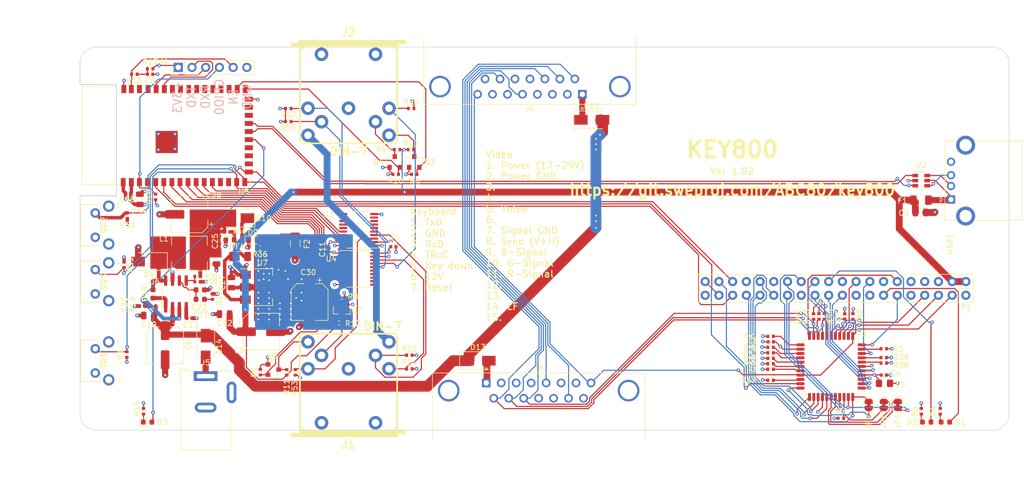
<source format=kicad_pcb>
(kicad_pcb (version 20171130) (host pcbnew 5.1.10-88a1d61d58~90~ubuntu20.04.1)

  (general
    (thickness 1.6)
    (drawings 18)
    (tracks 1257)
    (zones 0)
    (modules 113)
    (nets 153)
  )

  (page A4)
  (title_block
    (title KEY800)
    (date 2021-10-12)
    (rev 1.02)
    (company www.SweProj.com)
  )

  (layers
    (0 F.Cu signal)
    (1 In1.Cu power)
    (2 In2.Cu power)
    (31 B.Cu signal)
    (34 B.Paste user)
    (35 F.Paste user)
    (36 B.SilkS user)
    (37 F.SilkS user)
    (38 B.Mask user)
    (39 F.Mask user)
    (40 Dwgs.User user hide)
    (41 Cmts.User user)
    (44 Edge.Cuts user)
    (45 Margin user)
    (46 B.CrtYd user)
    (47 F.CrtYd user)
    (48 B.Fab user)
    (49 F.Fab user hide)
  )

  (setup
    (last_trace_width 0.2032)
    (user_trace_width 0.2032)
    (user_trace_width 0.381)
    (user_trace_width 0.635)
    (user_trace_width 0.762)
    (user_trace_width 0.889)
    (user_trace_width 1.016)
    (user_trace_width 1.143)
    (user_trace_width 1.27)
    (trace_clearance 0.2032)
    (zone_clearance 0.508)
    (zone_45_only no)
    (trace_min 0.2032)
    (via_size 0.6604)
    (via_drill 0.3048)
    (via_min_size 0.6604)
    (via_min_drill 0.3048)
    (uvia_size 0.6096)
    (uvia_drill 0.3048)
    (uvias_allowed no)
    (uvia_min_size 0)
    (uvia_min_drill 0)
    (edge_width 0.1)
    (segment_width 0.2)
    (pcb_text_width 0.2)
    (pcb_text_size 1.25 1.25)
    (mod_edge_width 0.15)
    (mod_text_size 1 1)
    (mod_text_width 0.15)
    (pad_size 1 1.45)
    (pad_drill 0)
    (pad_to_mask_clearance 0.15)
    (solder_mask_min_width 0.4)
    (aux_axis_origin 84.402 56.40096)
    (grid_origin 45.002 28.00096)
    (visible_elements 7FFFFFFF)
    (pcbplotparams
      (layerselection 0x3f3fc_ffffffff)
      (usegerberextensions true)
      (usegerberattributes false)
      (usegerberadvancedattributes false)
      (creategerberjobfile false)
      (excludeedgelayer true)
      (linewidth 0.100000)
      (plotframeref false)
      (viasonmask false)
      (mode 1)
      (useauxorigin false)
      (hpglpennumber 1)
      (hpglpenspeed 20)
      (hpglpendiameter 15.000000)
      (psnegative false)
      (psa4output false)
      (plotreference true)
      (plotvalue false)
      (plotinvisibletext false)
      (padsonsilk false)
      (subtractmaskfromsilk false)
      (outputformat 4)
      (mirror false)
      (drillshape 0)
      (scaleselection 1)
      (outputdirectory "pdf"))
  )

  (net 0 "")
  (net 1 "Net-(D1-Pad1)")
  (net 2 "Net-(D2-Pad1)")
  (net 3 /SYNC)
  (net 4 /RxD)
  (net 5 /TxD)
  (net 6 /DETECT)
  (net 7 /SPDATA)
  (net 8 /SPCLK)
  (net 9 /CLKEN)
  (net 10 /R1)
  (net 11 /B1)
  (net 12 /G2)
  (net 13 /R2)
  (net 14 /B2)
  (net 15 /R3)
  (net 16 /G3)
  (net 17 /B3)
  (net 18 /B0)
  (net 19 /G0)
  (net 20 /R0)
  (net 21 /G1)
  (net 22 /GPIO27_genlock)
  (net 23 /GPIO25_mode7)
  (net 24 /GPIO0_sp_data)
  (net 25 /GPIO20_sp_clk)
  (net 26 /GPIO1_sp_clken)
  (net 27 /GPIO17_psync)
  (net 28 /GPIO18_Version)
  (net 29 /GPIO22_analog)
  (net 30 /GPIO24_mux)
  (net 31 /GPIO21_clk)
  (net 32 /GPIO2_Q00)
  (net 33 /GPIO3_Q01)
  (net 34 /GPIO4_Q02)
  (net 35 /GPIO10_Q08)
  (net 36 /GPIO9_Q07)
  (net 37 /GPIO11_Q09)
  (net 38 /GPIO8_Q06)
  (net 39 /GPIO7_Q05)
  (net 40 /GPIO5_Q03)
  (net 41 /GPIO6_Q04)
  (net 42 /GPIO12_Q10)
  (net 43 /GPIO13_Q11)
  (net 44 /GPIO23_csync)
  (net 45 GND)
  (net 46 +5V)
  (net 47 +24V)
  (net 48 "Net-(C8-Pad1)")
  (net 49 "Net-(C13-Pad1)")
  (net 50 "Net-(C16-Pad2)")
  (net 51 "Net-(C16-Pad1)")
  (net 52 "Net-(C19-Pad2)")
  (net 53 "Net-(C19-Pad1)")
  (net 54 "Net-(C25-Pad1)")
  (net 55 "Net-(C27-Pad1)")
  (net 56 +3V3)
  (net 57 "Net-(D3-Pad2)")
  (net 58 "Net-(D3-Pad1)")
  (net 59 "Net-(D7-Pad2)")
  (net 60 "Net-(D9-Pad2)")
  (net 61 "Net-(D10-Pad1)")
  (net 62 ESP32_EN)
  (net 63 ESP32_IO0)
  (net 64 ESP32_RXD)
  (net 65 ESP32_TXD)
  (net 66 "Net-(J1-Pad7)")
  (net 67 /Keyboard/RESET_IN)
  (net 68 "Net-(J1-Pad5)")
  (net 69 /Keyboard/KD_IN)
  (net 70 "Net-(J2-Pad7)")
  (net 71 /Keyboard/RESET_OUT)
  (net 72 "Net-(J2-Pad5)")
  (net 73 /Keyboard/KD_OUT)
  (net 74 "Net-(R19-Pad2)")
  (net 75 /Keyboard/TRxC_IN)
  (net 76 /Keyboard/RxD_IN)
  (net 77 /Keyboard/TxD_IN)
  (net 78 /Keyboard/TRxC_OUT)
  (net 79 /Keyboard/RxD_OUT)
  (net 80 /Keyboard/TxD_OUT)
  (net 81 "Net-(F1-Pad2)")
  (net 82 "Net-(U2-Pad6)")
  (net 83 "Net-(U2-Pad4)")
  (net 84 /Keyboard/USB_D+)
  (net 85 /Keyboard/USB_D-)
  (net 86 "Net-(U3-Pad15)")
  (net 87 "Net-(U3-Pad14)")
  (net 88 "Net-(U3-Pad13)")
  (net 89 "Net-(U3-Pad12)")
  (net 90 "Net-(U3-Pad11)")
  (net 91 "Net-(U3-Pad9)")
  (net 92 "Net-(U3-Pad8)")
  (net 93 "Net-(U3-Pad7)")
  (net 94 "Net-(U3-Pad6)")
  (net 95 "Net-(U3-Pad5)")
  (net 96 /Keyboard/TRxC_OUT_3V3)
  (net 97 /Keyboard/RxD_OUT_3V3)
  (net 98 /Keyboard/TxD_IN_3V3)
  (net 99 "Net-(U4-Pad15)")
  (net 100 "Net-(U4-Pad14)")
  (net 101 "Net-(U4-Pad13)")
  (net 102 "Net-(U4-Pad12)")
  (net 103 "Net-(U4-Pad11)")
  (net 104 "Net-(U4-Pad9)")
  (net 105 "Net-(U4-Pad8)")
  (net 106 "Net-(U4-Pad7)")
  (net 107 "Net-(U4-Pad6)")
  (net 108 "Net-(U4-Pad5)")
  (net 109 "Net-(D13-Pad2)")
  (net 110 "Net-(U5-Pad18)")
  (net 111 "Net-(U5-Pad19)")
  (net 112 "Net-(U5-Pad20)")
  (net 113 "Net-(U5-Pad24)")
  (net 114 "Net-(U5-Pad4)")
  (net 115 /Keyboard/RxD_IN_3V3)
  (net 116 /Keyboard/TRxC_IN_3V3)
  (net 117 /Keyboard/TxD_OUT_3V3)
  (net 118 "Net-(U5-Pad36)")
  (net 119 "Net-(U5-Pad35)")
  (net 120 "Net-(U5-Pad34)")
  (net 121 "Net-(U5-Pad33)")
  (net 122 "Net-(U5-Pad32)")
  (net 123 "Net-(U5-Pad31)")
  (net 124 "Net-(U5-Pad30)")
  (net 125 "Net-(U5-Pad29)")
  (net 126 "Net-(U5-Pad25)")
  (net 127 "Net-(U5-Pad39)")
  (net 128 "Net-(U5-Pad40)")
  (net 129 "Net-(J5-Pad3)")
  (net 130 "Net-(D14-Pad2)")
  (net 131 "Net-(J4-Pad15)")
  (net 132 "Net-(J4-Pad13)")
  (net 133 "Net-(J4-Pad12)")
  (net 134 "Net-(J4-Pad6)")
  (net 135 "Net-(J4-Pad4)")
  (net 136 "Net-(J4-Pad3)")
  (net 137 "Net-(J6-Pad15)")
  (net 138 "Net-(J6-Pad13)")
  (net 139 "Net-(J6-Pad12)")
  (net 140 "Net-(J6-Pad6)")
  (net 141 "Net-(J6-Pad4)")
  (net 142 "Net-(J6-Pad3)")
  (net 143 BTN3)
  (net 144 BTN1)
  (net 145 BTN2)
  (net 146 "Net-(D15-Pad1)")
  (net 147 /LF)
  (net 148 /Video)
  (net 149 "Net-(R29-Pad1)")
  (net 150 +12V)
  (net 151 "Net-(U5-Pad13)")
  (net 152 "Net-(U5-Pad14)")

  (net_class Default "This is the default net class."
    (clearance 0.2032)
    (trace_width 0.2032)
    (via_dia 0.6604)
    (via_drill 0.3048)
    (uvia_dia 0.6096)
    (uvia_drill 0.3048)
    (diff_pair_width 0.2032)
    (diff_pair_gap 0.25)
    (add_net +12V)
    (add_net +24V)
    (add_net +3V3)
    (add_net +5V)
    (add_net /B0)
    (add_net /B1)
    (add_net /B2)
    (add_net /B3)
    (add_net /CLKEN)
    (add_net /DETECT)
    (add_net /G0)
    (add_net /G1)
    (add_net /G2)
    (add_net /G3)
    (add_net /GPIO0_sp_data)
    (add_net /GPIO10_Q08)
    (add_net /GPIO11_Q09)
    (add_net /GPIO12_Q10)
    (add_net /GPIO13_Q11)
    (add_net /GPIO17_psync)
    (add_net /GPIO18_Version)
    (add_net /GPIO1_sp_clken)
    (add_net /GPIO20_sp_clk)
    (add_net /GPIO21_clk)
    (add_net /GPIO22_analog)
    (add_net /GPIO23_csync)
    (add_net /GPIO24_mux)
    (add_net /GPIO25_mode7)
    (add_net /GPIO27_genlock)
    (add_net /GPIO2_Q00)
    (add_net /GPIO3_Q01)
    (add_net /GPIO4_Q02)
    (add_net /GPIO5_Q03)
    (add_net /GPIO6_Q04)
    (add_net /GPIO7_Q05)
    (add_net /GPIO8_Q06)
    (add_net /GPIO9_Q07)
    (add_net /Keyboard/KD_IN)
    (add_net /Keyboard/KD_OUT)
    (add_net /Keyboard/RESET_IN)
    (add_net /Keyboard/RESET_OUT)
    (add_net /Keyboard/RxD_IN)
    (add_net /Keyboard/RxD_IN_3V3)
    (add_net /Keyboard/RxD_OUT)
    (add_net /Keyboard/RxD_OUT_3V3)
    (add_net /Keyboard/TRxC_IN)
    (add_net /Keyboard/TRxC_IN_3V3)
    (add_net /Keyboard/TRxC_OUT)
    (add_net /Keyboard/TRxC_OUT_3V3)
    (add_net /Keyboard/TxD_IN)
    (add_net /Keyboard/TxD_IN_3V3)
    (add_net /Keyboard/TxD_OUT)
    (add_net /Keyboard/TxD_OUT_3V3)
    (add_net /Keyboard/USB_D+)
    (add_net /Keyboard/USB_D-)
    (add_net /LF)
    (add_net /R0)
    (add_net /R1)
    (add_net /R2)
    (add_net /R3)
    (add_net /RxD)
    (add_net /SPCLK)
    (add_net /SPDATA)
    (add_net /SYNC)
    (add_net /TxD)
    (add_net /Video)
    (add_net BTN1)
    (add_net BTN2)
    (add_net BTN3)
    (add_net ESP32_EN)
    (add_net ESP32_IO0)
    (add_net ESP32_RXD)
    (add_net ESP32_TXD)
    (add_net GND)
    (add_net "Net-(C13-Pad1)")
    (add_net "Net-(C16-Pad1)")
    (add_net "Net-(C16-Pad2)")
    (add_net "Net-(C19-Pad1)")
    (add_net "Net-(C19-Pad2)")
    (add_net "Net-(C25-Pad1)")
    (add_net "Net-(C27-Pad1)")
    (add_net "Net-(C8-Pad1)")
    (add_net "Net-(D1-Pad1)")
    (add_net "Net-(D10-Pad1)")
    (add_net "Net-(D13-Pad2)")
    (add_net "Net-(D14-Pad2)")
    (add_net "Net-(D15-Pad1)")
    (add_net "Net-(D2-Pad1)")
    (add_net "Net-(D3-Pad1)")
    (add_net "Net-(D3-Pad2)")
    (add_net "Net-(D7-Pad2)")
    (add_net "Net-(D9-Pad2)")
    (add_net "Net-(F1-Pad2)")
    (add_net "Net-(J1-Pad5)")
    (add_net "Net-(J1-Pad7)")
    (add_net "Net-(J2-Pad5)")
    (add_net "Net-(J2-Pad7)")
    (add_net "Net-(J4-Pad12)")
    (add_net "Net-(J4-Pad13)")
    (add_net "Net-(J4-Pad15)")
    (add_net "Net-(J4-Pad3)")
    (add_net "Net-(J4-Pad4)")
    (add_net "Net-(J4-Pad6)")
    (add_net "Net-(J5-Pad3)")
    (add_net "Net-(J6-Pad12)")
    (add_net "Net-(J6-Pad13)")
    (add_net "Net-(J6-Pad15)")
    (add_net "Net-(J6-Pad3)")
    (add_net "Net-(J6-Pad4)")
    (add_net "Net-(J6-Pad6)")
    (add_net "Net-(R19-Pad2)")
    (add_net "Net-(R29-Pad1)")
    (add_net "Net-(U2-Pad4)")
    (add_net "Net-(U2-Pad6)")
    (add_net "Net-(U3-Pad11)")
    (add_net "Net-(U3-Pad12)")
    (add_net "Net-(U3-Pad13)")
    (add_net "Net-(U3-Pad14)")
    (add_net "Net-(U3-Pad15)")
    (add_net "Net-(U3-Pad5)")
    (add_net "Net-(U3-Pad6)")
    (add_net "Net-(U3-Pad7)")
    (add_net "Net-(U3-Pad8)")
    (add_net "Net-(U3-Pad9)")
    (add_net "Net-(U4-Pad11)")
    (add_net "Net-(U4-Pad12)")
    (add_net "Net-(U4-Pad13)")
    (add_net "Net-(U4-Pad14)")
    (add_net "Net-(U4-Pad15)")
    (add_net "Net-(U4-Pad5)")
    (add_net "Net-(U4-Pad6)")
    (add_net "Net-(U4-Pad7)")
    (add_net "Net-(U4-Pad8)")
    (add_net "Net-(U4-Pad9)")
    (add_net "Net-(U5-Pad13)")
    (add_net "Net-(U5-Pad14)")
    (add_net "Net-(U5-Pad18)")
    (add_net "Net-(U5-Pad19)")
    (add_net "Net-(U5-Pad20)")
    (add_net "Net-(U5-Pad24)")
    (add_net "Net-(U5-Pad25)")
    (add_net "Net-(U5-Pad29)")
    (add_net "Net-(U5-Pad30)")
    (add_net "Net-(U5-Pad31)")
    (add_net "Net-(U5-Pad32)")
    (add_net "Net-(U5-Pad33)")
    (add_net "Net-(U5-Pad34)")
    (add_net "Net-(U5-Pad35)")
    (add_net "Net-(U5-Pad36)")
    (add_net "Net-(U5-Pad39)")
    (add_net "Net-(U5-Pad4)")
    (add_net "Net-(U5-Pad40)")
  )

  (net_class Power ""
    (clearance 0.2032)
    (trace_width 0.381)
    (via_dia 0.762)
    (via_drill 0.381)
    (uvia_dia 0.6096)
    (uvia_drill 0.3048)
    (diff_pair_width 0.2032)
    (diff_pair_gap 0.25)
  )

  (module Diode_SMD:D_SMA (layer F.Cu) (tedit 586432E5) (tstamp 614022D7)
    (at 133.228 78.48346)
    (descr "Diode SMA (DO-214AC)")
    (tags "Diode SMA (DO-214AC)")
    (path /620FAABA)
    (attr smd)
    (fp_text reference D15 (at 0 -2.5) (layer F.SilkS)
      (effects (font (size 1 1) (thickness 0.15)))
    )
    (fp_text value MBRA340T (at 0 2.6) (layer F.Fab)
      (effects (font (size 1 1) (thickness 0.15)))
    )
    (fp_line (start -3.4 -1.65) (end -3.4 1.65) (layer F.SilkS) (width 0.12))
    (fp_line (start 2.3 1.5) (end -2.3 1.5) (layer F.Fab) (width 0.1))
    (fp_line (start -2.3 1.5) (end -2.3 -1.5) (layer F.Fab) (width 0.1))
    (fp_line (start 2.3 -1.5) (end 2.3 1.5) (layer F.Fab) (width 0.1))
    (fp_line (start 2.3 -1.5) (end -2.3 -1.5) (layer F.Fab) (width 0.1))
    (fp_line (start -3.5 -1.75) (end 3.5 -1.75) (layer F.CrtYd) (width 0.05))
    (fp_line (start 3.5 -1.75) (end 3.5 1.75) (layer F.CrtYd) (width 0.05))
    (fp_line (start 3.5 1.75) (end -3.5 1.75) (layer F.CrtYd) (width 0.05))
    (fp_line (start -3.5 1.75) (end -3.5 -1.75) (layer F.CrtYd) (width 0.05))
    (fp_line (start -0.64944 0.00102) (end -1.55114 0.00102) (layer F.Fab) (width 0.1))
    (fp_line (start 0.50118 0.00102) (end 1.4994 0.00102) (layer F.Fab) (width 0.1))
    (fp_line (start -0.64944 -0.79908) (end -0.64944 0.80112) (layer F.Fab) (width 0.1))
    (fp_line (start 0.50118 0.75032) (end 0.50118 -0.79908) (layer F.Fab) (width 0.1))
    (fp_line (start -0.64944 0.00102) (end 0.50118 0.75032) (layer F.Fab) (width 0.1))
    (fp_line (start -0.64944 0.00102) (end 0.50118 -0.79908) (layer F.Fab) (width 0.1))
    (fp_line (start -3.4 1.65) (end 2 1.65) (layer F.SilkS) (width 0.12))
    (fp_line (start -3.4 -1.65) (end 2 -1.65) (layer F.SilkS) (width 0.12))
    (fp_text user %R (at 0 -2.5) (layer F.Fab)
      (effects (font (size 1 1) (thickness 0.15)))
    )
    (pad 2 smd rect (at 2 0) (size 2.5 1.8) (layers F.Cu F.Paste F.Mask)
      (net 47 +24V))
    (pad 1 smd rect (at -2 0) (size 2.5 1.8) (layers F.Cu F.Paste F.Mask)
      (net 146 "Net-(D15-Pad1)"))
    (model ${KISYS3DMOD}/Diode_SMD.3dshapes/D_SMA.wrl
      (at (xyz 0 0 0))
      (scale (xyz 1 1 1))
      (rotate (xyz 0 0 0))
    )
  )

  (module Diode_SMD:D_SMA (layer F.Cu) (tedit 586432E5) (tstamp 613A9619)
    (at 112.185 123.12396)
    (descr "Diode SMA (DO-214AC)")
    (tags "Diode SMA (DO-214AC)")
    (path /61DD8E36)
    (attr smd)
    (fp_text reference D13 (at 0 -2.5) (layer F.SilkS)
      (effects (font (size 1 1) (thickness 0.15)))
    )
    (fp_text value MBRA340T (at 0 2.6) (layer F.Fab)
      (effects (font (size 1 1) (thickness 0.15)))
    )
    (fp_line (start -3.4 -1.65) (end -3.4 1.65) (layer F.SilkS) (width 0.12))
    (fp_line (start 2.3 1.5) (end -2.3 1.5) (layer F.Fab) (width 0.1))
    (fp_line (start -2.3 1.5) (end -2.3 -1.5) (layer F.Fab) (width 0.1))
    (fp_line (start 2.3 -1.5) (end 2.3 1.5) (layer F.Fab) (width 0.1))
    (fp_line (start 2.3 -1.5) (end -2.3 -1.5) (layer F.Fab) (width 0.1))
    (fp_line (start -3.5 -1.75) (end 3.5 -1.75) (layer F.CrtYd) (width 0.05))
    (fp_line (start 3.5 -1.75) (end 3.5 1.75) (layer F.CrtYd) (width 0.05))
    (fp_line (start 3.5 1.75) (end -3.5 1.75) (layer F.CrtYd) (width 0.05))
    (fp_line (start -3.5 1.75) (end -3.5 -1.75) (layer F.CrtYd) (width 0.05))
    (fp_line (start -0.64944 0.00102) (end -1.55114 0.00102) (layer F.Fab) (width 0.1))
    (fp_line (start 0.50118 0.00102) (end 1.4994 0.00102) (layer F.Fab) (width 0.1))
    (fp_line (start -0.64944 -0.79908) (end -0.64944 0.80112) (layer F.Fab) (width 0.1))
    (fp_line (start 0.50118 0.75032) (end 0.50118 -0.79908) (layer F.Fab) (width 0.1))
    (fp_line (start -0.64944 0.00102) (end 0.50118 0.75032) (layer F.Fab) (width 0.1))
    (fp_line (start -0.64944 0.00102) (end 0.50118 -0.79908) (layer F.Fab) (width 0.1))
    (fp_line (start -3.4 1.65) (end 2 1.65) (layer F.SilkS) (width 0.12))
    (fp_line (start -3.4 -1.65) (end 2 -1.65) (layer F.SilkS) (width 0.12))
    (fp_text user %R (at 0 -2.5) (layer F.Fab)
      (effects (font (size 1 1) (thickness 0.15)))
    )
    (pad 2 smd rect (at 2 0) (size 2.5 1.8) (layers F.Cu F.Paste F.Mask)
      (net 109 "Net-(D13-Pad2)"))
    (pad 1 smd rect (at -2 0) (size 2.5 1.8) (layers F.Cu F.Paste F.Mask)
      (net 47 +24V))
    (model ${KISYS3DMOD}/Diode_SMD.3dshapes/D_SMA.wrl
      (at (xyz 0 0 0))
      (scale (xyz 1 1 1))
      (rotate (xyz 0 0 0))
    )
  )

  (module RPi_Hat:RPi_Hat_Mounting_Hole locked (layer F.Cu) (tedit 55217CCB) (tstamp 6146EAEE)
    (at 149.374 132.73)
    (descr "Mounting hole, Befestigungsbohrung, 2,7mm, No Annular, Kein Restring,")
    (tags "Mounting hole, Befestigungsbohrung, 2,7mm, No Annular, Kein Restring,")
    (fp_text reference "" (at 0 -4.0005) (layer F.SilkS) hide
      (effects (font (size 1 1) (thickness 0.15)))
    )
    (fp_text value "" (at 0.09906 3.59918) (layer F.Fab) hide
      (effects (font (size 1 1) (thickness 0.15)))
    )
    (fp_circle (center 0 0) (end 3.1 0) (layer B.CrtYd) (width 0.15))
    (fp_circle (center 0 0) (end 3.1 0) (layer F.CrtYd) (width 0.15))
    (fp_circle (center 0 0) (end 1.375 0) (layer B.Fab) (width 0.15))
    (fp_circle (center 0 0) (end 3.1 0) (layer B.Fab) (width 0.15))
    (fp_circle (center 0 0) (end 3.1 0) (layer F.Fab) (width 0.15))
    (fp_circle (center 0 0) (end 1.375 0) (layer F.Fab) (width 0.15))
    (pad "" np_thru_hole circle (at 0 0) (size 2.75 2.75) (drill 2.75) (layers *.Cu *.Mask)
      (solder_mask_margin 1.725) (clearance 1.725))
  )

  (module RPi_Hat:RPi_Hat_Mounting_Hole locked (layer F.Cu) (tedit 55217CCB) (tstamp 6146E955)
    (at 149.374 109.73)
    (descr "Mounting hole, Befestigungsbohrung, 2,7mm, No Annular, Kein Restring,")
    (tags "Mounting hole, Befestigungsbohrung, 2,7mm, No Annular, Kein Restring,")
    (fp_text reference "" (at 0 -4.0005) (layer F.SilkS) hide
      (effects (font (size 1 1) (thickness 0.15)))
    )
    (fp_text value "" (at 0.09906 3.59918) (layer F.Fab) hide
      (effects (font (size 1 1) (thickness 0.15)))
    )
    (fp_circle (center 0 0) (end 3.1 0) (layer B.CrtYd) (width 0.15))
    (fp_circle (center 0 0) (end 3.1 0) (layer F.CrtYd) (width 0.15))
    (fp_circle (center 0 0) (end 1.375 0) (layer B.Fab) (width 0.15))
    (fp_circle (center 0 0) (end 3.1 0) (layer B.Fab) (width 0.15))
    (fp_circle (center 0 0) (end 3.1 0) (layer F.Fab) (width 0.15))
    (fp_circle (center 0 0) (end 1.375 0) (layer F.Fab) (width 0.15))
    (pad "" np_thru_hole circle (at 0 0) (size 2.75 2.75) (drill 2.75) (layers *.Cu *.Mask)
      (solder_mask_margin 1.725) (clearance 1.725))
  )

  (module RPi_Hat:RPi_Hat_Mounting_Hole locked (layer F.Cu) (tedit 55217CCB) (tstamp 6146E673)
    (at 207.374 109.73)
    (descr "Mounting hole, Befestigungsbohrung, 2,7mm, No Annular, Kein Restring,")
    (tags "Mounting hole, Befestigungsbohrung, 2,7mm, No Annular, Kein Restring,")
    (fp_text reference "" (at 0 -4.0005) (layer F.SilkS) hide
      (effects (font (size 1 1) (thickness 0.15)))
    )
    (fp_text value "" (at 0.09906 3.59918) (layer F.Fab) hide
      (effects (font (size 1 1) (thickness 0.15)))
    )
    (fp_circle (center 0 0) (end 3.1 0) (layer B.CrtYd) (width 0.15))
    (fp_circle (center 0 0) (end 3.1 0) (layer F.CrtYd) (width 0.15))
    (fp_circle (center 0 0) (end 1.375 0) (layer B.Fab) (width 0.15))
    (fp_circle (center 0 0) (end 3.1 0) (layer B.Fab) (width 0.15))
    (fp_circle (center 0 0) (end 3.1 0) (layer F.Fab) (width 0.15))
    (fp_circle (center 0 0) (end 1.375 0) (layer F.Fab) (width 0.15))
    (pad "" np_thru_hole circle (at 0 0) (size 2.75 2.75) (drill 2.75) (layers *.Cu *.Mask)
      (solder_mask_margin 1.725) (clearance 1.725))
  )

  (module key800:din-7 (layer F.Cu) (tedit 613B297A) (tstamp 6141E32B)
    (at 88.2 73.33996 180)
    (descr "Din 5 (MIDI), Pro Signal P/N PSG03463")
    (path /613A2C81/6174E6C6)
    (fp_text reference J2 (at 0 11) (layer F.SilkS)
      (effects (font (size 1.5 1.5) (thickness 0.3)))
    )
    (fp_text value DIN-7 (at 0 -11) (layer F.SilkS)
      (effects (font (size 1.5 1.5) (thickness 0.3)))
    )
    (fp_line (start 10.50036 8.49884) (end 10.50036 8.99922) (layer F.SilkS) (width 0.3048))
    (fp_line (start -10.50036 9.4996) (end -10.50036 8.99922) (layer F.SilkS) (width 0.3048))
    (fp_line (start -8.49884 8.001) (end -8.49884 8.49884) (layer F.SilkS) (width 0.3048))
    (fp_line (start 8.49884 8.49884) (end 8.49884 8.001) (layer F.SilkS) (width 0.3048))
    (fp_line (start -8.99922 8.001) (end -8.49884 8.001) (layer F.SilkS) (width 0.3048))
    (fp_line (start 8.99922 8.001) (end 8.49884 8.001) (layer F.SilkS) (width 0.3048))
    (fp_line (start -8.99922 8.49884) (end 10.50036 8.49884) (layer F.SilkS) (width 0.3048))
    (fp_line (start -8.99922 8.99922) (end -8.99922 8.49884) (layer F.SilkS) (width 0.3048))
    (fp_line (start -10.50036 8.99922) (end -8.99922 8.99922) (layer F.SilkS) (width 0.3048))
    (fp_line (start 8.99922 9.4996) (end -10.50036 9.4996) (layer F.SilkS) (width 0.3048))
    (fp_line (start 8.99922 8.99922) (end 8.99922 9.4996) (layer F.SilkS) (width 0.3048))
    (fp_line (start 10.50036 8.99922) (end 8.99922 8.99922) (layer F.SilkS) (width 0.3048))
    (fp_line (start -1.50114 -9.4996) (end 5.99948 -9.4996) (layer F.SilkS) (width 0.3048))
    (fp_line (start 6.49986 -9.4996) (end 5.99948 -9.4996) (layer F.SilkS) (width 0.3048))
    (fp_line (start 8.49884 -9.4996) (end 6.49986 -9.4996) (layer F.SilkS) (width 0.3048))
    (fp_line (start 8.99922 -8.99922) (end 8.49884 -9.4996) (layer F.SilkS) (width 0.3048))
    (fp_line (start 8.99922 -8.99922) (end 8.99922 8.001) (layer F.SilkS) (width 0.3048))
    (fp_line (start -8.49884 -9.4996) (end -1.50114 -9.4996) (layer F.SilkS) (width 0.3048))
    (fp_line (start -8.99922 -8.99922) (end -8.49884 -9.4996) (layer F.SilkS) (width 0.3048))
    (fp_line (start -8.99922 -8.99922) (end -8.99922 8.001) (layer F.SilkS) (width 0.3048))
    (fp_line (start -10.50036 9.25068) (end 8.99922 9.25068) (layer F.SilkS) (width 0.3048))
    (fp_line (start 8.99922 8.99922) (end -8.99922 8.99922) (layer F.SilkS) (width 0.3048))
    (fp_line (start -8.99922 8.7503) (end 10.50036 8.7503) (layer F.SilkS) (width 0.3048))
    (pad 6 thru_hole circle (at 7.5 -8 180) (size 2.5 2.5) (drill 1.4) (layers *.Cu *.Mask)
      (net 150 +12V))
    (pad 7 thru_hole circle (at -7.5 -8 180) (size 2.5 2.5) (drill 1.4) (layers *.Cu *.Mask)
      (net 70 "Net-(J2-Pad7)"))
    (pad 8 thru_hole circle (at -5 7 180) (size 2.5 2.5) (drill 1.4) (layers *.Cu *.Mask))
    (pad 8 thru_hole circle (at 5 7 180) (size 2.5 2.5) (drill 1.4) (layers *.Cu *.Mask))
    (pad 5 thru_hole circle (at -5 -5.5 180) (size 2.5 2.5) (drill 1.4) (layers *.Cu *.Mask)
      (net 72 "Net-(J2-Pad5)"))
    (pad 1 thru_hole circle (at 7.5 -3 180) (size 2.5 2.5) (drill 1.4) (layers *.Cu *.Mask)
      (net 80 /Keyboard/TxD_OUT))
    (pad 2 thru_hole circle (at 0 -3 180) (size 2.5 2.5) (drill 1.4) (layers *.Cu *.Mask)
      (net 45 GND))
    (pad 4 thru_hole circle (at 5 -5.5 180) (size 2.5 2.5) (drill 1.4) (layers *.Cu *.Mask)
      (net 78 /Keyboard/TRxC_OUT))
    (pad 3 thru_hole circle (at -7.5 -3 180) (size 2.5 2.5) (drill 1.4) (layers *.Cu *.Mask)
      (net 79 /Keyboard/RxD_OUT))
    (model "3d_models/DIN 41524 C64 8-pin video connector.step"
      (offset (xyz 0 -9.5 0))
      (scale (xyz 1 1 1))
      (rotate (xyz 0 0 0))
    )
  )

  (module Capacitor_SMD:C_0402_1005Metric (layer F.Cu) (tedit 5F68FEEE) (tstamp 614566D2)
    (at 84.502 102.50096 90)
    (descr "Capacitor SMD 0402 (1005 Metric), square (rectangular) end terminal, IPC_7351 nominal, (Body size source: IPC-SM-782 page 76, https://www.pcb-3d.com/wordpress/wp-content/uploads/ipc-sm-782a_amendment_1_and_2.pdf), generated with kicad-footprint-generator")
    (tags capacitor)
    (path /613A2C81/625C70C1)
    (attr smd)
    (fp_text reference C11 (at 0 -1.16 90) (layer F.SilkS)
      (effects (font (size 1 1) (thickness 0.15)))
    )
    (fp_text value 100nF (at 0 1.16 90) (layer F.Fab)
      (effects (font (size 1 1) (thickness 0.15)))
    )
    (fp_line (start 0.91 0.46) (end -0.91 0.46) (layer F.CrtYd) (width 0.05))
    (fp_line (start 0.91 -0.46) (end 0.91 0.46) (layer F.CrtYd) (width 0.05))
    (fp_line (start -0.91 -0.46) (end 0.91 -0.46) (layer F.CrtYd) (width 0.05))
    (fp_line (start -0.91 0.46) (end -0.91 -0.46) (layer F.CrtYd) (width 0.05))
    (fp_line (start -0.107836 0.36) (end 0.107836 0.36) (layer F.SilkS) (width 0.12))
    (fp_line (start -0.107836 -0.36) (end 0.107836 -0.36) (layer F.SilkS) (width 0.12))
    (fp_line (start 0.5 0.25) (end -0.5 0.25) (layer F.Fab) (width 0.1))
    (fp_line (start 0.5 -0.25) (end 0.5 0.25) (layer F.Fab) (width 0.1))
    (fp_line (start -0.5 -0.25) (end 0.5 -0.25) (layer F.Fab) (width 0.1))
    (fp_line (start -0.5 0.25) (end -0.5 -0.25) (layer F.Fab) (width 0.1))
    (fp_text user %R (at 0 0 90) (layer F.Fab)
      (effects (font (size 0.25 0.25) (thickness 0.04)))
    )
    (pad 2 smd roundrect (at 0.48 0 90) (size 0.56 0.62) (layers F.Cu F.Paste F.Mask) (roundrect_rratio 0.25)
      (net 45 GND))
    (pad 1 smd roundrect (at -0.48 0 90) (size 0.56 0.62) (layers F.Cu F.Paste F.Mask) (roundrect_rratio 0.25)
      (net 56 +3V3))
    (model ${KISYS3DMOD}/Capacitor_SMD.3dshapes/C_0402_1005Metric.wrl
      (at (xyz 0 0 0))
      (scale (xyz 1 1 1))
      (rotate (xyz 0 0 0))
    )
  )

  (module Capacitor_SMD:C_0402_1005Metric (layer F.Cu) (tedit 5F68FEEE) (tstamp 61456633)
    (at 96.502 102.00096)
    (descr "Capacitor SMD 0402 (1005 Metric), square (rectangular) end terminal, IPC_7351 nominal, (Body size source: IPC-SM-782 page 76, https://www.pcb-3d.com/wordpress/wp-content/uploads/ipc-sm-782a_amendment_1_and_2.pdf), generated with kicad-footprint-generator")
    (tags capacitor)
    (path /613A2C81/625E2799)
    (attr smd)
    (fp_text reference C7 (at 0 -1.16) (layer F.SilkS)
      (effects (font (size 1 1) (thickness 0.15)))
    )
    (fp_text value 100nF (at 0 1.16) (layer F.Fab)
      (effects (font (size 1 1) (thickness 0.15)))
    )
    (fp_line (start 0.91 0.46) (end -0.91 0.46) (layer F.CrtYd) (width 0.05))
    (fp_line (start 0.91 -0.46) (end 0.91 0.46) (layer F.CrtYd) (width 0.05))
    (fp_line (start -0.91 -0.46) (end 0.91 -0.46) (layer F.CrtYd) (width 0.05))
    (fp_line (start -0.91 0.46) (end -0.91 -0.46) (layer F.CrtYd) (width 0.05))
    (fp_line (start -0.107836 0.36) (end 0.107836 0.36) (layer F.SilkS) (width 0.12))
    (fp_line (start -0.107836 -0.36) (end 0.107836 -0.36) (layer F.SilkS) (width 0.12))
    (fp_line (start 0.5 0.25) (end -0.5 0.25) (layer F.Fab) (width 0.1))
    (fp_line (start 0.5 -0.25) (end 0.5 0.25) (layer F.Fab) (width 0.1))
    (fp_line (start -0.5 -0.25) (end 0.5 -0.25) (layer F.Fab) (width 0.1))
    (fp_line (start -0.5 0.25) (end -0.5 -0.25) (layer F.Fab) (width 0.1))
    (fp_text user %R (at 0 0) (layer F.Fab)
      (effects (font (size 0.25 0.25) (thickness 0.04)))
    )
    (pad 2 smd roundrect (at 0.48 0) (size 0.56 0.62) (layers F.Cu F.Paste F.Mask) (roundrect_rratio 0.25)
      (net 45 GND))
    (pad 1 smd roundrect (at -0.48 0) (size 0.56 0.62) (layers F.Cu F.Paste F.Mask) (roundrect_rratio 0.25)
      (net 56 +3V3))
    (model ${KISYS3DMOD}/Capacitor_SMD.3dshapes/C_0402_1005Metric.wrl
      (at (xyz 0 0 0))
      (scale (xyz 1 1 1))
      (rotate (xyz 0 0 0))
    )
  )

  (module key800:din-7 (layer F.Cu) (tedit 613B297A) (tstamp 6141E307)
    (at 88.202 127.63246)
    (descr "Din 5 (MIDI), Pro Signal P/N PSG03463")
    (path /613A2C81/61457221)
    (fp_text reference J1 (at 0 11) (layer F.SilkS)
      (effects (font (size 1.5 1.5) (thickness 0.3)))
    )
    (fp_text value DIN-7 (at 6.3 -10.8815) (layer F.SilkS)
      (effects (font (size 1.5 1.5) (thickness 0.3)))
    )
    (fp_line (start 10.50036 8.49884) (end 10.50036 8.99922) (layer F.SilkS) (width 0.3048))
    (fp_line (start -10.50036 9.4996) (end -10.50036 8.99922) (layer F.SilkS) (width 0.3048))
    (fp_line (start -8.49884 8.001) (end -8.49884 8.49884) (layer F.SilkS) (width 0.3048))
    (fp_line (start 8.49884 8.49884) (end 8.49884 8.001) (layer F.SilkS) (width 0.3048))
    (fp_line (start -8.99922 8.001) (end -8.49884 8.001) (layer F.SilkS) (width 0.3048))
    (fp_line (start 8.99922 8.001) (end 8.49884 8.001) (layer F.SilkS) (width 0.3048))
    (fp_line (start -8.99922 8.49884) (end 10.50036 8.49884) (layer F.SilkS) (width 0.3048))
    (fp_line (start -8.99922 8.99922) (end -8.99922 8.49884) (layer F.SilkS) (width 0.3048))
    (fp_line (start -10.50036 8.99922) (end -8.99922 8.99922) (layer F.SilkS) (width 0.3048))
    (fp_line (start 8.99922 9.4996) (end -10.50036 9.4996) (layer F.SilkS) (width 0.3048))
    (fp_line (start 8.99922 8.99922) (end 8.99922 9.4996) (layer F.SilkS) (width 0.3048))
    (fp_line (start 10.50036 8.99922) (end 8.99922 8.99922) (layer F.SilkS) (width 0.3048))
    (fp_line (start -1.50114 -9.4996) (end 5.99948 -9.4996) (layer F.SilkS) (width 0.3048))
    (fp_line (start 6.49986 -9.4996) (end 5.99948 -9.4996) (layer F.SilkS) (width 0.3048))
    (fp_line (start 8.49884 -9.4996) (end 6.49986 -9.4996) (layer F.SilkS) (width 0.3048))
    (fp_line (start 8.99922 -8.99922) (end 8.49884 -9.4996) (layer F.SilkS) (width 0.3048))
    (fp_line (start 8.99922 -8.99922) (end 8.99922 8.001) (layer F.SilkS) (width 0.3048))
    (fp_line (start -8.49884 -9.4996) (end -1.50114 -9.4996) (layer F.SilkS) (width 0.3048))
    (fp_line (start -8.99922 -8.99922) (end -8.49884 -9.4996) (layer F.SilkS) (width 0.3048))
    (fp_line (start -8.99922 -8.99922) (end -8.99922 8.001) (layer F.SilkS) (width 0.3048))
    (fp_line (start -10.50036 9.25068) (end 8.99922 9.25068) (layer F.SilkS) (width 0.3048))
    (fp_line (start 8.99922 8.99922) (end -8.99922 8.99922) (layer F.SilkS) (width 0.3048))
    (fp_line (start -8.99922 8.7503) (end 10.50036 8.7503) (layer F.SilkS) (width 0.3048))
    (pad 6 thru_hole circle (at 7.5 -8) (size 2.5 2.5) (drill 1.4) (layers *.Cu *.Mask)
      (net 150 +12V))
    (pad 7 thru_hole circle (at -7.5 -8) (size 2.5 2.5) (drill 1.4) (layers *.Cu *.Mask)
      (net 66 "Net-(J1-Pad7)"))
    (pad 8 thru_hole circle (at -5 7) (size 2.5 2.5) (drill 1.4) (layers *.Cu *.Mask))
    (pad 8 thru_hole circle (at 5 7) (size 2.5 2.5) (drill 1.4) (layers *.Cu *.Mask))
    (pad 5 thru_hole circle (at -5 -5.5) (size 2.5 2.5) (drill 1.4) (layers *.Cu *.Mask)
      (net 68 "Net-(J1-Pad5)"))
    (pad 1 thru_hole circle (at 7.5 -3) (size 2.5 2.5) (drill 1.4) (layers *.Cu *.Mask)
      (net 77 /Keyboard/TxD_IN))
    (pad 2 thru_hole circle (at 0 -3) (size 2.5 2.5) (drill 1.4) (layers *.Cu *.Mask)
      (net 45 GND))
    (pad 4 thru_hole circle (at 5 -5.5) (size 2.5 2.5) (drill 1.4) (layers *.Cu *.Mask)
      (net 75 /Keyboard/TRxC_IN))
    (pad 3 thru_hole circle (at -7.5 -3) (size 2.5 2.5) (drill 1.4) (layers *.Cu *.Mask)
      (net 76 /Keyboard/RxD_IN))
    (model "3d_models/DIN 41524 C64 8-pin video connector.step"
      (offset (xyz 0 -9.5 0))
      (scale (xyz 1 1 1))
      (rotate (xyz 0 0 0))
    )
  )

  (module Connector_Dsub:DSUB-15_Male_Horizontal_P2.77x2.84mm_EdgePinOffset7.70mm_Housed_MountingHolesOffset9.12mm (layer F.Cu) (tedit 59FEDEE2) (tstamp 613D3DCD)
    (at 113.709 127.25096)
    (descr "15-pin D-Sub connector, horizontal/angled (90 deg), THT-mount, male, pitch 2.77x2.84mm, pin-PCB-offset 7.699999999999999mm, distance of mounting holes 33.3mm, distance of mounting holes to PCB edge 9.12mm, see https://disti-assets.s3.amazonaws.com/tonar/files/datasheets/16730.pdf")
    (tags "15-pin D-Sub connector horizontal angled 90deg THT male pitch 2.77x2.84mm pin-PCB-offset 7.699999999999999mm mounting-holes-distance 33.3mm mounting-hole-offset 33.3mm")
    (path /61ED4F46)
    (fp_text reference J6 (at 9.695 -2.8) (layer F.SilkS)
      (effects (font (size 1 1) (thickness 0.15)))
    )
    (fp_text value DB15_Female_MountingHoles (at 9.695 18.44) (layer F.Fab)
      (effects (font (size 1 1) (thickness 0.15)))
    )
    (fp_line (start -9.905 -1.8) (end -9.905 10.54) (layer F.Fab) (width 0.1))
    (fp_line (start -9.905 10.54) (end 29.295 10.54) (layer F.Fab) (width 0.1))
    (fp_line (start 29.295 10.54) (end 29.295 -1.8) (layer F.Fab) (width 0.1))
    (fp_line (start 29.295 -1.8) (end -9.905 -1.8) (layer F.Fab) (width 0.1))
    (fp_line (start -9.905 10.54) (end -9.905 10.94) (layer F.Fab) (width 0.1))
    (fp_line (start -9.905 10.94) (end 29.295 10.94) (layer F.Fab) (width 0.1))
    (fp_line (start 29.295 10.94) (end 29.295 10.54) (layer F.Fab) (width 0.1))
    (fp_line (start 29.295 10.54) (end -9.905 10.54) (layer F.Fab) (width 0.1))
    (fp_line (start -2.605 10.94) (end -2.605 16.94) (layer F.Fab) (width 0.1))
    (fp_line (start -2.605 16.94) (end 21.995 16.94) (layer F.Fab) (width 0.1))
    (fp_line (start 21.995 16.94) (end 21.995 10.94) (layer F.Fab) (width 0.1))
    (fp_line (start 21.995 10.94) (end -2.605 10.94) (layer F.Fab) (width 0.1))
    (fp_line (start -9.455 10.94) (end -9.455 15.94) (layer F.Fab) (width 0.1))
    (fp_line (start -9.455 15.94) (end -4.455 15.94) (layer F.Fab) (width 0.1))
    (fp_line (start -4.455 15.94) (end -4.455 10.94) (layer F.Fab) (width 0.1))
    (fp_line (start -4.455 10.94) (end -9.455 10.94) (layer F.Fab) (width 0.1))
    (fp_line (start 23.845 10.94) (end 23.845 15.94) (layer F.Fab) (width 0.1))
    (fp_line (start 23.845 15.94) (end 28.845 15.94) (layer F.Fab) (width 0.1))
    (fp_line (start 28.845 15.94) (end 28.845 10.94) (layer F.Fab) (width 0.1))
    (fp_line (start 28.845 10.94) (end 23.845 10.94) (layer F.Fab) (width 0.1))
    (fp_line (start -8.555 10.54) (end -8.555 1.42) (layer F.Fab) (width 0.1))
    (fp_line (start -5.355 10.54) (end -5.355 1.42) (layer F.Fab) (width 0.1))
    (fp_line (start 24.745 10.54) (end 24.745 1.42) (layer F.Fab) (width 0.1))
    (fp_line (start 27.945 10.54) (end 27.945 1.42) (layer F.Fab) (width 0.1))
    (fp_line (start -9.965 10.48) (end -9.965 -1.86) (layer F.SilkS) (width 0.12))
    (fp_line (start -9.965 -1.86) (end 29.355 -1.86) (layer F.SilkS) (width 0.12))
    (fp_line (start 29.355 -1.86) (end 29.355 10.48) (layer F.SilkS) (width 0.12))
    (fp_line (start -0.25 -2.754338) (end 0.25 -2.754338) (layer F.SilkS) (width 0.12))
    (fp_line (start 0.25 -2.754338) (end 0 -2.321325) (layer F.SilkS) (width 0.12))
    (fp_line (start 0 -2.321325) (end -0.25 -2.754338) (layer F.SilkS) (width 0.12))
    (fp_line (start -10.45 -2.35) (end -10.45 17.45) (layer F.CrtYd) (width 0.05))
    (fp_line (start -10.45 17.45) (end 29.8 17.45) (layer F.CrtYd) (width 0.05))
    (fp_line (start 29.8 17.45) (end 29.8 -2.35) (layer F.CrtYd) (width 0.05))
    (fp_line (start 29.8 -2.35) (end -10.45 -2.35) (layer F.CrtYd) (width 0.05))
    (fp_text user %R (at 9.695 13.94) (layer F.Fab)
      (effects (font (size 1 1) (thickness 0.15)))
    )
    (fp_arc (start 26.345 1.42) (end 24.745 1.42) (angle 180) (layer F.Fab) (width 0.1))
    (fp_arc (start -6.955 1.42) (end -8.555 1.42) (angle 180) (layer F.Fab) (width 0.1))
    (pad 0 thru_hole circle (at 26.345 1.42) (size 4 4) (drill 3.2) (layers *.Cu *.Mask)
      (net 45 GND))
    (pad 0 thru_hole circle (at -6.955 1.42) (size 4 4) (drill 3.2) (layers *.Cu *.Mask)
      (net 45 GND))
    (pad 15 thru_hole circle (at 18.005 2.84) (size 1.6 1.6) (drill 1) (layers *.Cu *.Mask)
      (net 137 "Net-(J6-Pad15)"))
    (pad 14 thru_hole circle (at 15.235 2.84) (size 1.6 1.6) (drill 1) (layers *.Cu *.Mask)
      (net 147 /LF))
    (pad 13 thru_hole circle (at 12.465 2.84) (size 1.6 1.6) (drill 1) (layers *.Cu *.Mask)
      (net 138 "Net-(J6-Pad13)"))
    (pad 12 thru_hole circle (at 9.695 2.84) (size 1.6 1.6) (drill 1) (layers *.Cu *.Mask)
      (net 139 "Net-(J6-Pad12)"))
    (pad 11 thru_hole circle (at 6.925 2.84) (size 1.6 1.6) (drill 1) (layers *.Cu *.Mask)
      (net 15 /R3))
    (pad 10 thru_hole circle (at 4.155 2.84) (size 1.6 1.6) (drill 1) (layers *.Cu *.Mask)
      (net 16 /G3))
    (pad 9 thru_hole circle (at 1.385 2.84) (size 1.6 1.6) (drill 1) (layers *.Cu *.Mask)
      (net 17 /B3))
    (pad 8 thru_hole circle (at 19.39 0) (size 1.6 1.6) (drill 1) (layers *.Cu *.Mask)
      (net 3 /SYNC))
    (pad 7 thru_hole circle (at 16.62 0) (size 1.6 1.6) (drill 1) (layers *.Cu *.Mask)
      (net 45 GND))
    (pad 6 thru_hole circle (at 13.85 0) (size 1.6 1.6) (drill 1) (layers *.Cu *.Mask)
      (net 140 "Net-(J6-Pad6)"))
    (pad 5 thru_hole circle (at 11.08 0) (size 1.6 1.6) (drill 1) (layers *.Cu *.Mask)
      (net 148 /Video))
    (pad 4 thru_hole circle (at 8.31 0) (size 1.6 1.6) (drill 1) (layers *.Cu *.Mask)
      (net 141 "Net-(J6-Pad4)"))
    (pad 3 thru_hole circle (at 5.54 0) (size 1.6 1.6) (drill 1) (layers *.Cu *.Mask)
      (net 142 "Net-(J6-Pad3)"))
    (pad 2 thru_hole circle (at 2.77 0) (size 1.6 1.6) (drill 1) (layers *.Cu *.Mask)
      (net 45 GND))
    (pad 1 thru_hole rect (at 0 0) (size 1.6 1.6) (drill 1) (layers *.Cu *.Mask)
      (net 109 "Net-(D13-Pad2)"))
    (model ${KISYS3DMOD}/Connector_Dsub.3dshapes/DSUB-15_Male_Horizontal_P2.77x2.84mm_EdgePinOffset7.70mm_Housed_MountingHolesOffset9.12mm.wrl
      (at (xyz 0 0 0))
      (scale (xyz 1 1 1))
      (rotate (xyz 0 0 0))
    )
  )

  (module key800:ESP32-S2-WROVER (layer F.Cu) (tedit 613A4425) (tstamp 613B100F)
    (at 58.2735 81.40446 90)
    (descr "ESP32-S2-WROVER(-I) 2.4 GHz Wi-Fi https://www.espressif.com/sites/default/files/documentation/esp32-s2-wroom_esp32-s2-wroom-i_datasheet_en.pdf")
    (tags "ESP32-S2  ESP32  WIFI")
    (path /613A2C81/610EDBDA)
    (attr smd)
    (fp_text reference U5 (at -10.41 10.53) (layer F.SilkS)
      (effects (font (size 1 1) (thickness 0.15)))
    )
    (fp_text value ESP32-S2-WROVER-I (at 0.04 13.145 270) (layer F.Fab)
      (effects (font (size 1 1) (thickness 0.15)))
    )
    (fp_line (start 9 -13.023) (end -9 -13.023) (layer F.Fab) (width 0.1))
    (fp_line (start 9 -19.32) (end 9 11.68) (layer F.Fab) (width 0.1))
    (fp_line (start -9 -19.323) (end 9 -19.323) (layer F.Fab) (width 0.1))
    (fp_line (start -9 -19.32) (end -9 -13.02) (layer F.Fab) (width 0.1))
    (fp_line (start -9 11.68) (end 9 11.68) (layer F.Fab) (width 0.1))
    (fp_line (start -9.12 11.8) (end -7.46 11.8) (layer F.SilkS) (width 0.12))
    (fp_line (start -9.12 11.44) (end -9.12 11.8) (layer F.SilkS) (width 0.12))
    (fp_line (start 9.12 11.8) (end 7.46 11.8) (layer F.SilkS) (width 0.12))
    (fp_line (start 9.12 11.54) (end 9.12 11.8) (layer F.SilkS) (width 0.12))
    (fp_line (start -9.125 -19.45) (end 9.13 -19.45) (layer F.SilkS) (width 0.12))
    (fp_line (start -9.11 -12.37) (end -9.125 -19.45) (layer F.SilkS) (width 0.12))
    (fp_line (start 9.13 -13.03) (end 9.13 -19.45) (layer F.SilkS) (width 0.12))
    (fp_line (start -9.63 -12.77) (end -9.63 12.47) (layer F.CrtYd) (width 0.05))
    (fp_line (start 9.63 12.47) (end 9.63 -12.77) (layer F.CrtYd) (width 0.05))
    (fp_line (start -9.63 12.47) (end 9.63 12.47) (layer F.CrtYd) (width 0.05))
    (fp_line (start -9.11 -12.37) (end -9.5 -12.37) (layer F.SilkS) (width 0.12))
    (fp_line (start -24 -13.023) (end 24 -13.023) (layer Dwgs.User) (width 0.12))
    (fp_line (start -24 -34.323) (end 24 -34.323) (layer Dwgs.User) (width 0.12))
    (fp_line (start 24 -34.323) (end 24 -13.023) (layer Dwgs.User) (width 0.12))
    (fp_line (start -24 -34.323) (end -24 -13.023) (layer Dwgs.User) (width 0.12))
    (fp_line (start 24 -15.03) (end 22 -13.03) (layer Dwgs.User) (width 0.12))
    (fp_line (start 24 -20.04) (end 17 -13.03) (layer Dwgs.User) (width 0.12))
    (fp_line (start 24 -25.02) (end 12 -13.03) (layer Dwgs.User) (width 0.12))
    (fp_line (start 24 -30.04) (end 7.01 -13.03) (layer Dwgs.User) (width 0.12))
    (fp_line (start 23.28 -34.32) (end 2 -13.03) (layer Dwgs.User) (width 0.12))
    (fp_line (start 18.31 -34.32) (end -2.95 -13.03) (layer Dwgs.User) (width 0.12))
    (fp_line (start 13.28 -34.32) (end -7.99 -13.03) (layer Dwgs.User) (width 0.12))
    (fp_line (start 8.26 -34.32) (end -13.01 -13.02) (layer Dwgs.User) (width 0.12))
    (fp_line (start 3.27 -34.32) (end -18 -13.03) (layer Dwgs.User) (width 0.12))
    (fp_line (start -1.73 -34.32) (end -23 -13.03) (layer Dwgs.User) (width 0.12))
    (fp_line (start -6.7 -34.32) (end -24 -17.01) (layer Dwgs.User) (width 0.12))
    (fp_line (start -11.69 -34.32) (end -24 -22.01) (layer Dwgs.User) (width 0.12))
    (fp_line (start -16.69 -34.32) (end -24 -27) (layer Dwgs.User) (width 0.12))
    (fp_line (start -21.69 -34.32) (end -23.99 -32.02) (layer Dwgs.User) (width 0.12))
    (fp_line (start 9.63 -12.77) (end 24.25 -12.77) (layer F.CrtYd) (width 0.05))
    (fp_line (start 24.25 -12.77) (end 24.25 -34.57) (layer F.CrtYd) (width 0.05))
    (fp_line (start 24.25 -34.57) (end -24.25 -34.57) (layer F.CrtYd) (width 0.05))
    (fp_line (start -24.25 -34.57) (end -24.25 -12.77) (layer F.CrtYd) (width 0.05))
    (fp_line (start -24.25 -12.77) (end -9.63 -12.77) (layer F.CrtYd) (width 0.05))
    (fp_line (start -9 -12.02) (end -8.5 -12.52) (layer F.Fab) (width 0.1))
    (fp_line (start -8.5 -12.52) (end -9 -13.02) (layer F.Fab) (width 0.1))
    (fp_line (start -9 -12.02) (end -9 11.68) (layer F.Fab) (width 0.1))
    (fp_text user ANTENNA (at 0 -16.15 90) (layer Cmts.User)
      (effects (font (size 1.25 1.25) (thickness 0.15)))
    )
    (fp_text user "KEEP-OUT ZONE" (at 0 -27.09 90) (layer Cmts.User)
      (effects (font (size 2 2) (thickness 0.15)))
    )
    (fp_text user %R (at 0 0 90) (layer F.Fab)
      (effects (font (size 1 1) (thickness 0.15)))
    )
    (pad 1 smd rect (at -8.625 -11.775 90) (size 1.5 0.9) (layers F.Cu F.Paste F.Mask)
      (net 45 GND))
    (pad 15 smd rect (at -8.625 9.225 270) (size 1.5 0.9) (layers F.Cu F.Paste F.Mask)
      (net 143 BTN3))
    (pad 16 smd rect (at -8.625 10.725 270) (size 1.5 0.9) (layers F.Cu F.Paste F.Mask)
      (net 145 BTN2))
    (pad 17 smd rect (at -6.75 11.475 90) (size 0.9 1.5) (layers F.Cu F.Paste F.Mask)
      (net 144 BTN1))
    (pad 18 smd rect (at -5.25 11.475 90) (size 0.9 1.5) (layers F.Cu F.Paste F.Mask)
      (net 110 "Net-(U5-Pad18)"))
    (pad 19 smd rect (at -3.75 11.475 90) (size 0.9 1.5) (layers F.Cu F.Paste F.Mask)
      (net 111 "Net-(U5-Pad19)"))
    (pad 20 smd rect (at -2.25 11.475 90) (size 0.9 1.5) (layers F.Cu F.Paste F.Mask)
      (net 112 "Net-(U5-Pad20)"))
    (pad 21 smd rect (at -0.75 11.475 90) (size 0.9 1.5) (layers F.Cu F.Paste F.Mask)
      (net 57 "Net-(D3-Pad2)"))
    (pad 22 smd rect (at 0.75 11.475 90) (size 0.9 1.5) (layers F.Cu F.Paste F.Mask)
      (net 85 /Keyboard/USB_D-))
    (pad 23 smd rect (at 2.25 11.475 90) (size 0.9 1.5) (layers F.Cu F.Paste F.Mask)
      (net 84 /Keyboard/USB_D+))
    (pad 24 smd rect (at 3.75 11.475 90) (size 0.9 1.5) (layers F.Cu F.Paste F.Mask)
      (net 113 "Net-(U5-Pad24)"))
    (pad 2 smd rect (at -8.625 -10.275 90) (size 1.5 0.9) (layers F.Cu F.Paste F.Mask)
      (net 56 +3V3))
    (pad 3 smd rect (at -8.625 -8.775 90) (size 1.5 0.9) (layers F.Cu F.Paste F.Mask)
      (net 63 ESP32_IO0))
    (pad 4 smd rect (at -8.625 -7.275 90) (size 1.5 0.9) (layers F.Cu F.Paste F.Mask)
      (net 114 "Net-(U5-Pad4)"))
    (pad 5 smd rect (at -8.625 -5.775 90) (size 1.5 0.9) (layers F.Cu F.Paste F.Mask)
      (net 67 /Keyboard/RESET_IN))
    (pad 6 smd rect (at -8.625 -4.275 90) (size 1.5 0.9) (layers F.Cu F.Paste F.Mask)
      (net 69 /Keyboard/KD_IN))
    (pad 7 smd rect (at -8.625 -2.775 90) (size 1.5 0.9) (layers F.Cu F.Paste F.Mask)
      (net 96 /Keyboard/TRxC_OUT_3V3))
    (pad 8 smd rect (at -8.625 -1.275 90) (size 1.5 0.9) (layers F.Cu F.Paste F.Mask)
      (net 97 /Keyboard/RxD_OUT_3V3))
    (pad 9 smd rect (at -8.625 0.225 90) (size 1.5 0.9) (layers F.Cu F.Paste F.Mask)
      (net 98 /Keyboard/TxD_IN_3V3))
    (pad 10 smd rect (at -8.625 1.725 90) (size 1.5 0.9) (layers F.Cu F.Paste F.Mask)
      (net 117 /Keyboard/TxD_OUT_3V3))
    (pad 11 smd rect (at -8.625 3.225 90) (size 1.5 0.9) (layers F.Cu F.Paste F.Mask)
      (net 115 /Keyboard/RxD_IN_3V3))
    (pad 12 smd rect (at -8.625 4.725 90) (size 1.5 0.9) (layers F.Cu F.Paste F.Mask)
      (net 116 /Keyboard/TRxC_IN_3V3))
    (pad 13 smd rect (at -8.625 6.225 90) (size 1.5 0.9) (layers F.Cu F.Paste F.Mask)
      (net 151 "Net-(U5-Pad13)"))
    (pad 14 smd rect (at -8.625 7.725 90) (size 1.5 0.9) (layers F.Cu F.Paste F.Mask)
      (net 152 "Net-(U5-Pad14)"))
    (pad 38 smd rect (at 8.625 -5.675 90) (size 1.5 0.9) (layers F.Cu F.Paste F.Mask)
      (net 64 ESP32_RXD))
    (pad 37 smd rect (at 8.625 -4.175 90) (size 1.5 0.9) (layers F.Cu F.Paste F.Mask)
      (net 65 ESP32_TXD))
    (pad 36 smd rect (at 8.625 -2.675 90) (size 1.5 0.9) (layers F.Cu F.Paste F.Mask)
      (net 118 "Net-(U5-Pad36)"))
    (pad 35 smd rect (at 8.625 -1.175 90) (size 1.5 0.9) (layers F.Cu F.Paste F.Mask)
      (net 119 "Net-(U5-Pad35)"))
    (pad 34 smd rect (at 8.625 0.325 90) (size 1.5 0.9) (layers F.Cu F.Paste F.Mask)
      (net 120 "Net-(U5-Pad34)"))
    (pad 33 smd rect (at 8.625 1.825 90) (size 1.5 0.9) (layers F.Cu F.Paste F.Mask)
      (net 121 "Net-(U5-Pad33)"))
    (pad 32 smd rect (at 8.625 3.325 90) (size 1.5 0.9) (layers F.Cu F.Paste F.Mask)
      (net 122 "Net-(U5-Pad32)"))
    (pad 31 smd rect (at 8.625 4.825 90) (size 1.5 0.9) (layers F.Cu F.Paste F.Mask)
      (net 123 "Net-(U5-Pad31)"))
    (pad 30 smd rect (at 8.625 6.325 90) (size 1.5 0.9) (layers F.Cu F.Paste F.Mask)
      (net 124 "Net-(U5-Pad30)"))
    (pad 29 smd rect (at 8.625 7.825 90) (size 1.5 0.9) (layers F.Cu F.Paste F.Mask)
      (net 125 "Net-(U5-Pad29)"))
    (pad 28 smd rect (at 8.625 9.325 90) (size 1.5 0.9) (layers F.Cu F.Paste F.Mask)
      (net 71 /Keyboard/RESET_OUT))
    (pad 27 smd rect (at 8.625 10.825 90) (size 1.5 0.9) (layers F.Cu F.Paste F.Mask)
      (net 73 /Keyboard/KD_OUT))
    (pad 26 smd rect (at 6.75 11.475 90) (size 0.9 1.5) (layers F.Cu F.Paste F.Mask)
      (net 45 GND))
    (pad 25 smd rect (at 5.25 11.475 90) (size 0.9 1.5) (layers F.Cu F.Paste F.Mask)
      (net 126 "Net-(U5-Pad25)"))
    (pad 39 smd rect (at 8.625 -7.175 90) (size 1.5 0.9) (layers F.Cu F.Paste F.Mask)
      (net 127 "Net-(U5-Pad39)"))
    (pad 40 smd rect (at 8.625 -8.775 90) (size 1.5 0.9) (layers F.Cu F.Paste F.Mask)
      (net 128 "Net-(U5-Pad40)"))
    (pad 41 smd rect (at 8.625 -10.275 90) (size 1.5 0.9) (layers F.Cu F.Paste F.Mask)
      (net 62 ESP32_EN))
    (pad 42 smd rect (at 8.625 -11.675 90) (size 1.5 0.9) (layers F.Cu F.Paste F.Mask)
      (net 45 GND))
    (pad 43 smd rect (at -1.19 -3.735 90) (size 4.1 4.1) (layers F.Cu F.Paste F.Mask)
      (net 45 GND))
    (model ${KISYS3DMOD}/RF_Module.3dshapes/ESP32-S2-WROVER.wrl
      (at (xyz 0 0 0))
      (scale (xyz 1 1 1))
      (rotate (xyz 0 0 0))
    )
    (model 3d_models/ESP32-S2-WROVER.STEP
      (offset (xyz 0 3.75 0))
      (scale (xyz 1 1 1))
      (rotate (xyz 0 0 0))
    )
  )

  (module Package_TO_SOT_SMD:SOT-223-3_TabPin2 (layer F.Cu) (tedit 613B6405) (tstamp 613FBB83)
    (at 72.252 109.50096)
    (descr "module CMS SOT223 4 pins")
    (tags "CMS SOT")
    (path /61B6F635/62296F0D)
    (attr smd)
    (fp_text reference U7 (at 0 -4.5) (layer F.SilkS)
      (effects (font (size 1 1) (thickness 0.15)))
    )
    (fp_text value LD1117S33TR_SOT223 (at 0 4.5) (layer F.Fab)
      (effects (font (size 1 1) (thickness 0.15)))
    )
    (fp_line (start 1.91 3.41) (end 1.91 2.15) (layer F.SilkS) (width 0.12))
    (fp_line (start 1.91 -3.41) (end 1.91 -2.15) (layer F.SilkS) (width 0.12))
    (fp_line (start 4.4 -3.6) (end -4.4 -3.6) (layer F.CrtYd) (width 0.05))
    (fp_line (start 4.4 3.6) (end 4.4 -3.6) (layer F.CrtYd) (width 0.05))
    (fp_line (start -4.4 3.6) (end 4.4 3.6) (layer F.CrtYd) (width 0.05))
    (fp_line (start -4.4 -3.6) (end -4.4 3.6) (layer F.CrtYd) (width 0.05))
    (fp_line (start -1.85 -2.35) (end -0.85 -3.35) (layer F.Fab) (width 0.1))
    (fp_line (start -1.85 -2.35) (end -1.85 3.35) (layer F.Fab) (width 0.1))
    (fp_line (start -1.85 3.41) (end 1.91 3.41) (layer F.SilkS) (width 0.12))
    (fp_line (start -0.85 -3.35) (end 1.85 -3.35) (layer F.Fab) (width 0.1))
    (fp_line (start -4.1 -3.41) (end 1.91 -3.41) (layer F.SilkS) (width 0.12))
    (fp_line (start -1.85 3.35) (end 1.85 3.35) (layer F.Fab) (width 0.1))
    (fp_line (start 1.85 -3.35) (end 1.85 3.35) (layer F.Fab) (width 0.1))
    (fp_text user %R (at 0 0 90) (layer F.Fab)
      (effects (font (size 0.8 0.8) (thickness 0.12)))
    )
    (pad 1 smd rect (at -3.15 -2.3) (size 2 1.5) (layers F.Cu F.Paste F.Mask)
      (net 45 GND))
    (pad 3 smd rect (at -3.15 2.3) (size 2 1.5) (layers F.Cu F.Paste F.Mask)
      (net 46 +5V))
    (pad 2 smd rect (at -3.15 0) (size 2 1.5) (layers F.Cu F.Paste F.Mask)
      (net 55 "Net-(C27-Pad1)"))
    (pad 2 smd rect (at 3.15 0) (size 2 3.8) (layers F.Cu F.Paste F.Mask)
      (net 55 "Net-(C27-Pad1)") (zone_connect 2))
    (model ${KISYS3DMOD}/Package_TO_SOT_SMD.3dshapes/SOT-223.wrl
      (at (xyz 0 0 0))
      (scale (xyz 1 1 1))
      (rotate (xyz 0 0 0))
    )
  )

  (module Button_Switch_THT:SW_Tactile_SPST_Angled_PTS645Vx39-2LFS (layer F.Cu) (tedit 5A02FE31) (tstamp 613E1076)
    (at 41.319 100.25096 90)
    (descr "tactile switch SPST right angle, PTS645VL39-2 LFS")
    (tags "tactile switch SPST angled PTS645VL39-2 LFS C&K Button")
    (path /621934F0)
    (fp_text reference SW2 (at 2.25 1.68 90) (layer F.SilkS)
      (effects (font (size 1 1) (thickness 0.15)))
    )
    (fp_text value TC-1102N-C-Q-B (at 2.25 5.38988 90) (layer F.Fab)
      (effects (font (size 1 1) (thickness 0.15)))
    )
    (fp_line (start 0.5 -3.85) (end 0.5 -2.59) (layer F.Fab) (width 0.1))
    (fp_line (start 4 -3.85) (end 4 -2.59) (layer F.Fab) (width 0.1))
    (fp_line (start 0.5 -3.85) (end 4 -3.85) (layer F.Fab) (width 0.1))
    (fp_line (start -1.09 0.97) (end -1.09 1.2) (layer F.SilkS) (width 0.12))
    (fp_line (start 5.7 4.2) (end 5.7 0.86) (layer F.Fab) (width 0.1))
    (fp_line (start -1.5 4.2) (end -1.2 4.2) (layer F.Fab) (width 0.1))
    (fp_line (start -1.2 0.86) (end 5.7 0.86) (layer F.Fab) (width 0.1))
    (fp_line (start 6 4.2) (end 6 -2.59) (layer F.Fab) (width 0.1))
    (fp_line (start -2.5 -2.8) (end 7.05 -2.8) (layer F.CrtYd) (width 0.05))
    (fp_line (start 7.05 -2.8) (end 7.05 4.45) (layer F.CrtYd) (width 0.05))
    (fp_line (start 7.05 4.45) (end -2.5 4.45) (layer F.CrtYd) (width 0.05))
    (fp_line (start -2.5 4.45) (end -2.5 -2.8) (layer F.CrtYd) (width 0.05))
    (fp_line (start -1.61 -2.7) (end 6.11 -2.7) (layer F.SilkS) (width 0.12))
    (fp_line (start 6.11 -2.7) (end 6.11 1.2) (layer F.SilkS) (width 0.12))
    (fp_line (start -1.61 4.31) (end -1.09 4.31) (layer F.SilkS) (width 0.12))
    (fp_line (start -1.61 -2.7) (end -1.61 1.2) (layer F.SilkS) (width 0.12))
    (fp_line (start -1.5 -2.59) (end 6 -2.59) (layer F.Fab) (width 0.1))
    (fp_line (start -1.5 4.2) (end -1.5 -2.59) (layer F.Fab) (width 0.1))
    (fp_line (start 5.7 4.2) (end 6 4.2) (layer F.Fab) (width 0.1))
    (fp_line (start -1.2 4.2) (end -1.2 0.86) (layer F.Fab) (width 0.1))
    (fp_line (start 5.59 0.97) (end 5.59 1.2) (layer F.SilkS) (width 0.12))
    (fp_line (start -1.09 3.8) (end -1.09 4.31) (layer F.SilkS) (width 0.12))
    (fp_line (start -1.61 3.8) (end -1.61 4.31) (layer F.SilkS) (width 0.12))
    (fp_line (start 5.05 0.97) (end 5.59 0.97) (layer F.SilkS) (width 0.12))
    (fp_line (start 5.59 3.8) (end 5.59 4.31) (layer F.SilkS) (width 0.12))
    (fp_line (start 5.59 4.31) (end 6.11 4.31) (layer F.SilkS) (width 0.12))
    (fp_line (start 6.11 3.8) (end 6.11 4.31) (layer F.SilkS) (width 0.12))
    (fp_line (start -1.09 0.97) (end -0.55 0.97) (layer F.SilkS) (width 0.12))
    (fp_line (start 0.55 0.97) (end 3.95 0.97) (layer F.SilkS) (width 0.12))
    (fp_text user %R (at 2.25 1.68 90) (layer F.Fab)
      (effects (font (size 1 1) (thickness 0.15)))
    )
    (pad "" thru_hole circle (at 5.76 2.49 90) (size 2.1 2.1) (drill 1.3) (layers *.Cu *.Mask))
    (pad 2 thru_hole circle (at 4.5 0 90) (size 1.75 1.75) (drill 0.99) (layers *.Cu *.Mask)
      (net 145 BTN2))
    (pad 1 thru_hole circle (at 0 0 90) (size 1.75 1.75) (drill 0.99) (layers *.Cu *.Mask)
      (net 45 GND))
    (pad "" thru_hole circle (at -1.25 2.49 90) (size 2.1 2.1) (drill 1.3) (layers *.Cu *.Mask))
    (model ${KISYS3DMOD}/Button_Switch_THT.3dshapes/SW_Tactile_SPST_Angled_PTS645Vx39-2LFS.wrl
      (at (xyz 0 0 0))
      (scale (xyz 1 1 1))
      (rotate (xyz 0 0 0))
    )
  )

  (module Button_Switch_THT:SW_Tactile_SPST_Angled_PTS645Vx39-2LFS (layer F.Cu) (tedit 5A02FE31) (tstamp 613DDC17)
    (at 41.319 110.75096 90)
    (descr "tactile switch SPST right angle, PTS645VL39-2 LFS")
    (tags "tactile switch SPST angled PTS645VL39-2 LFS C&K Button")
    (path /621A31C0)
    (fp_text reference SW3 (at 2.25 1.68 90) (layer F.SilkS)
      (effects (font (size 1 1) (thickness 0.15)))
    )
    (fp_text value TC-1102N-C-Q-B (at 2.25 5.38988 90) (layer F.Fab)
      (effects (font (size 1 1) (thickness 0.15)))
    )
    (fp_line (start 0.55 0.97) (end 3.95 0.97) (layer F.SilkS) (width 0.12))
    (fp_line (start -1.09 0.97) (end -0.55 0.97) (layer F.SilkS) (width 0.12))
    (fp_line (start 6.11 3.8) (end 6.11 4.31) (layer F.SilkS) (width 0.12))
    (fp_line (start 5.59 4.31) (end 6.11 4.31) (layer F.SilkS) (width 0.12))
    (fp_line (start 5.59 3.8) (end 5.59 4.31) (layer F.SilkS) (width 0.12))
    (fp_line (start 5.05 0.97) (end 5.59 0.97) (layer F.SilkS) (width 0.12))
    (fp_line (start -1.61 3.8) (end -1.61 4.31) (layer F.SilkS) (width 0.12))
    (fp_line (start -1.09 3.8) (end -1.09 4.31) (layer F.SilkS) (width 0.12))
    (fp_line (start 5.59 0.97) (end 5.59 1.2) (layer F.SilkS) (width 0.12))
    (fp_line (start -1.2 4.2) (end -1.2 0.86) (layer F.Fab) (width 0.1))
    (fp_line (start 5.7 4.2) (end 6 4.2) (layer F.Fab) (width 0.1))
    (fp_line (start -1.5 4.2) (end -1.5 -2.59) (layer F.Fab) (width 0.1))
    (fp_line (start -1.5 -2.59) (end 6 -2.59) (layer F.Fab) (width 0.1))
    (fp_line (start -1.61 -2.7) (end -1.61 1.2) (layer F.SilkS) (width 0.12))
    (fp_line (start -1.61 4.31) (end -1.09 4.31) (layer F.SilkS) (width 0.12))
    (fp_line (start 6.11 -2.7) (end 6.11 1.2) (layer F.SilkS) (width 0.12))
    (fp_line (start -1.61 -2.7) (end 6.11 -2.7) (layer F.SilkS) (width 0.12))
    (fp_line (start -2.5 4.45) (end -2.5 -2.8) (layer F.CrtYd) (width 0.05))
    (fp_line (start 7.05 4.45) (end -2.5 4.45) (layer F.CrtYd) (width 0.05))
    (fp_line (start 7.05 -2.8) (end 7.05 4.45) (layer F.CrtYd) (width 0.05))
    (fp_line (start -2.5 -2.8) (end 7.05 -2.8) (layer F.CrtYd) (width 0.05))
    (fp_line (start 6 4.2) (end 6 -2.59) (layer F.Fab) (width 0.1))
    (fp_line (start -1.2 0.86) (end 5.7 0.86) (layer F.Fab) (width 0.1))
    (fp_line (start -1.5 4.2) (end -1.2 4.2) (layer F.Fab) (width 0.1))
    (fp_line (start 5.7 4.2) (end 5.7 0.86) (layer F.Fab) (width 0.1))
    (fp_line (start -1.09 0.97) (end -1.09 1.2) (layer F.SilkS) (width 0.12))
    (fp_line (start 0.5 -3.85) (end 4 -3.85) (layer F.Fab) (width 0.1))
    (fp_line (start 4 -3.85) (end 4 -2.59) (layer F.Fab) (width 0.1))
    (fp_line (start 0.5 -3.85) (end 0.5 -2.59) (layer F.Fab) (width 0.1))
    (fp_text user %R (at 2.25 1.68 90) (layer F.Fab)
      (effects (font (size 1 1) (thickness 0.15)))
    )
    (pad "" thru_hole circle (at -1.25 2.49 90) (size 2.1 2.1) (drill 1.3) (layers *.Cu *.Mask))
    (pad 1 thru_hole circle (at 0 0 90) (size 1.75 1.75) (drill 0.99) (layers *.Cu *.Mask)
      (net 45 GND))
    (pad 2 thru_hole circle (at 4.5 0 90) (size 1.75 1.75) (drill 0.99) (layers *.Cu *.Mask)
      (net 143 BTN3))
    (pad "" thru_hole circle (at 5.76 2.49 90) (size 2.1 2.1) (drill 1.3) (layers *.Cu *.Mask))
    (model ${KISYS3DMOD}/Button_Switch_THT.3dshapes/SW_Tactile_SPST_Angled_PTS645Vx39-2LFS.wrl
      (at (xyz 0 0 0))
      (scale (xyz 1 1 1))
      (rotate (xyz 0 0 0))
    )
  )

  (module Button_Switch_THT:SW_Tactile_SPST_Angled_PTS645Vx39-2LFS (layer F.Cu) (tedit 5A02FE31) (tstamp 5DAA7A9D)
    (at 41.319 125.40996 90)
    (descr "tactile switch SPST right angle, PTS645VL39-2 LFS")
    (tags "tactile switch SPST angled PTS645VL39-2 LFS C&K Button")
    (path /595B68BB)
    (fp_text reference SW1 (at 2.25 1.68 90) (layer F.SilkS)
      (effects (font (size 1 1) (thickness 0.15)))
    )
    (fp_text value TC-1102N-C-Q-B (at 2.25 5.38988 90) (layer F.Fab)
      (effects (font (size 1 1) (thickness 0.15)))
    )
    (fp_line (start 0.55 0.97) (end 3.95 0.97) (layer F.SilkS) (width 0.12))
    (fp_line (start -1.09 0.97) (end -0.55 0.97) (layer F.SilkS) (width 0.12))
    (fp_line (start 6.11 3.8) (end 6.11 4.31) (layer F.SilkS) (width 0.12))
    (fp_line (start 5.59 4.31) (end 6.11 4.31) (layer F.SilkS) (width 0.12))
    (fp_line (start 5.59 3.8) (end 5.59 4.31) (layer F.SilkS) (width 0.12))
    (fp_line (start 5.05 0.97) (end 5.59 0.97) (layer F.SilkS) (width 0.12))
    (fp_line (start -1.61 3.8) (end -1.61 4.31) (layer F.SilkS) (width 0.12))
    (fp_line (start -1.09 3.8) (end -1.09 4.31) (layer F.SilkS) (width 0.12))
    (fp_line (start 5.59 0.97) (end 5.59 1.2) (layer F.SilkS) (width 0.12))
    (fp_line (start -1.2 4.2) (end -1.2 0.86) (layer F.Fab) (width 0.1))
    (fp_line (start 5.7 4.2) (end 6 4.2) (layer F.Fab) (width 0.1))
    (fp_line (start -1.5 4.2) (end -1.5 -2.59) (layer F.Fab) (width 0.1))
    (fp_line (start -1.5 -2.59) (end 6 -2.59) (layer F.Fab) (width 0.1))
    (fp_line (start -1.61 -2.7) (end -1.61 1.2) (layer F.SilkS) (width 0.12))
    (fp_line (start -1.61 4.31) (end -1.09 4.31) (layer F.SilkS) (width 0.12))
    (fp_line (start 6.11 -2.7) (end 6.11 1.2) (layer F.SilkS) (width 0.12))
    (fp_line (start -1.61 -2.7) (end 6.11 -2.7) (layer F.SilkS) (width 0.12))
    (fp_line (start -2.5 4.45) (end -2.5 -2.8) (layer F.CrtYd) (width 0.05))
    (fp_line (start 7.05 4.45) (end -2.5 4.45) (layer F.CrtYd) (width 0.05))
    (fp_line (start 7.05 -2.8) (end 7.05 4.45) (layer F.CrtYd) (width 0.05))
    (fp_line (start -2.5 -2.8) (end 7.05 -2.8) (layer F.CrtYd) (width 0.05))
    (fp_line (start 6 4.2) (end 6 -2.59) (layer F.Fab) (width 0.1))
    (fp_line (start -1.2 0.86) (end 5.7 0.86) (layer F.Fab) (width 0.1))
    (fp_line (start -1.5 4.2) (end -1.2 4.2) (layer F.Fab) (width 0.1))
    (fp_line (start 5.7 4.2) (end 5.7 0.86) (layer F.Fab) (width 0.1))
    (fp_line (start -1.09 0.97) (end -1.09 1.2) (layer F.SilkS) (width 0.12))
    (fp_line (start 0.5 -3.85) (end 4 -3.85) (layer F.Fab) (width 0.1))
    (fp_line (start 4 -3.85) (end 4 -2.59) (layer F.Fab) (width 0.1))
    (fp_line (start 0.5 -3.85) (end 0.5 -2.59) (layer F.Fab) (width 0.1))
    (fp_text user %R (at 2.25 1.68 90) (layer F.Fab)
      (effects (font (size 1 1) (thickness 0.15)))
    )
    (pad "" thru_hole circle (at -1.25 2.49 90) (size 2.1 2.1) (drill 1.3) (layers *.Cu *.Mask))
    (pad 1 thru_hole circle (at 0 0 90) (size 1.75 1.75) (drill 0.99) (layers *.Cu *.Mask)
      (net 45 GND))
    (pad 2 thru_hole circle (at 4.5 0 90) (size 1.75 1.75) (drill 0.99) (layers *.Cu *.Mask)
      (net 144 BTN1))
    (pad "" thru_hole circle (at 5.76 2.49 90) (size 2.1 2.1) (drill 1.3) (layers *.Cu *.Mask))
    (model ${KISYS3DMOD}/Button_Switch_THT.3dshapes/SW_Tactile_SPST_Angled_PTS645Vx39-2LFS.wrl
      (at (xyz 0 0 0))
      (scale (xyz 1 1 1))
      (rotate (xyz 0 0 0))
    )
  )

  (module Connector_Dsub:DSUB-15_Male_Horizontal_P2.77x2.84mm_EdgePinOffset7.70mm_Housed_MountingHolesOffset9.12mm (layer F.Cu) (tedit 59FEDEE2) (tstamp 613FD927)
    (at 131.489 73.75096 180)
    (descr "15-pin D-Sub connector, horizontal/angled (90 deg), THT-mount, male, pitch 2.77x2.84mm, pin-PCB-offset 7.699999999999999mm, distance of mounting holes 33.3mm, distance of mounting holes to PCB edge 9.12mm, see https://disti-assets.s3.amazonaws.com/tonar/files/datasheets/16730.pdf")
    (tags "15-pin D-Sub connector horizontal angled 90deg THT male pitch 2.77x2.84mm pin-PCB-offset 7.699999999999999mm mounting-holes-distance 33.3mm mounting-hole-offset 33.3mm")
    (path /620FAE42)
    (fp_text reference J4 (at 9.695 -2.8) (layer F.SilkS)
      (effects (font (size 1 1) (thickness 0.15)))
    )
    (fp_text value DB15_Female_MountingHoles (at 9.695 18.44) (layer F.Fab)
      (effects (font (size 1 1) (thickness 0.15)))
    )
    (fp_line (start 29.8 -2.35) (end -10.45 -2.35) (layer F.CrtYd) (width 0.05))
    (fp_line (start 29.8 17.45) (end 29.8 -2.35) (layer F.CrtYd) (width 0.05))
    (fp_line (start -10.45 17.45) (end 29.8 17.45) (layer F.CrtYd) (width 0.05))
    (fp_line (start -10.45 -2.35) (end -10.45 17.45) (layer F.CrtYd) (width 0.05))
    (fp_line (start 0 -2.321325) (end -0.25 -2.754338) (layer F.SilkS) (width 0.12))
    (fp_line (start 0.25 -2.754338) (end 0 -2.321325) (layer F.SilkS) (width 0.12))
    (fp_line (start -0.25 -2.754338) (end 0.25 -2.754338) (layer F.SilkS) (width 0.12))
    (fp_line (start 29.355 -1.86) (end 29.355 10.48) (layer F.SilkS) (width 0.12))
    (fp_line (start -9.965 -1.86) (end 29.355 -1.86) (layer F.SilkS) (width 0.12))
    (fp_line (start -9.965 10.48) (end -9.965 -1.86) (layer F.SilkS) (width 0.12))
    (fp_line (start 27.945 10.54) (end 27.945 1.42) (layer F.Fab) (width 0.1))
    (fp_line (start 24.745 10.54) (end 24.745 1.42) (layer F.Fab) (width 0.1))
    (fp_line (start -5.355 10.54) (end -5.355 1.42) (layer F.Fab) (width 0.1))
    (fp_line (start -8.555 10.54) (end -8.555 1.42) (layer F.Fab) (width 0.1))
    (fp_line (start 28.845 10.94) (end 23.845 10.94) (layer F.Fab) (width 0.1))
    (fp_line (start 28.845 15.94) (end 28.845 10.94) (layer F.Fab) (width 0.1))
    (fp_line (start 23.845 15.94) (end 28.845 15.94) (layer F.Fab) (width 0.1))
    (fp_line (start 23.845 10.94) (end 23.845 15.94) (layer F.Fab) (width 0.1))
    (fp_line (start -4.455 10.94) (end -9.455 10.94) (layer F.Fab) (width 0.1))
    (fp_line (start -4.455 15.94) (end -4.455 10.94) (layer F.Fab) (width 0.1))
    (fp_line (start -9.455 15.94) (end -4.455 15.94) (layer F.Fab) (width 0.1))
    (fp_line (start -9.455 10.94) (end -9.455 15.94) (layer F.Fab) (width 0.1))
    (fp_line (start 21.995 10.94) (end -2.605 10.94) (layer F.Fab) (width 0.1))
    (fp_line (start 21.995 16.94) (end 21.995 10.94) (layer F.Fab) (width 0.1))
    (fp_line (start -2.605 16.94) (end 21.995 16.94) (layer F.Fab) (width 0.1))
    (fp_line (start -2.605 10.94) (end -2.605 16.94) (layer F.Fab) (width 0.1))
    (fp_line (start 29.295 10.54) (end -9.905 10.54) (layer F.Fab) (width 0.1))
    (fp_line (start 29.295 10.94) (end 29.295 10.54) (layer F.Fab) (width 0.1))
    (fp_line (start -9.905 10.94) (end 29.295 10.94) (layer F.Fab) (width 0.1))
    (fp_line (start -9.905 10.54) (end -9.905 10.94) (layer F.Fab) (width 0.1))
    (fp_line (start 29.295 -1.8) (end -9.905 -1.8) (layer F.Fab) (width 0.1))
    (fp_line (start 29.295 10.54) (end 29.295 -1.8) (layer F.Fab) (width 0.1))
    (fp_line (start -9.905 10.54) (end 29.295 10.54) (layer F.Fab) (width 0.1))
    (fp_line (start -9.905 -1.8) (end -9.905 10.54) (layer F.Fab) (width 0.1))
    (fp_text user %R (at 9.695 13.94) (layer F.Fab)
      (effects (font (size 1 1) (thickness 0.15)))
    )
    (fp_arc (start 26.345 1.42) (end 24.745 1.42) (angle 180) (layer F.Fab) (width 0.1))
    (fp_arc (start -6.955 1.42) (end -8.555 1.42) (angle 180) (layer F.Fab) (width 0.1))
    (pad 0 thru_hole circle (at 26.345 1.42 180) (size 4 4) (drill 3.2) (layers *.Cu *.Mask)
      (net 45 GND))
    (pad 0 thru_hole circle (at -6.955 1.42 180) (size 4 4) (drill 3.2) (layers *.Cu *.Mask)
      (net 45 GND))
    (pad 15 thru_hole circle (at 18.005 2.84 180) (size 1.6 1.6) (drill 1) (layers *.Cu *.Mask)
      (net 131 "Net-(J4-Pad15)"))
    (pad 14 thru_hole circle (at 15.235 2.84 180) (size 1.6 1.6) (drill 1) (layers *.Cu *.Mask)
      (net 147 /LF))
    (pad 13 thru_hole circle (at 12.465 2.84 180) (size 1.6 1.6) (drill 1) (layers *.Cu *.Mask)
      (net 132 "Net-(J4-Pad13)"))
    (pad 12 thru_hole circle (at 9.695 2.84 180) (size 1.6 1.6) (drill 1) (layers *.Cu *.Mask)
      (net 133 "Net-(J4-Pad12)"))
    (pad 11 thru_hole circle (at 6.925 2.84 180) (size 1.6 1.6) (drill 1) (layers *.Cu *.Mask)
      (net 15 /R3))
    (pad 10 thru_hole circle (at 4.155 2.84 180) (size 1.6 1.6) (drill 1) (layers *.Cu *.Mask)
      (net 16 /G3))
    (pad 9 thru_hole circle (at 1.385 2.84 180) (size 1.6 1.6) (drill 1) (layers *.Cu *.Mask)
      (net 17 /B3))
    (pad 8 thru_hole circle (at 19.39 0 180) (size 1.6 1.6) (drill 1) (layers *.Cu *.Mask)
      (net 3 /SYNC))
    (pad 7 thru_hole circle (at 16.62 0 180) (size 1.6 1.6) (drill 1) (layers *.Cu *.Mask)
      (net 45 GND))
    (pad 6 thru_hole circle (at 13.85 0 180) (size 1.6 1.6) (drill 1) (layers *.Cu *.Mask)
      (net 134 "Net-(J4-Pad6)"))
    (pad 5 thru_hole circle (at 11.08 0 180) (size 1.6 1.6) (drill 1) (layers *.Cu *.Mask)
      (net 148 /Video))
    (pad 4 thru_hole circle (at 8.31 0 180) (size 1.6 1.6) (drill 1) (layers *.Cu *.Mask)
      (net 135 "Net-(J4-Pad4)"))
    (pad 3 thru_hole circle (at 5.54 0 180) (size 1.6 1.6) (drill 1) (layers *.Cu *.Mask)
      (net 136 "Net-(J4-Pad3)"))
    (pad 2 thru_hole circle (at 2.77 0 180) (size 1.6 1.6) (drill 1) (layers *.Cu *.Mask)
      (net 45 GND))
    (pad 1 thru_hole rect (at 0 0 180) (size 1.6 1.6) (drill 1) (layers *.Cu *.Mask)
      (net 146 "Net-(D15-Pad1)"))
    (model ${KISYS3DMOD}/Connector_Dsub.3dshapes/DSUB-15_Male_Horizontal_P2.77x2.84mm_EdgePinOffset7.70mm_Housed_MountingHolesOffset9.12mm.wrl
      (at (xyz 0 0 0))
      (scale (xyz 1 1 1))
      (rotate (xyz 0 0 0))
    )
  )

  (module Diode_SMD:D_SMA (layer F.Cu) (tedit 586432E5) (tstamp 613CC3E7)
    (at 61.752 120.50096 270)
    (descr "Diode SMA (DO-214AC)")
    (tags "Diode SMA (DO-214AC)")
    (path /61B6F635/61E919B9)
    (attr smd)
    (fp_text reference D14 (at 0 -2.5 90) (layer F.SilkS)
      (effects (font (size 1 1) (thickness 0.15)))
    )
    (fp_text value MBRA340T (at 0 2.6 90) (layer F.Fab)
      (effects (font (size 1 1) (thickness 0.15)))
    )
    (fp_line (start -3.4 -1.65) (end -3.4 1.65) (layer F.SilkS) (width 0.12))
    (fp_line (start 2.3 1.5) (end -2.3 1.5) (layer F.Fab) (width 0.1))
    (fp_line (start -2.3 1.5) (end -2.3 -1.5) (layer F.Fab) (width 0.1))
    (fp_line (start 2.3 -1.5) (end 2.3 1.5) (layer F.Fab) (width 0.1))
    (fp_line (start 2.3 -1.5) (end -2.3 -1.5) (layer F.Fab) (width 0.1))
    (fp_line (start -3.5 -1.75) (end 3.5 -1.75) (layer F.CrtYd) (width 0.05))
    (fp_line (start 3.5 -1.75) (end 3.5 1.75) (layer F.CrtYd) (width 0.05))
    (fp_line (start 3.5 1.75) (end -3.5 1.75) (layer F.CrtYd) (width 0.05))
    (fp_line (start -3.5 1.75) (end -3.5 -1.75) (layer F.CrtYd) (width 0.05))
    (fp_line (start -0.64944 0.00102) (end -1.55114 0.00102) (layer F.Fab) (width 0.1))
    (fp_line (start 0.50118 0.00102) (end 1.4994 0.00102) (layer F.Fab) (width 0.1))
    (fp_line (start -0.64944 -0.79908) (end -0.64944 0.80112) (layer F.Fab) (width 0.1))
    (fp_line (start 0.50118 0.75032) (end 0.50118 -0.79908) (layer F.Fab) (width 0.1))
    (fp_line (start -0.64944 0.00102) (end 0.50118 0.75032) (layer F.Fab) (width 0.1))
    (fp_line (start -0.64944 0.00102) (end 0.50118 -0.79908) (layer F.Fab) (width 0.1))
    (fp_line (start -3.4 1.65) (end 2 1.65) (layer F.SilkS) (width 0.12))
    (fp_line (start -3.4 -1.65) (end 2 -1.65) (layer F.SilkS) (width 0.12))
    (fp_text user %R (at 0 -2.5 90) (layer F.Fab)
      (effects (font (size 1 1) (thickness 0.15)))
    )
    (pad 2 smd rect (at 2 0 270) (size 2.5 1.8) (layers F.Cu F.Paste F.Mask)
      (net 130 "Net-(D14-Pad2)"))
    (pad 1 smd rect (at -2 0 270) (size 2.5 1.8) (layers F.Cu F.Paste F.Mask)
      (net 47 +24V))
    (model ${KISYS3DMOD}/Diode_SMD.3dshapes/D_SMA.wrl
      (at (xyz 0 0 0))
      (scale (xyz 1 1 1))
      (rotate (xyz 0 0 0))
    )
  )

  (module key800:BarrelJack_Wuerth_6941xx301002 (layer F.Cu) (tedit 613A460B) (tstamp 61453928)
    (at 61.752 126.00096)
    (descr "Wuerth electronics barrel jack connector (5.5mm outher diameter, inner diameter 2.05mm or 2.55mm depending on exact order number), See: http://katalog.we-online.de/em/datasheet/6941xx301002.pdf")
    (tags "connector barrel jack")
    (path /61B6F635/61E1F946)
    (fp_text reference J5 (at 0 -2.5) (layer F.SilkS)
      (effects (font (size 1 1) (thickness 0.15)))
    )
    (fp_text value Barrel_Jack_Switch (at 0 15.5) (layer F.Fab)
      (effects (font (size 1 1) (thickness 0.15)))
    )
    (fp_line (start 5 14.1) (end 5 5.5) (layer F.CrtYd) (width 0.05))
    (fp_line (start 4.6 5.2) (end 4.6 13.7) (layer F.SilkS) (width 0.12))
    (fp_line (start -4.5 0.1) (end -3.5 -0.9) (layer F.Fab) (width 0.1))
    (fp_line (start 4.5 -0.9) (end -3.5 -0.9) (layer F.Fab) (width 0.1))
    (fp_line (start 4.5 -0.9) (end 4.5 13.6) (layer F.Fab) (width 0.1))
    (fp_line (start 4.5 13.6) (end -4.5 13.6) (layer F.Fab) (width 0.1))
    (fp_line (start -4.5 13.6) (end -4.5 0.1) (layer F.Fab) (width 0.1))
    (fp_line (start 4.6 13.7) (end -4.6 13.7) (layer F.SilkS) (width 0.12))
    (fp_line (start -4.6 13.7) (end -4.6 -1) (layer F.SilkS) (width 0.12))
    (fp_line (start 2.5 -1) (end 4.6 -1) (layer F.SilkS) (width 0.12))
    (fp_line (start 4.6 -1) (end 4.6 0.8) (layer F.SilkS) (width 0.12))
    (fp_line (start -3.2 -1.3) (end -4.9 -1.3) (layer F.SilkS) (width 0.12))
    (fp_line (start -4.9 -1.3) (end -4.9 0.3) (layer F.SilkS) (width 0.12))
    (fp_line (start 5 -1.4) (end -5 -1.4) (layer F.CrtYd) (width 0.05))
    (fp_line (start -5 -1.4) (end -5 14.1) (layer F.CrtYd) (width 0.05))
    (fp_line (start -5 14.1) (end 5 14.1) (layer F.CrtYd) (width 0.05))
    (fp_line (start 5 0.5) (end 5 -1.4) (layer F.CrtYd) (width 0.05))
    (fp_line (start 6.2 0.5) (end 6.2 5.5) (layer F.CrtYd) (width 0.05))
    (fp_line (start 6.2 5.5) (end 5 5.5) (layer F.CrtYd) (width 0.05))
    (fp_line (start 6.2 0.5) (end 5 0.5) (layer F.CrtYd) (width 0.05))
    (fp_line (start -4.6 -1) (end -2.5 -1) (layer F.SilkS) (width 0.12))
    (fp_text user %R (at 0 7.5) (layer F.Fab)
      (effects (font (size 1 1) (thickness 0.15)))
    )
    (pad 1 thru_hole rect (at 0 0) (size 4.4 1.8) (drill oval 3.4 0.8) (layers *.Cu *.Mask)
      (net 130 "Net-(D14-Pad2)"))
    (pad 2 thru_hole oval (at 0 5.8) (size 4 1.8) (drill oval 3 0.8) (layers *.Cu *.Mask)
      (net 45 GND))
    (pad 3 thru_hole oval (at 4.8 3 90) (size 4 1.8) (drill oval 3 0.8) (layers *.Cu *.Mask)
      (net 129 "Net-(J5-Pad3)"))
    (model ${KISYS3DMOD}/Connector_BarrelJack.3dshapes/BarrelJack_Wuerth_6941xx301002.wrl
      (at (xyz 0 0 0))
      (scale (xyz 1 1 1))
      (rotate (xyz 0 0 0))
    )
    (model 3d_models/DCPowerJack5.5mmx2.1mm.STEP
      (offset (xyz 0 -10.5 6))
      (scale (xyz 1 1 1))
      (rotate (xyz 90 180 180))
    )
  )

  (module key800:L_6.3x6.3_H3 (layer F.Cu) (tedit 613B649B) (tstamp 613B4544)
    (at 58.752 103.25096)
    (descr "Choke, SMD, 6.3x6.3mm 3mm height")
    (tags "Choke SMD")
    (path /61B6F635/62165A8F)
    (attr smd)
    (fp_text reference L1 (at -4.75 -2.75) (layer F.SilkS)
      (effects (font (size 1 1) (thickness 0.15)))
    )
    (fp_text value 15uH (at 0 4.45) (layer F.Fab)
      (effects (font (size 1 1) (thickness 0.15)))
    )
    (fp_line (start -3.15 3.15) (end 3.15 3.15) (layer F.Fab) (width 0.1))
    (fp_line (start -3.15 -3.15) (end 3.15 -3.15) (layer F.Fab) (width 0.1))
    (fp_line (start -3.15 -3.15) (end -3.15 -1.5) (layer F.Fab) (width 0.1))
    (fp_line (start -3.15 3.15) (end -3.15 1.5) (layer F.Fab) (width 0.1))
    (fp_line (start 3.15 -3.15) (end 3.15 -1.5) (layer F.Fab) (width 0.1))
    (fp_line (start 3.15 3.15) (end 3.15 1.5) (layer F.Fab) (width 0.1))
    (fp_line (start 3.75 -3.4) (end -3.75 -3.4) (layer F.CrtYd) (width 0.05))
    (fp_line (start 3.75 3.4) (end 3.75 -3.4) (layer F.CrtYd) (width 0.05))
    (fp_line (start -3.75 3.4) (end 3.75 3.4) (layer F.CrtYd) (width 0.05))
    (fp_line (start -3.75 -3.4) (end -3.75 3.4) (layer F.CrtYd) (width 0.05))
    (fp_line (start 3.3 -3.2) (end 3.3 -1.5) (layer F.SilkS) (width 0.12))
    (fp_line (start -3.3 -3.2) (end 3.3 -3.2) (layer F.SilkS) (width 0.12))
    (fp_line (start -3.3 -1.5) (end -3.3 -3.2) (layer F.SilkS) (width 0.12))
    (fp_line (start -3.3 3.2) (end -3.3 1.5) (layer F.SilkS) (width 0.12))
    (fp_line (start 3.3 3.2) (end -3.3 3.2) (layer F.SilkS) (width 0.12))
    (fp_line (start 3.3 1.5) (end 3.3 3.2) (layer F.SilkS) (width 0.12))
    (fp_arc (start 0 0) (end 1.91 1.91) (angle 90) (layer F.Fab) (width 0.1))
    (fp_arc (start 0 0) (end -1.91 -1.91) (angle 90) (layer F.Fab) (width 0.1))
    (fp_text user %R (at 0 0) (layer F.Fab)
      (effects (font (size 1 1) (thickness 0.15)))
    )
    (pad 2 smd rect (at 2.75 0) (size 1.5 2.4) (layers F.Cu F.Paste F.Mask)
      (net 54 "Net-(C25-Pad1)") (zone_connect 2))
    (pad 1 smd rect (at -2.75 0) (size 1.5 2.4) (layers F.Cu F.Paste F.Mask)
      (net 53 "Net-(C19-Pad1)") (zone_connect 2))
    (model ${KISYS3DMOD}/Inductor_SMD.3dshapes/L_6.3x6.3_H3.wrl
      (at (xyz 0 0 0))
      (scale (xyz 1 1 1))
      (rotate (xyz 0 0 0))
    )
    (model 3d_models/IHLP2525.step
      (at (xyz 0 0 0))
      (scale (xyz 0.9 0.9 1))
      (rotate (xyz 0 0 0))
    )
  )

  (module key800:Fuse_1206_3216Metric (layer F.Cu) (tedit 613A4459) (tstamp 613F6820)
    (at 68.116 103.81996)
    (descr "Fuse SMD 1206 (3216 Metric), square (rectangular) end terminal, IPC_7351 nominal, (Body size source: http://www.tortai-tech.com/upload/download/2011102023233369053.pdf), generated with kicad-footprint-generator")
    (tags resistor)
    (path /61B6F635/6226E0D2)
    (attr smd)
    (fp_text reference F4 (at 0 -1.82) (layer F.SilkS)
      (effects (font (size 1 1) (thickness 0.15)))
    )
    (fp_text value "Polyfuse 2.2A" (at 0 1.82) (layer F.Fab)
      (effects (font (size 1 1) (thickness 0.15)))
    )
    (fp_line (start 2.28 1.12) (end -2.28 1.12) (layer F.CrtYd) (width 0.05))
    (fp_line (start 2.28 -1.12) (end 2.28 1.12) (layer F.CrtYd) (width 0.05))
    (fp_line (start -2.28 -1.12) (end 2.28 -1.12) (layer F.CrtYd) (width 0.05))
    (fp_line (start -2.28 1.12) (end -2.28 -1.12) (layer F.CrtYd) (width 0.05))
    (fp_line (start -0.602064 0.91) (end 0.602064 0.91) (layer F.SilkS) (width 0.12))
    (fp_line (start -0.602064 -0.91) (end 0.602064 -0.91) (layer F.SilkS) (width 0.12))
    (fp_line (start 1.6 0.8) (end -1.6 0.8) (layer F.Fab) (width 0.1))
    (fp_line (start 1.6 -0.8) (end 1.6 0.8) (layer F.Fab) (width 0.1))
    (fp_line (start -1.6 -0.8) (end 1.6 -0.8) (layer F.Fab) (width 0.1))
    (fp_line (start -1.6 0.8) (end -1.6 -0.8) (layer F.Fab) (width 0.1))
    (fp_text user %R (at 0 0) (layer F.Fab)
      (effects (font (size 0.8 0.8) (thickness 0.12)))
    )
    (pad 2 smd roundrect (at 1.4 0) (size 1.25 1.75) (layers F.Cu F.Paste F.Mask) (roundrect_rratio 0.2)
      (net 61 "Net-(D10-Pad1)"))
    (pad 1 smd roundrect (at -1.4 0) (size 1.25 1.75) (layers F.Cu F.Paste F.Mask) (roundrect_rratio 0.2)
      (net 46 +5V))
    (model 3d_models/SMD_Polyfuse_1206.stp
      (at (xyz 0 0 0))
      (scale (xyz 1 1 1))
      (rotate (xyz 0 0 0))
    )
  )

  (module key800:Fuse_1206_3216Metric (layer F.Cu) (tedit 613A4459) (tstamp 613B036D)
    (at 78.3395 101.40696 90)
    (descr "Fuse SMD 1206 (3216 Metric), square (rectangular) end terminal, IPC_7351 nominal, (Body size source: http://www.tortai-tech.com/upload/download/2011102023233369053.pdf), generated with kicad-footprint-generator")
    (tags resistor)
    (path /61B6F635/622AD7C0)
    (attr smd)
    (fp_text reference F2 (at -0.094 2.1625 90) (layer F.SilkS)
      (effects (font (size 1 1) (thickness 0.15)))
    )
    (fp_text value "Polyfuse 2.2A" (at 0 1.82 90) (layer F.Fab)
      (effects (font (size 1 1) (thickness 0.15)))
    )
    (fp_line (start 2.28 1.12) (end -2.28 1.12) (layer F.CrtYd) (width 0.05))
    (fp_line (start 2.28 -1.12) (end 2.28 1.12) (layer F.CrtYd) (width 0.05))
    (fp_line (start -2.28 -1.12) (end 2.28 -1.12) (layer F.CrtYd) (width 0.05))
    (fp_line (start -2.28 1.12) (end -2.28 -1.12) (layer F.CrtYd) (width 0.05))
    (fp_line (start -0.602064 0.91) (end 0.602064 0.91) (layer F.SilkS) (width 0.12))
    (fp_line (start -0.602064 -0.91) (end 0.602064 -0.91) (layer F.SilkS) (width 0.12))
    (fp_line (start 1.6 0.8) (end -1.6 0.8) (layer F.Fab) (width 0.1))
    (fp_line (start 1.6 -0.8) (end 1.6 0.8) (layer F.Fab) (width 0.1))
    (fp_line (start -1.6 -0.8) (end 1.6 -0.8) (layer F.Fab) (width 0.1))
    (fp_line (start -1.6 0.8) (end -1.6 -0.8) (layer F.Fab) (width 0.1))
    (fp_text user %R (at 0 0 90) (layer F.Fab)
      (effects (font (size 0.8 0.8) (thickness 0.12)))
    )
    (pad 2 smd roundrect (at 1.4 0 90) (size 1.25 1.75) (layers F.Cu F.Paste F.Mask) (roundrect_rratio 0.2)
      (net 55 "Net-(C27-Pad1)"))
    (pad 1 smd roundrect (at -1.4 0 90) (size 1.25 1.75) (layers F.Cu F.Paste F.Mask) (roundrect_rratio 0.2)
      (net 56 +3V3))
    (model 3d_models/SMD_Polyfuse_1206.stp
      (at (xyz 0 0 0))
      (scale (xyz 1 1 1))
      (rotate (xyz 0 0 0))
    )
  )

  (module key800:Fuse_1206_3216Metric (layer F.Cu) (tedit 613A4459) (tstamp 614549C4)
    (at 194.1715 93.37346)
    (descr "Fuse SMD 1206 (3216 Metric), square (rectangular) end terminal, IPC_7351 nominal, (Body size source: http://www.tortai-tech.com/upload/download/2011102023233369053.pdf), generated with kicad-footprint-generator")
    (tags resistor)
    (path /613A2C81/610EE853)
    (attr smd)
    (fp_text reference F1 (at -3.4195 0.1275) (layer F.SilkS)
      (effects (font (size 1 1) (thickness 0.15)))
    )
    (fp_text value "Polyfuse 0.5A" (at 0 1.82) (layer F.Fab)
      (effects (font (size 1 1) (thickness 0.15)))
    )
    (fp_line (start 2.28 1.12) (end -2.28 1.12) (layer F.CrtYd) (width 0.05))
    (fp_line (start 2.28 -1.12) (end 2.28 1.12) (layer F.CrtYd) (width 0.05))
    (fp_line (start -2.28 -1.12) (end 2.28 -1.12) (layer F.CrtYd) (width 0.05))
    (fp_line (start -2.28 1.12) (end -2.28 -1.12) (layer F.CrtYd) (width 0.05))
    (fp_line (start -0.602064 0.91) (end 0.602064 0.91) (layer F.SilkS) (width 0.12))
    (fp_line (start -0.602064 -0.91) (end 0.602064 -0.91) (layer F.SilkS) (width 0.12))
    (fp_line (start 1.6 0.8) (end -1.6 0.8) (layer F.Fab) (width 0.1))
    (fp_line (start 1.6 -0.8) (end 1.6 0.8) (layer F.Fab) (width 0.1))
    (fp_line (start -1.6 -0.8) (end 1.6 -0.8) (layer F.Fab) (width 0.1))
    (fp_line (start -1.6 0.8) (end -1.6 -0.8) (layer F.Fab) (width 0.1))
    (fp_text user %R (at 0 0) (layer F.Fab)
      (effects (font (size 0.8 0.8) (thickness 0.12)))
    )
    (pad 2 smd roundrect (at 1.4 0) (size 1.25 1.75) (layers F.Cu F.Paste F.Mask) (roundrect_rratio 0.2)
      (net 81 "Net-(F1-Pad2)"))
    (pad 1 smd roundrect (at -1.4 0) (size 1.25 1.75) (layers F.Cu F.Paste F.Mask) (roundrect_rratio 0.2)
      (net 46 +5V))
    (model 3d_models/SMD_Polyfuse_1206.stp
      (at (xyz 0 0 0))
      (scale (xyz 1 1 1))
      (rotate (xyz 0 0 0))
    )
  )

  (module key800:USB_A_CONNFLY_DS1095-WNR0 (layer F.Cu) (tedit 613A44D3) (tstamp 61454952)
    (at 199.752 93.25096 90)
    (descr http://www.connfly.com/userfiles/image/UpLoadFile/File/2013/5/6/DS1095.pdf)
    (tags "USB-A receptacle horizontal through-hole")
    (path /613A2C81/610EE858)
    (fp_text reference USB1 (at -8.25 -0.25 90) (layer F.SilkS)
      (effects (font (size 1 1) (thickness 0.15)))
    )
    (fp_text value CONNFLY_DS1095 (at 3.5 7 90) (layer F.Fab)
      (effects (font (size 1 1) (thickness 0.15)))
    )
    (fp_line (start -3.75 -0.13) (end -3.75 12.99) (layer F.Fab) (width 0.1))
    (fp_line (start 10.75 -1.01) (end 10.75 12.99) (layer F.Fab) (width 0.1))
    (fp_line (start -2.87 -1.01) (end 10.75 -1.01) (layer F.Fab) (width 0.1))
    (fp_line (start -3.75 12.99) (end 10.75 12.99) (layer F.Fab) (width 0.1))
    (fp_line (start -2.87 -1.01) (end -3.75 -0.13) (layer F.Fab) (width 0.1))
    (fp_line (start -5.32 -1.51) (end -5.32 13.49) (layer F.CrtYd) (width 0.05))
    (fp_line (start 12.32 13.49) (end -5.32 13.49) (layer F.CrtYd) (width 0.05))
    (fp_line (start 12.32 -1.51) (end 12.32 13.49) (layer F.CrtYd) (width 0.05))
    (fp_line (start -5.32 -1.51) (end 12.32 -1.51) (layer F.CrtYd) (width 0.05))
    (fp_line (start -3.86 4.56) (end -3.86 13.1) (layer F.SilkS) (width 0.12))
    (fp_line (start -3.86 13.1) (end 10.86 13.1) (layer F.SilkS) (width 0.12))
    (fp_line (start 10.86 4.56) (end 10.86 13.1) (layer F.SilkS) (width 0.12))
    (fp_line (start -3.86 -1.12) (end 10.86 -1.12) (layer F.SilkS) (width 0.12))
    (fp_line (start -3.86 -1.12) (end -3.86 0.86) (layer F.SilkS) (width 0.12))
    (fp_line (start 10.86 0.86) (end 10.86 -1.12) (layer F.SilkS) (width 0.12))
    (fp_line (start -0.5 -2) (end 0 -1.5) (layer F.SilkS) (width 0.12))
    (fp_line (start 0 -1.5) (end 0.5 -2) (layer F.SilkS) (width 0.12))
    (fp_line (start 0.5 -2) (end -0.5 -2) (layer F.SilkS) (width 0.12))
    (fp_text user %R (at 3.5 5 90) (layer F.Fab)
      (effects (font (size 1 1) (thickness 0.15)))
    )
    (pad 4 thru_hole circle (at 7 0 90) (size 1.524 1.524) (drill 0.92) (layers *.Cu *.Mask)
      (net 45 GND))
    (pad 3 thru_hole circle (at 4.5 0 90) (size 1.524 1.524) (drill 0.92) (layers *.Cu *.Mask)
      (net 83 "Net-(U2-Pad4)"))
    (pad 2 thru_hole circle (at 2.5 0 90) (size 1.524 1.524) (drill 0.92) (layers *.Cu *.Mask)
      (net 82 "Net-(U2-Pad6)"))
    (pad 1 thru_hole rect (at 0 0 90) (size 1.524 1.524) (drill 0.92) (layers *.Cu *.Mask)
      (net 81 "Net-(F1-Pad2)"))
    (pad 5 thru_hole circle (at -3.07 2.71 90) (size 3.5 3.5) (drill 2.3) (layers *.Cu *.Mask)
      (net 45 GND))
    (pad 5 thru_hole circle (at 10.07 2.71 90) (size 3.5 3.5) (drill 2.3) (layers *.Cu *.Mask)
      (net 45 GND))
    (model ${KISYS3DMOD}/Connector_USB.3dshapes/USB_A_CONNFLY_DS1095-WNR0.wrl
      (at (xyz 0 0 0))
      (scale (xyz 1 1 1))
      (rotate (xyz 0 0 0))
    )
    (model 3d_models/Connector_USB-A.STEP
      (offset (xyz 3.5 -5.75 4))
      (scale (xyz 1 1 1))
      (rotate (xyz 90 180 180))
    )
  )

  (module Package_SO:SOIC-8_3.9x4.9mm_P1.27mm (layer F.Cu) (tedit 5D9F72B1) (tstamp 613A730C)
    (at 56.252 110.75096 90)
    (descr "SOIC, 8 Pin (JEDEC MS-012AA, https://www.analog.com/media/en/package-pcb-resources/package/pkg_pdf/soic_narrow-r/r_8.pdf), generated with kicad-footprint-generator ipc_gullwing_generator.py")
    (tags "SOIC SO")
    (path /61B6F635/621659E5)
    (attr smd)
    (fp_text reference U6 (at 2.25 -4 180) (layer F.SilkS)
      (effects (font (size 1 1) (thickness 0.15)))
    )
    (fp_text value TPS54331 (at 0 3.4 90) (layer F.Fab)
      (effects (font (size 1 1) (thickness 0.15)))
    )
    (fp_line (start 0 2.56) (end 1.95 2.56) (layer F.SilkS) (width 0.12))
    (fp_line (start 0 2.56) (end -1.95 2.56) (layer F.SilkS) (width 0.12))
    (fp_line (start 0 -2.56) (end 1.95 -2.56) (layer F.SilkS) (width 0.12))
    (fp_line (start 0 -2.56) (end -3.45 -2.56) (layer F.SilkS) (width 0.12))
    (fp_line (start -0.975 -2.45) (end 1.95 -2.45) (layer F.Fab) (width 0.1))
    (fp_line (start 1.95 -2.45) (end 1.95 2.45) (layer F.Fab) (width 0.1))
    (fp_line (start 1.95 2.45) (end -1.95 2.45) (layer F.Fab) (width 0.1))
    (fp_line (start -1.95 2.45) (end -1.95 -1.475) (layer F.Fab) (width 0.1))
    (fp_line (start -1.95 -1.475) (end -0.975 -2.45) (layer F.Fab) (width 0.1))
    (fp_line (start -3.7 -2.7) (end -3.7 2.7) (layer F.CrtYd) (width 0.05))
    (fp_line (start -3.7 2.7) (end 3.7 2.7) (layer F.CrtYd) (width 0.05))
    (fp_line (start 3.7 2.7) (end 3.7 -2.7) (layer F.CrtYd) (width 0.05))
    (fp_line (start 3.7 -2.7) (end -3.7 -2.7) (layer F.CrtYd) (width 0.05))
    (fp_text user %R (at 0 0 90) (layer F.Fab)
      (effects (font (size 0.98 0.98) (thickness 0.15)))
    )
    (pad 8 smd roundrect (at 2.475 -1.905 90) (size 1.95 0.6) (layers F.Cu F.Paste F.Mask) (roundrect_rratio 0.25)
      (net 53 "Net-(C19-Pad1)"))
    (pad 7 smd roundrect (at 2.475 -0.635 90) (size 1.95 0.6) (layers F.Cu F.Paste F.Mask) (roundrect_rratio 0.25)
      (net 45 GND))
    (pad 6 smd roundrect (at 2.475 0.635 90) (size 1.95 0.6) (layers F.Cu F.Paste F.Mask) (roundrect_rratio 0.25)
      (net 51 "Net-(C16-Pad1)"))
    (pad 5 smd roundrect (at 2.475 1.905 90) (size 1.95 0.6) (layers F.Cu F.Paste F.Mask) (roundrect_rratio 0.25)
      (net 149 "Net-(R29-Pad1)"))
    (pad 4 smd roundrect (at -2.475 1.905 90) (size 1.95 0.6) (layers F.Cu F.Paste F.Mask) (roundrect_rratio 0.25)
      (net 49 "Net-(C13-Pad1)"))
    (pad 3 smd roundrect (at -2.475 0.635 90) (size 1.95 0.6) (layers F.Cu F.Paste F.Mask) (roundrect_rratio 0.25)
      (net 74 "Net-(R19-Pad2)"))
    (pad 2 smd roundrect (at -2.475 -0.635 90) (size 1.95 0.6) (layers F.Cu F.Paste F.Mask) (roundrect_rratio 0.25)
      (net 47 +24V))
    (pad 1 smd roundrect (at -2.475 -1.905 90) (size 1.95 0.6) (layers F.Cu F.Paste F.Mask) (roundrect_rratio 0.25)
      (net 52 "Net-(C19-Pad2)"))
    (model ${KISYS3DMOD}/Package_SO.3dshapes/SOIC-8_3.9x4.9mm_P1.27mm.wrl
      (at (xyz 0 0 0))
      (scale (xyz 1 1 1))
      (rotate (xyz 0 0 0))
    )
  )

  (module Package_SO:TSSOP-20_4.4x6.5mm_P0.65mm (layer F.Cu) (tedit 5E476F32) (tstamp 613A72F2)
    (at 90.087 98.86696 180)
    (descr "TSSOP, 20 Pin (JEDEC MO-153 Var AC https://www.jedec.org/document_search?search_api_views_fulltext=MO-153), generated with kicad-footprint-generator ipc_gullwing_generator.py")
    (tags "TSSOP SO")
    (path /613A2C81/616B6A24)
    (attr smd)
    (fp_text reference U4 (at 5.085 -5.384) (layer F.SilkS)
      (effects (font (size 1 1) (thickness 0.15)))
    )
    (fp_text value 74HCT245 (at 0 4.2) (layer F.Fab)
      (effects (font (size 1 1) (thickness 0.15)))
    )
    (fp_line (start 0 3.385) (end 2.2 3.385) (layer F.SilkS) (width 0.12))
    (fp_line (start 0 3.385) (end -2.2 3.385) (layer F.SilkS) (width 0.12))
    (fp_line (start 0 -3.385) (end 2.2 -3.385) (layer F.SilkS) (width 0.12))
    (fp_line (start 0 -3.385) (end -3.6 -3.385) (layer F.SilkS) (width 0.12))
    (fp_line (start -1.2 -3.25) (end 2.2 -3.25) (layer F.Fab) (width 0.1))
    (fp_line (start 2.2 -3.25) (end 2.2 3.25) (layer F.Fab) (width 0.1))
    (fp_line (start 2.2 3.25) (end -2.2 3.25) (layer F.Fab) (width 0.1))
    (fp_line (start -2.2 3.25) (end -2.2 -2.25) (layer F.Fab) (width 0.1))
    (fp_line (start -2.2 -2.25) (end -1.2 -3.25) (layer F.Fab) (width 0.1))
    (fp_line (start -3.85 -3.5) (end -3.85 3.5) (layer F.CrtYd) (width 0.05))
    (fp_line (start -3.85 3.5) (end 3.85 3.5) (layer F.CrtYd) (width 0.05))
    (fp_line (start 3.85 3.5) (end 3.85 -3.5) (layer F.CrtYd) (width 0.05))
    (fp_line (start 3.85 -3.5) (end -3.85 -3.5) (layer F.CrtYd) (width 0.05))
    (fp_text user %R (at 0 0) (layer F.Fab)
      (effects (font (size 1 1) (thickness 0.15)))
    )
    (pad 20 smd roundrect (at 2.8625 -2.925 180) (size 1.475 0.4) (layers F.Cu F.Paste F.Mask) (roundrect_rratio 0.25)
      (net 56 +3V3))
    (pad 19 smd roundrect (at 2.8625 -2.275 180) (size 1.475 0.4) (layers F.Cu F.Paste F.Mask) (roundrect_rratio 0.25)
      (net 45 GND))
    (pad 18 smd roundrect (at 2.8625 -1.625 180) (size 1.475 0.4) (layers F.Cu F.Paste F.Mask) (roundrect_rratio 0.25)
      (net 117 /Keyboard/TxD_OUT_3V3))
    (pad 17 smd roundrect (at 2.8625 -0.975 180) (size 1.475 0.4) (layers F.Cu F.Paste F.Mask) (roundrect_rratio 0.25)
      (net 115 /Keyboard/RxD_IN_3V3))
    (pad 16 smd roundrect (at 2.8625 -0.325 180) (size 1.475 0.4) (layers F.Cu F.Paste F.Mask) (roundrect_rratio 0.25)
      (net 116 /Keyboard/TRxC_IN_3V3))
    (pad 15 smd roundrect (at 2.8625 0.325 180) (size 1.475 0.4) (layers F.Cu F.Paste F.Mask) (roundrect_rratio 0.25)
      (net 99 "Net-(U4-Pad15)"))
    (pad 14 smd roundrect (at 2.8625 0.975 180) (size 1.475 0.4) (layers F.Cu F.Paste F.Mask) (roundrect_rratio 0.25)
      (net 100 "Net-(U4-Pad14)"))
    (pad 13 smd roundrect (at 2.8625 1.625 180) (size 1.475 0.4) (layers F.Cu F.Paste F.Mask) (roundrect_rratio 0.25)
      (net 101 "Net-(U4-Pad13)"))
    (pad 12 smd roundrect (at 2.8625 2.275 180) (size 1.475 0.4) (layers F.Cu F.Paste F.Mask) (roundrect_rratio 0.25)
      (net 102 "Net-(U4-Pad12)"))
    (pad 11 smd roundrect (at 2.8625 2.925 180) (size 1.475 0.4) (layers F.Cu F.Paste F.Mask) (roundrect_rratio 0.25)
      (net 103 "Net-(U4-Pad11)"))
    (pad 10 smd roundrect (at -2.8625 2.925 180) (size 1.475 0.4) (layers F.Cu F.Paste F.Mask) (roundrect_rratio 0.25)
      (net 45 GND))
    (pad 9 smd roundrect (at -2.8625 2.275 180) (size 1.475 0.4) (layers F.Cu F.Paste F.Mask) (roundrect_rratio 0.25)
      (net 104 "Net-(U4-Pad9)"))
    (pad 8 smd roundrect (at -2.8625 1.625 180) (size 1.475 0.4) (layers F.Cu F.Paste F.Mask) (roundrect_rratio 0.25)
      (net 105 "Net-(U4-Pad8)"))
    (pad 7 smd roundrect (at -2.8625 0.975 180) (size 1.475 0.4) (layers F.Cu F.Paste F.Mask) (roundrect_rratio 0.25)
      (net 106 "Net-(U4-Pad7)"))
    (pad 6 smd roundrect (at -2.8625 0.325 180) (size 1.475 0.4) (layers F.Cu F.Paste F.Mask) (roundrect_rratio 0.25)
      (net 107 "Net-(U4-Pad6)"))
    (pad 5 smd roundrect (at -2.8625 -0.325 180) (size 1.475 0.4) (layers F.Cu F.Paste F.Mask) (roundrect_rratio 0.25)
      (net 108 "Net-(U4-Pad5)"))
    (pad 4 smd roundrect (at -2.8625 -0.975 180) (size 1.475 0.4) (layers F.Cu F.Paste F.Mask) (roundrect_rratio 0.25)
      (net 75 /Keyboard/TRxC_IN))
    (pad 3 smd roundrect (at -2.8625 -1.625 180) (size 1.475 0.4) (layers F.Cu F.Paste F.Mask) (roundrect_rratio 0.25)
      (net 76 /Keyboard/RxD_IN))
    (pad 2 smd roundrect (at -2.8625 -2.275 180) (size 1.475 0.4) (layers F.Cu F.Paste F.Mask) (roundrect_rratio 0.25)
      (net 80 /Keyboard/TxD_OUT))
    (pad 1 smd roundrect (at -2.8625 -2.925 180) (size 1.475 0.4) (layers F.Cu F.Paste F.Mask) (roundrect_rratio 0.25)
      (net 56 +3V3))
    (model ${KISYS3DMOD}/Package_SO.3dshapes/TSSOP-20_4.4x6.5mm_P0.65mm.wrl
      (at (xyz 0 0 0))
      (scale (xyz 1 1 1))
      (rotate (xyz 0 0 0))
    )
  )

  (module Package_SO:TSSOP-20_4.4x6.5mm_P0.65mm (layer F.Cu) (tedit 5E476F32) (tstamp 613A72CC)
    (at 90.087 106.10596)
    (descr "TSSOP, 20 Pin (JEDEC MO-153 Var AC https://www.jedec.org/document_search?search_api_views_fulltext=MO-153), generated with kicad-footprint-generator ipc_gullwing_generator.py")
    (tags "TSSOP SO")
    (path /613A2C81/6173B8BA)
    (attr smd)
    (fp_text reference U3 (at -5.585 -10.105) (layer F.SilkS)
      (effects (font (size 1 1) (thickness 0.15)))
    )
    (fp_text value 74HCT245 (at 0 4.2) (layer F.Fab)
      (effects (font (size 1 1) (thickness 0.15)))
    )
    (fp_line (start 0 3.385) (end 2.2 3.385) (layer F.SilkS) (width 0.12))
    (fp_line (start 0 3.385) (end -2.2 3.385) (layer F.SilkS) (width 0.12))
    (fp_line (start 0 -3.385) (end 2.2 -3.385) (layer F.SilkS) (width 0.12))
    (fp_line (start 0 -3.385) (end -3.6 -3.385) (layer F.SilkS) (width 0.12))
    (fp_line (start -1.2 -3.25) (end 2.2 -3.25) (layer F.Fab) (width 0.1))
    (fp_line (start 2.2 -3.25) (end 2.2 3.25) (layer F.Fab) (width 0.1))
    (fp_line (start 2.2 3.25) (end -2.2 3.25) (layer F.Fab) (width 0.1))
    (fp_line (start -2.2 3.25) (end -2.2 -2.25) (layer F.Fab) (width 0.1))
    (fp_line (start -2.2 -2.25) (end -1.2 -3.25) (layer F.Fab) (width 0.1))
    (fp_line (start -3.85 -3.5) (end -3.85 3.5) (layer F.CrtYd) (width 0.05))
    (fp_line (start -3.85 3.5) (end 3.85 3.5) (layer F.CrtYd) (width 0.05))
    (fp_line (start 3.85 3.5) (end 3.85 -3.5) (layer F.CrtYd) (width 0.05))
    (fp_line (start 3.85 -3.5) (end -3.85 -3.5) (layer F.CrtYd) (width 0.05))
    (fp_text user %R (at 0 0) (layer F.Fab)
      (effects (font (size 1 1) (thickness 0.15)))
    )
    (pad 20 smd roundrect (at 2.8625 -2.925) (size 1.475 0.4) (layers F.Cu F.Paste F.Mask) (roundrect_rratio 0.25)
      (net 56 +3V3))
    (pad 19 smd roundrect (at 2.8625 -2.275) (size 1.475 0.4) (layers F.Cu F.Paste F.Mask) (roundrect_rratio 0.25)
      (net 45 GND))
    (pad 18 smd roundrect (at 2.8625 -1.625) (size 1.475 0.4) (layers F.Cu F.Paste F.Mask) (roundrect_rratio 0.25)
      (net 77 /Keyboard/TxD_IN))
    (pad 17 smd roundrect (at 2.8625 -0.975) (size 1.475 0.4) (layers F.Cu F.Paste F.Mask) (roundrect_rratio 0.25)
      (net 79 /Keyboard/RxD_OUT))
    (pad 16 smd roundrect (at 2.8625 -0.325) (size 1.475 0.4) (layers F.Cu F.Paste F.Mask) (roundrect_rratio 0.25)
      (net 78 /Keyboard/TRxC_OUT))
    (pad 15 smd roundrect (at 2.8625 0.325) (size 1.475 0.4) (layers F.Cu F.Paste F.Mask) (roundrect_rratio 0.25)
      (net 86 "Net-(U3-Pad15)"))
    (pad 14 smd roundrect (at 2.8625 0.975) (size 1.475 0.4) (layers F.Cu F.Paste F.Mask) (roundrect_rratio 0.25)
      (net 87 "Net-(U3-Pad14)"))
    (pad 13 smd roundrect (at 2.8625 1.625) (size 1.475 0.4) (layers F.Cu F.Paste F.Mask) (roundrect_rratio 0.25)
      (net 88 "Net-(U3-Pad13)"))
    (pad 12 smd roundrect (at 2.8625 2.275) (size 1.475 0.4) (layers F.Cu F.Paste F.Mask) (roundrect_rratio 0.25)
      (net 89 "Net-(U3-Pad12)"))
    (pad 11 smd roundrect (at 2.8625 2.925) (size 1.475 0.4) (layers F.Cu F.Paste F.Mask) (roundrect_rratio 0.25)
      (net 90 "Net-(U3-Pad11)"))
    (pad 10 smd roundrect (at -2.8625 2.925) (size 1.475 0.4) (layers F.Cu F.Paste F.Mask) (roundrect_rratio 0.25)
      (net 45 GND))
    (pad 9 smd roundrect (at -2.8625 2.275) (size 1.475 0.4) (layers F.Cu F.Paste F.Mask) (roundrect_rratio 0.25)
      (net 91 "Net-(U3-Pad9)"))
    (pad 8 smd roundrect (at -2.8625 1.625) (size 1.475 0.4) (layers F.Cu F.Paste F.Mask) (roundrect_rratio 0.25)
      (net 92 "Net-(U3-Pad8)"))
    (pad 7 smd roundrect (at -2.8625 0.975) (size 1.475 0.4) (layers F.Cu F.Paste F.Mask) (roundrect_rratio 0.25)
      (net 93 "Net-(U3-Pad7)"))
    (pad 6 smd roundrect (at -2.8625 0.325) (size 1.475 0.4) (layers F.Cu F.Paste F.Mask) (roundrect_rratio 0.25)
      (net 94 "Net-(U3-Pad6)"))
    (pad 5 smd roundrect (at -2.8625 -0.325) (size 1.475 0.4) (layers F.Cu F.Paste F.Mask) (roundrect_rratio 0.25)
      (net 95 "Net-(U3-Pad5)"))
    (pad 4 smd roundrect (at -2.8625 -0.975) (size 1.475 0.4) (layers F.Cu F.Paste F.Mask) (roundrect_rratio 0.25)
      (net 96 /Keyboard/TRxC_OUT_3V3))
    (pad 3 smd roundrect (at -2.8625 -1.625) (size 1.475 0.4) (layers F.Cu F.Paste F.Mask) (roundrect_rratio 0.25)
      (net 97 /Keyboard/RxD_OUT_3V3))
    (pad 2 smd roundrect (at -2.8625 -2.275) (size 1.475 0.4) (layers F.Cu F.Paste F.Mask) (roundrect_rratio 0.25)
      (net 98 /Keyboard/TxD_IN_3V3))
    (pad 1 smd roundrect (at -2.8625 -2.925) (size 1.475 0.4) (layers F.Cu F.Paste F.Mask) (roundrect_rratio 0.25)
      (net 56 +3V3))
    (model ${KISYS3DMOD}/Package_SO.3dshapes/TSSOP-20_4.4x6.5mm_P0.65mm.wrl
      (at (xyz 0 0 0))
      (scale (xyz 1 1 1))
      (rotate (xyz 0 0 0))
    )
  )

  (module Package_TO_SOT_SMD:SOT-23-6 (layer F.Cu) (tedit 5A02FF57) (tstamp 614549FC)
    (at 194.235 89.75396)
    (descr "6-pin SOT-23 package")
    (tags SOT-23-6)
    (path /613A2C81/610EE85E)
    (attr smd)
    (fp_text reference U2 (at 0 -2.9) (layer F.SilkS)
      (effects (font (size 1 1) (thickness 0.15)))
    )
    (fp_text value USBLC6-2SC6 (at 0 2.9) (layer F.Fab)
      (effects (font (size 1 1) (thickness 0.15)))
    )
    (fp_line (start -0.9 1.61) (end 0.9 1.61) (layer F.SilkS) (width 0.12))
    (fp_line (start 0.9 -1.61) (end -1.55 -1.61) (layer F.SilkS) (width 0.12))
    (fp_line (start 1.9 -1.8) (end -1.9 -1.8) (layer F.CrtYd) (width 0.05))
    (fp_line (start 1.9 1.8) (end 1.9 -1.8) (layer F.CrtYd) (width 0.05))
    (fp_line (start -1.9 1.8) (end 1.9 1.8) (layer F.CrtYd) (width 0.05))
    (fp_line (start -1.9 -1.8) (end -1.9 1.8) (layer F.CrtYd) (width 0.05))
    (fp_line (start -0.9 -0.9) (end -0.25 -1.55) (layer F.Fab) (width 0.1))
    (fp_line (start 0.9 -1.55) (end -0.25 -1.55) (layer F.Fab) (width 0.1))
    (fp_line (start -0.9 -0.9) (end -0.9 1.55) (layer F.Fab) (width 0.1))
    (fp_line (start 0.9 1.55) (end -0.9 1.55) (layer F.Fab) (width 0.1))
    (fp_line (start 0.9 -1.55) (end 0.9 1.55) (layer F.Fab) (width 0.1))
    (fp_text user %R (at 0 0 90) (layer F.Fab)
      (effects (font (size 0.5 0.5) (thickness 0.075)))
    )
    (pad 5 smd rect (at 1.1 0) (size 1.06 0.65) (layers F.Cu F.Paste F.Mask)
      (net 81 "Net-(F1-Pad2)"))
    (pad 6 smd rect (at 1.1 -0.95) (size 1.06 0.65) (layers F.Cu F.Paste F.Mask)
      (net 82 "Net-(U2-Pad6)"))
    (pad 4 smd rect (at 1.1 0.95) (size 1.06 0.65) (layers F.Cu F.Paste F.Mask)
      (net 83 "Net-(U2-Pad4)"))
    (pad 3 smd rect (at -1.1 0.95) (size 1.06 0.65) (layers F.Cu F.Paste F.Mask)
      (net 84 /Keyboard/USB_D+))
    (pad 2 smd rect (at -1.1 0) (size 1.06 0.65) (layers F.Cu F.Paste F.Mask)
      (net 45 GND))
    (pad 1 smd rect (at -1.1 -0.95) (size 1.06 0.65) (layers F.Cu F.Paste F.Mask)
      (net 85 /Keyboard/USB_D-))
    (model ${KISYS3DMOD}/Package_TO_SOT_SMD.3dshapes/SOT-23-6.wrl
      (at (xyz 0 0 0))
      (scale (xyz 1 1 1))
      (rotate (xyz 0 0 0))
    )
  )

  (module Resistor_SMD:R_0402_1005Metric (layer F.Cu) (tedit 5F68FEEE) (tstamp 613A70F4)
    (at 77.046 76.38796 180)
    (descr "Resistor SMD 0402 (1005 Metric), square (rectangular) end terminal, IPC_7351 nominal, (Body size source: IPC-SM-782 page 72, https://www.pcb-3d.com/wordpress/wp-content/uploads/ipc-sm-782a_amendment_1_and_2.pdf), generated with kicad-footprint-generator")
    (tags resistor)
    (path /613A2C81/61CE91F9)
    (attr smd)
    (fp_text reference R57 (at 0 -1.17) (layer F.SilkS)
      (effects (font (size 1 1) (thickness 0.15)))
    )
    (fp_text value 10k (at 0 1.17) (layer F.Fab)
      (effects (font (size 1 1) (thickness 0.15)))
    )
    (fp_line (start -0.525 0.27) (end -0.525 -0.27) (layer F.Fab) (width 0.1))
    (fp_line (start -0.525 -0.27) (end 0.525 -0.27) (layer F.Fab) (width 0.1))
    (fp_line (start 0.525 -0.27) (end 0.525 0.27) (layer F.Fab) (width 0.1))
    (fp_line (start 0.525 0.27) (end -0.525 0.27) (layer F.Fab) (width 0.1))
    (fp_line (start -0.153641 -0.38) (end 0.153641 -0.38) (layer F.SilkS) (width 0.12))
    (fp_line (start -0.153641 0.38) (end 0.153641 0.38) (layer F.SilkS) (width 0.12))
    (fp_line (start -0.93 0.47) (end -0.93 -0.47) (layer F.CrtYd) (width 0.05))
    (fp_line (start -0.93 -0.47) (end 0.93 -0.47) (layer F.CrtYd) (width 0.05))
    (fp_line (start 0.93 -0.47) (end 0.93 0.47) (layer F.CrtYd) (width 0.05))
    (fp_line (start 0.93 0.47) (end -0.93 0.47) (layer F.CrtYd) (width 0.05))
    (fp_text user %R (at 0 0) (layer F.Fab)
      (effects (font (size 0.26 0.26) (thickness 0.04)))
    )
    (pad 2 smd roundrect (at 0.51 0 180) (size 0.54 0.64) (layers F.Cu F.Paste F.Mask) (roundrect_rratio 0.25)
      (net 45 GND))
    (pad 1 smd roundrect (at -0.51 0 180) (size 0.54 0.64) (layers F.Cu F.Paste F.Mask) (roundrect_rratio 0.25)
      (net 80 /Keyboard/TxD_OUT))
    (model ${KISYS3DMOD}/Resistor_SMD.3dshapes/R_0402_1005Metric.wrl
      (at (xyz 0 0 0))
      (scale (xyz 1 1 1))
      (rotate (xyz 0 0 0))
    )
  )

  (module Resistor_SMD:R_0402_1005Metric (layer F.Cu) (tedit 5F68FEEE) (tstamp 613A70E3)
    (at 99.803 76.38796)
    (descr "Resistor SMD 0402 (1005 Metric), square (rectangular) end terminal, IPC_7351 nominal, (Body size source: IPC-SM-782 page 72, https://www.pcb-3d.com/wordpress/wp-content/uploads/ipc-sm-782a_amendment_1_and_2.pdf), generated with kicad-footprint-generator")
    (tags resistor)
    (path /613A2C81/61CE91EE)
    (attr smd)
    (fp_text reference R56 (at 0 -1.17) (layer F.SilkS)
      (effects (font (size 1 1) (thickness 0.15)))
    )
    (fp_text value 10k (at 0 1.17) (layer F.Fab)
      (effects (font (size 1 1) (thickness 0.15)))
    )
    (fp_line (start -0.525 0.27) (end -0.525 -0.27) (layer F.Fab) (width 0.1))
    (fp_line (start -0.525 -0.27) (end 0.525 -0.27) (layer F.Fab) (width 0.1))
    (fp_line (start 0.525 -0.27) (end 0.525 0.27) (layer F.Fab) (width 0.1))
    (fp_line (start 0.525 0.27) (end -0.525 0.27) (layer F.Fab) (width 0.1))
    (fp_line (start -0.153641 -0.38) (end 0.153641 -0.38) (layer F.SilkS) (width 0.12))
    (fp_line (start -0.153641 0.38) (end 0.153641 0.38) (layer F.SilkS) (width 0.12))
    (fp_line (start -0.93 0.47) (end -0.93 -0.47) (layer F.CrtYd) (width 0.05))
    (fp_line (start -0.93 -0.47) (end 0.93 -0.47) (layer F.CrtYd) (width 0.05))
    (fp_line (start 0.93 -0.47) (end 0.93 0.47) (layer F.CrtYd) (width 0.05))
    (fp_line (start 0.93 0.47) (end -0.93 0.47) (layer F.CrtYd) (width 0.05))
    (fp_text user %R (at 0 0) (layer F.Fab)
      (effects (font (size 0.26 0.26) (thickness 0.04)))
    )
    (pad 2 smd roundrect (at 0.51 0) (size 0.54 0.64) (layers F.Cu F.Paste F.Mask) (roundrect_rratio 0.25)
      (net 45 GND))
    (pad 1 smd roundrect (at -0.51 0) (size 0.54 0.64) (layers F.Cu F.Paste F.Mask) (roundrect_rratio 0.25)
      (net 79 /Keyboard/RxD_OUT))
    (model ${KISYS3DMOD}/Resistor_SMD.3dshapes/R_0402_1005Metric.wrl
      (at (xyz 0 0 0))
      (scale (xyz 1 1 1))
      (rotate (xyz 0 0 0))
    )
  )

  (module Resistor_SMD:R_0402_1005Metric (layer F.Cu) (tedit 5F68FEEE) (tstamp 61426C5C)
    (at 77.046 78.80096 180)
    (descr "Resistor SMD 0402 (1005 Metric), square (rectangular) end terminal, IPC_7351 nominal, (Body size source: IPC-SM-782 page 72, https://www.pcb-3d.com/wordpress/wp-content/uploads/ipc-sm-782a_amendment_1_and_2.pdf), generated with kicad-footprint-generator")
    (tags resistor)
    (path /613A2C81/61CE89C5)
    (attr smd)
    (fp_text reference R55 (at 0 -1.17) (layer F.SilkS)
      (effects (font (size 1 1) (thickness 0.15)))
    )
    (fp_text value 10k (at 0 1.17) (layer F.Fab)
      (effects (font (size 1 1) (thickness 0.15)))
    )
    (fp_line (start -0.525 0.27) (end -0.525 -0.27) (layer F.Fab) (width 0.1))
    (fp_line (start -0.525 -0.27) (end 0.525 -0.27) (layer F.Fab) (width 0.1))
    (fp_line (start 0.525 -0.27) (end 0.525 0.27) (layer F.Fab) (width 0.1))
    (fp_line (start 0.525 0.27) (end -0.525 0.27) (layer F.Fab) (width 0.1))
    (fp_line (start -0.153641 -0.38) (end 0.153641 -0.38) (layer F.SilkS) (width 0.12))
    (fp_line (start -0.153641 0.38) (end 0.153641 0.38) (layer F.SilkS) (width 0.12))
    (fp_line (start -0.93 0.47) (end -0.93 -0.47) (layer F.CrtYd) (width 0.05))
    (fp_line (start -0.93 -0.47) (end 0.93 -0.47) (layer F.CrtYd) (width 0.05))
    (fp_line (start 0.93 -0.47) (end 0.93 0.47) (layer F.CrtYd) (width 0.05))
    (fp_line (start 0.93 0.47) (end -0.93 0.47) (layer F.CrtYd) (width 0.05))
    (fp_text user %R (at 0 0) (layer F.Fab)
      (effects (font (size 0.26 0.26) (thickness 0.04)))
    )
    (pad 2 smd roundrect (at 0.51 0 180) (size 0.54 0.64) (layers F.Cu F.Paste F.Mask) (roundrect_rratio 0.25)
      (net 45 GND))
    (pad 1 smd roundrect (at -0.51 0 180) (size 0.54 0.64) (layers F.Cu F.Paste F.Mask) (roundrect_rratio 0.25)
      (net 78 /Keyboard/TRxC_OUT))
    (model ${KISYS3DMOD}/Resistor_SMD.3dshapes/R_0402_1005Metric.wrl
      (at (xyz 0 0 0))
      (scale (xyz 1 1 1))
      (rotate (xyz 0 0 0))
    )
  )

  (module Resistor_SMD:R_0402_1005Metric (layer F.Cu) (tedit 5F68FEEE) (tstamp 613A70C1)
    (at 99.468 124.64796)
    (descr "Resistor SMD 0402 (1005 Metric), square (rectangular) end terminal, IPC_7351 nominal, (Body size source: IPC-SM-782 page 72, https://www.pcb-3d.com/wordpress/wp-content/uploads/ipc-sm-782a_amendment_1_and_2.pdf), generated with kicad-footprint-generator")
    (tags resistor)
    (path /613A2C81/61C84598)
    (attr smd)
    (fp_text reference R54 (at 0 -1.17) (layer F.SilkS)
      (effects (font (size 1 1) (thickness 0.15)))
    )
    (fp_text value 10k (at 0 1.17) (layer F.Fab)
      (effects (font (size 1 1) (thickness 0.15)))
    )
    (fp_line (start -0.525 0.27) (end -0.525 -0.27) (layer F.Fab) (width 0.1))
    (fp_line (start -0.525 -0.27) (end 0.525 -0.27) (layer F.Fab) (width 0.1))
    (fp_line (start 0.525 -0.27) (end 0.525 0.27) (layer F.Fab) (width 0.1))
    (fp_line (start 0.525 0.27) (end -0.525 0.27) (layer F.Fab) (width 0.1))
    (fp_line (start -0.153641 -0.38) (end 0.153641 -0.38) (layer F.SilkS) (width 0.12))
    (fp_line (start -0.153641 0.38) (end 0.153641 0.38) (layer F.SilkS) (width 0.12))
    (fp_line (start -0.93 0.47) (end -0.93 -0.47) (layer F.CrtYd) (width 0.05))
    (fp_line (start -0.93 -0.47) (end 0.93 -0.47) (layer F.CrtYd) (width 0.05))
    (fp_line (start 0.93 -0.47) (end 0.93 0.47) (layer F.CrtYd) (width 0.05))
    (fp_line (start 0.93 0.47) (end -0.93 0.47) (layer F.CrtYd) (width 0.05))
    (fp_text user %R (at 0 0) (layer F.Fab)
      (effects (font (size 0.26 0.26) (thickness 0.04)))
    )
    (pad 2 smd roundrect (at 0.51 0) (size 0.54 0.64) (layers F.Cu F.Paste F.Mask) (roundrect_rratio 0.25)
      (net 45 GND))
    (pad 1 smd roundrect (at -0.51 0) (size 0.54 0.64) (layers F.Cu F.Paste F.Mask) (roundrect_rratio 0.25)
      (net 77 /Keyboard/TxD_IN))
    (model ${KISYS3DMOD}/Resistor_SMD.3dshapes/R_0402_1005Metric.wrl
      (at (xyz 0 0 0))
      (scale (xyz 1 1 1))
      (rotate (xyz 0 0 0))
    )
  )

  (module Resistor_SMD:R_0402_1005Metric (layer F.Cu) (tedit 5F68FEEE) (tstamp 6144D7FB)
    (at 78.349 125.27596 270)
    (descr "Resistor SMD 0402 (1005 Metric), square (rectangular) end terminal, IPC_7351 nominal, (Body size source: IPC-SM-782 page 72, https://www.pcb-3d.com/wordpress/wp-content/uploads/ipc-sm-782a_amendment_1_and_2.pdf), generated with kicad-footprint-generator")
    (tags resistor)
    (path /613A2C81/61C83627)
    (attr smd)
    (fp_text reference R53 (at 2.975 0.097 90) (layer F.SilkS)
      (effects (font (size 1 1) (thickness 0.15)))
    )
    (fp_text value 10k (at 0 1.17 90) (layer F.Fab)
      (effects (font (size 1 1) (thickness 0.15)))
    )
    (fp_line (start -0.525 0.27) (end -0.525 -0.27) (layer F.Fab) (width 0.1))
    (fp_line (start -0.525 -0.27) (end 0.525 -0.27) (layer F.Fab) (width 0.1))
    (fp_line (start 0.525 -0.27) (end 0.525 0.27) (layer F.Fab) (width 0.1))
    (fp_line (start 0.525 0.27) (end -0.525 0.27) (layer F.Fab) (width 0.1))
    (fp_line (start -0.153641 -0.38) (end 0.153641 -0.38) (layer F.SilkS) (width 0.12))
    (fp_line (start -0.153641 0.38) (end 0.153641 0.38) (layer F.SilkS) (width 0.12))
    (fp_line (start -0.93 0.47) (end -0.93 -0.47) (layer F.CrtYd) (width 0.05))
    (fp_line (start -0.93 -0.47) (end 0.93 -0.47) (layer F.CrtYd) (width 0.05))
    (fp_line (start 0.93 -0.47) (end 0.93 0.47) (layer F.CrtYd) (width 0.05))
    (fp_line (start 0.93 0.47) (end -0.93 0.47) (layer F.CrtYd) (width 0.05))
    (fp_text user %R (at 0 0 90) (layer F.Fab)
      (effects (font (size 0.26 0.26) (thickness 0.04)))
    )
    (pad 2 smd roundrect (at 0.51 0 270) (size 0.54 0.64) (layers F.Cu F.Paste F.Mask) (roundrect_rratio 0.25)
      (net 45 GND))
    (pad 1 smd roundrect (at -0.51 0 270) (size 0.54 0.64) (layers F.Cu F.Paste F.Mask) (roundrect_rratio 0.25)
      (net 76 /Keyboard/RxD_IN))
    (model ${KISYS3DMOD}/Resistor_SMD.3dshapes/R_0402_1005Metric.wrl
      (at (xyz 0 0 0))
      (scale (xyz 1 1 1))
      (rotate (xyz 0 0 0))
    )
  )

  (module Resistor_SMD:R_0402_1005Metric (layer F.Cu) (tedit 5F68FEEE) (tstamp 613A709F)
    (at 99.468 122.10796)
    (descr "Resistor SMD 0402 (1005 Metric), square (rectangular) end terminal, IPC_7351 nominal, (Body size source: IPC-SM-782 page 72, https://www.pcb-3d.com/wordpress/wp-content/uploads/ipc-sm-782a_amendment_1_and_2.pdf), generated with kicad-footprint-generator")
    (tags resistor)
    (path /613A2C81/61C82904)
    (attr smd)
    (fp_text reference R52 (at 0 -1.17) (layer F.SilkS)
      (effects (font (size 1 1) (thickness 0.15)))
    )
    (fp_text value 10k (at 0 1.17) (layer F.Fab)
      (effects (font (size 1 1) (thickness 0.15)))
    )
    (fp_line (start -0.525 0.27) (end -0.525 -0.27) (layer F.Fab) (width 0.1))
    (fp_line (start -0.525 -0.27) (end 0.525 -0.27) (layer F.Fab) (width 0.1))
    (fp_line (start 0.525 -0.27) (end 0.525 0.27) (layer F.Fab) (width 0.1))
    (fp_line (start 0.525 0.27) (end -0.525 0.27) (layer F.Fab) (width 0.1))
    (fp_line (start -0.153641 -0.38) (end 0.153641 -0.38) (layer F.SilkS) (width 0.12))
    (fp_line (start -0.153641 0.38) (end 0.153641 0.38) (layer F.SilkS) (width 0.12))
    (fp_line (start -0.93 0.47) (end -0.93 -0.47) (layer F.CrtYd) (width 0.05))
    (fp_line (start -0.93 -0.47) (end 0.93 -0.47) (layer F.CrtYd) (width 0.05))
    (fp_line (start 0.93 -0.47) (end 0.93 0.47) (layer F.CrtYd) (width 0.05))
    (fp_line (start 0.93 0.47) (end -0.93 0.47) (layer F.CrtYd) (width 0.05))
    (fp_text user %R (at 0 0) (layer F.Fab)
      (effects (font (size 0.26 0.26) (thickness 0.04)))
    )
    (pad 2 smd roundrect (at 0.51 0) (size 0.54 0.64) (layers F.Cu F.Paste F.Mask) (roundrect_rratio 0.25)
      (net 45 GND))
    (pad 1 smd roundrect (at -0.51 0) (size 0.54 0.64) (layers F.Cu F.Paste F.Mask) (roundrect_rratio 0.25)
      (net 75 /Keyboard/TRxC_IN))
    (model ${KISYS3DMOD}/Resistor_SMD.3dshapes/R_0402_1005Metric.wrl
      (at (xyz 0 0 0))
      (scale (xyz 1 1 1))
      (rotate (xyz 0 0 0))
    )
  )

  (module Resistor_SMD:R_0402_1005Metric (layer F.Cu) (tedit 5F68FEEE) (tstamp 613A708E)
    (at 46.653 105.34396 270)
    (descr "Resistor SMD 0402 (1005 Metric), square (rectangular) end terminal, IPC_7351 nominal, (Body size source: IPC-SM-782 page 72, https://www.pcb-3d.com/wordpress/wp-content/uploads/ipc-sm-782a_amendment_1_and_2.pdf), generated with kicad-footprint-generator")
    (tags resistor)
    (path /61DA2F71)
    (attr smd)
    (fp_text reference R51 (at 0 -1.17 90) (layer F.SilkS)
      (effects (font (size 1 1) (thickness 0.15)))
    )
    (fp_text value 10K (at 0 1.17 90) (layer F.Fab)
      (effects (font (size 1 1) (thickness 0.15)))
    )
    (fp_line (start -0.525 0.27) (end -0.525 -0.27) (layer F.Fab) (width 0.1))
    (fp_line (start -0.525 -0.27) (end 0.525 -0.27) (layer F.Fab) (width 0.1))
    (fp_line (start 0.525 -0.27) (end 0.525 0.27) (layer F.Fab) (width 0.1))
    (fp_line (start 0.525 0.27) (end -0.525 0.27) (layer F.Fab) (width 0.1))
    (fp_line (start -0.153641 -0.38) (end 0.153641 -0.38) (layer F.SilkS) (width 0.12))
    (fp_line (start -0.153641 0.38) (end 0.153641 0.38) (layer F.SilkS) (width 0.12))
    (fp_line (start -0.93 0.47) (end -0.93 -0.47) (layer F.CrtYd) (width 0.05))
    (fp_line (start -0.93 -0.47) (end 0.93 -0.47) (layer F.CrtYd) (width 0.05))
    (fp_line (start 0.93 -0.47) (end 0.93 0.47) (layer F.CrtYd) (width 0.05))
    (fp_line (start 0.93 0.47) (end -0.93 0.47) (layer F.CrtYd) (width 0.05))
    (fp_text user %R (at 0 0 90) (layer F.Fab)
      (effects (font (size 0.26 0.26) (thickness 0.04)))
    )
    (pad 2 smd roundrect (at 0.51 0 270) (size 0.54 0.64) (layers F.Cu F.Paste F.Mask) (roundrect_rratio 0.25)
      (net 143 BTN3))
    (pad 1 smd roundrect (at -0.51 0 270) (size 0.54 0.64) (layers F.Cu F.Paste F.Mask) (roundrect_rratio 0.25)
      (net 56 +3V3))
    (model ${KISYS3DMOD}/Resistor_SMD.3dshapes/R_0402_1005Metric.wrl
      (at (xyz 0 0 0))
      (scale (xyz 1 1 1))
      (rotate (xyz 0 0 0))
    )
  )

  (module Resistor_SMD:R_0402_1005Metric (layer F.Cu) (tedit 5F68FEEE) (tstamp 613A707D)
    (at 47.252 96.25096 90)
    (descr "Resistor SMD 0402 (1005 Metric), square (rectangular) end terminal, IPC_7351 nominal, (Body size source: IPC-SM-782 page 72, https://www.pcb-3d.com/wordpress/wp-content/uploads/ipc-sm-782a_amendment_1_and_2.pdf), generated with kicad-footprint-generator")
    (tags resistor)
    (path /61DA2A50)
    (attr smd)
    (fp_text reference R50 (at -1.75 0 180) (layer F.SilkS)
      (effects (font (size 1 1) (thickness 0.15)))
    )
    (fp_text value 10K (at 0 1.17 90) (layer F.Fab)
      (effects (font (size 1 1) (thickness 0.15)))
    )
    (fp_line (start -0.525 0.27) (end -0.525 -0.27) (layer F.Fab) (width 0.1))
    (fp_line (start -0.525 -0.27) (end 0.525 -0.27) (layer F.Fab) (width 0.1))
    (fp_line (start 0.525 -0.27) (end 0.525 0.27) (layer F.Fab) (width 0.1))
    (fp_line (start 0.525 0.27) (end -0.525 0.27) (layer F.Fab) (width 0.1))
    (fp_line (start -0.153641 -0.38) (end 0.153641 -0.38) (layer F.SilkS) (width 0.12))
    (fp_line (start -0.153641 0.38) (end 0.153641 0.38) (layer F.SilkS) (width 0.12))
    (fp_line (start -0.93 0.47) (end -0.93 -0.47) (layer F.CrtYd) (width 0.05))
    (fp_line (start -0.93 -0.47) (end 0.93 -0.47) (layer F.CrtYd) (width 0.05))
    (fp_line (start 0.93 -0.47) (end 0.93 0.47) (layer F.CrtYd) (width 0.05))
    (fp_line (start 0.93 0.47) (end -0.93 0.47) (layer F.CrtYd) (width 0.05))
    (fp_text user %R (at 0 0 90) (layer F.Fab)
      (effects (font (size 0.26 0.26) (thickness 0.04)))
    )
    (pad 2 smd roundrect (at 0.51 0 90) (size 0.54 0.64) (layers F.Cu F.Paste F.Mask) (roundrect_rratio 0.25)
      (net 145 BTN2))
    (pad 1 smd roundrect (at -0.51 0 90) (size 0.54 0.64) (layers F.Cu F.Paste F.Mask) (roundrect_rratio 0.25)
      (net 56 +3V3))
    (model ${KISYS3DMOD}/Resistor_SMD.3dshapes/R_0402_1005Metric.wrl
      (at (xyz 0 0 0))
      (scale (xyz 1 1 1))
      (rotate (xyz 0 0 0))
    )
  )

  (module Resistor_SMD:R_0402_1005Metric (layer F.Cu) (tedit 5F68FEEE) (tstamp 613A705B)
    (at 181.5905 114.93246 270)
    (descr "Resistor SMD 0402 (1005 Metric), square (rectangular) end terminal, IPC_7351 nominal, (Body size source: IPC-SM-782 page 72, https://www.pcb-3d.com/wordpress/wp-content/uploads/ipc-sm-782a_amendment_1_and_2.pdf), generated with kicad-footprint-generator")
    (tags resistor)
    (path /61D7E063)
    (attr smd)
    (fp_text reference R48 (at 0 -1.17 90) (layer F.SilkS)
      (effects (font (size 1 1) (thickness 0.15)))
    )
    (fp_text value 4.7k (at 0 1.17 90) (layer F.Fab)
      (effects (font (size 1 1) (thickness 0.15)))
    )
    (fp_line (start -0.525 0.27) (end -0.525 -0.27) (layer F.Fab) (width 0.1))
    (fp_line (start -0.525 -0.27) (end 0.525 -0.27) (layer F.Fab) (width 0.1))
    (fp_line (start 0.525 -0.27) (end 0.525 0.27) (layer F.Fab) (width 0.1))
    (fp_line (start 0.525 0.27) (end -0.525 0.27) (layer F.Fab) (width 0.1))
    (fp_line (start -0.153641 -0.38) (end 0.153641 -0.38) (layer F.SilkS) (width 0.12))
    (fp_line (start -0.153641 0.38) (end 0.153641 0.38) (layer F.SilkS) (width 0.12))
    (fp_line (start -0.93 0.47) (end -0.93 -0.47) (layer F.CrtYd) (width 0.05))
    (fp_line (start -0.93 -0.47) (end 0.93 -0.47) (layer F.CrtYd) (width 0.05))
    (fp_line (start 0.93 -0.47) (end 0.93 0.47) (layer F.CrtYd) (width 0.05))
    (fp_line (start 0.93 0.47) (end -0.93 0.47) (layer F.CrtYd) (width 0.05))
    (fp_text user %R (at 0 0 90) (layer F.Fab)
      (effects (font (size 0.26 0.26) (thickness 0.04)))
    )
    (pad 2 smd roundrect (at 0.51 0 270) (size 0.54 0.64) (layers F.Cu F.Paste F.Mask) (roundrect_rratio 0.25)
      (net 3 /SYNC))
    (pad 1 smd roundrect (at -0.51 0 270) (size 0.54 0.64) (layers F.Cu F.Paste F.Mask) (roundrect_rratio 0.25)
      (net 45 GND))
    (model ${KISYS3DMOD}/Resistor_SMD.3dshapes/R_0402_1005Metric.wrl
      (at (xyz 0 0 0))
      (scale (xyz 1 1 1))
      (rotate (xyz 0 0 0))
    )
  )

  (module Resistor_SMD:R_0402_1005Metric (layer F.Cu) (tedit 5F68FEEE) (tstamp 613A704A)
    (at 166.3505 121.66346)
    (descr "Resistor SMD 0402 (1005 Metric), square (rectangular) end terminal, IPC_7351 nominal, (Body size source: IPC-SM-782 page 72, https://www.pcb-3d.com/wordpress/wp-content/uploads/ipc-sm-782a_amendment_1_and_2.pdf), generated with kicad-footprint-generator")
    (tags resistor)
    (path /61D7E059)
    (attr smd)
    (fp_text reference R47 (at -3.8485 -0.1625) (layer F.SilkS)
      (effects (font (size 0.8 0.8) (thickness 0.15)))
    )
    (fp_text value 4.7k (at 0 1.17) (layer F.Fab)
      (effects (font (size 1 1) (thickness 0.15)))
    )
    (fp_line (start -0.525 0.27) (end -0.525 -0.27) (layer F.Fab) (width 0.1))
    (fp_line (start -0.525 -0.27) (end 0.525 -0.27) (layer F.Fab) (width 0.1))
    (fp_line (start 0.525 -0.27) (end 0.525 0.27) (layer F.Fab) (width 0.1))
    (fp_line (start 0.525 0.27) (end -0.525 0.27) (layer F.Fab) (width 0.1))
    (fp_line (start -0.153641 -0.38) (end 0.153641 -0.38) (layer F.SilkS) (width 0.12))
    (fp_line (start -0.153641 0.38) (end 0.153641 0.38) (layer F.SilkS) (width 0.12))
    (fp_line (start -0.93 0.47) (end -0.93 -0.47) (layer F.CrtYd) (width 0.05))
    (fp_line (start -0.93 -0.47) (end 0.93 -0.47) (layer F.CrtYd) (width 0.05))
    (fp_line (start 0.93 -0.47) (end 0.93 0.47) (layer F.CrtYd) (width 0.05))
    (fp_line (start 0.93 0.47) (end -0.93 0.47) (layer F.CrtYd) (width 0.05))
    (fp_text user %R (at 0 0) (layer F.Fab)
      (effects (font (size 0.26 0.26) (thickness 0.04)))
    )
    (pad 2 smd roundrect (at 0.51 0) (size 0.54 0.64) (layers F.Cu F.Paste F.Mask) (roundrect_rratio 0.25)
      (net 14 /B2))
    (pad 1 smd roundrect (at -0.51 0) (size 0.54 0.64) (layers F.Cu F.Paste F.Mask) (roundrect_rratio 0.25)
      (net 45 GND))
    (model ${KISYS3DMOD}/Resistor_SMD.3dshapes/R_0402_1005Metric.wrl
      (at (xyz 0 0 0))
      (scale (xyz 1 1 1))
      (rotate (xyz 0 0 0))
    )
  )

  (module Resistor_SMD:R_0402_1005Metric (layer F.Cu) (tedit 5F68FEEE) (tstamp 613A7039)
    (at 166.3505 120.64746)
    (descr "Resistor SMD 0402 (1005 Metric), square (rectangular) end terminal, IPC_7351 nominal, (Body size source: IPC-SM-782 page 72, https://www.pcb-3d.com/wordpress/wp-content/uploads/ipc-sm-782a_amendment_1_and_2.pdf), generated with kicad-footprint-generator")
    (tags resistor)
    (path /61D7E077)
    (attr smd)
    (fp_text reference R46 (at -3.8485 -0.1465) (layer F.SilkS)
      (effects (font (size 0.8 0.8) (thickness 0.15)))
    )
    (fp_text value 4.7k (at 0 1.17) (layer F.Fab)
      (effects (font (size 1 1) (thickness 0.15)))
    )
    (fp_line (start -0.525 0.27) (end -0.525 -0.27) (layer F.Fab) (width 0.1))
    (fp_line (start -0.525 -0.27) (end 0.525 -0.27) (layer F.Fab) (width 0.1))
    (fp_line (start 0.525 -0.27) (end 0.525 0.27) (layer F.Fab) (width 0.1))
    (fp_line (start 0.525 0.27) (end -0.525 0.27) (layer F.Fab) (width 0.1))
    (fp_line (start -0.153641 -0.38) (end 0.153641 -0.38) (layer F.SilkS) (width 0.12))
    (fp_line (start -0.153641 0.38) (end 0.153641 0.38) (layer F.SilkS) (width 0.12))
    (fp_line (start -0.93 0.47) (end -0.93 -0.47) (layer F.CrtYd) (width 0.05))
    (fp_line (start -0.93 -0.47) (end 0.93 -0.47) (layer F.CrtYd) (width 0.05))
    (fp_line (start 0.93 -0.47) (end 0.93 0.47) (layer F.CrtYd) (width 0.05))
    (fp_line (start 0.93 0.47) (end -0.93 0.47) (layer F.CrtYd) (width 0.05))
    (fp_text user %R (at 0 0) (layer F.Fab)
      (effects (font (size 0.26 0.26) (thickness 0.04)))
    )
    (pad 2 smd roundrect (at 0.51 0) (size 0.54 0.64) (layers F.Cu F.Paste F.Mask) (roundrect_rratio 0.25)
      (net 12 /G2))
    (pad 1 smd roundrect (at -0.51 0) (size 0.54 0.64) (layers F.Cu F.Paste F.Mask) (roundrect_rratio 0.25)
      (net 45 GND))
    (model ${KISYS3DMOD}/Resistor_SMD.3dshapes/R_0402_1005Metric.wrl
      (at (xyz 0 0 0))
      (scale (xyz 1 1 1))
      (rotate (xyz 0 0 0))
    )
  )

  (module Resistor_SMD:R_0402_1005Metric (layer F.Cu) (tedit 5F68FEEE) (tstamp 613A7028)
    (at 166.3505 123.69546 180)
    (descr "Resistor SMD 0402 (1005 Metric), square (rectangular) end terminal, IPC_7351 nominal, (Body size source: IPC-SM-782 page 72, https://www.pcb-3d.com/wordpress/wp-content/uploads/ipc-sm-782a_amendment_1_and_2.pdf), generated with kicad-footprint-generator")
    (tags resistor)
    (path /61D7DE19)
    (attr smd)
    (fp_text reference R45 (at 3.8485 0.1945) (layer F.SilkS)
      (effects (font (size 0.8 0.8) (thickness 0.15)))
    )
    (fp_text value 4.7k (at 0 1.17) (layer F.Fab)
      (effects (font (size 1 1) (thickness 0.15)))
    )
    (fp_line (start -0.525 0.27) (end -0.525 -0.27) (layer F.Fab) (width 0.1))
    (fp_line (start -0.525 -0.27) (end 0.525 -0.27) (layer F.Fab) (width 0.1))
    (fp_line (start 0.525 -0.27) (end 0.525 0.27) (layer F.Fab) (width 0.1))
    (fp_line (start 0.525 0.27) (end -0.525 0.27) (layer F.Fab) (width 0.1))
    (fp_line (start -0.153641 -0.38) (end 0.153641 -0.38) (layer F.SilkS) (width 0.12))
    (fp_line (start -0.153641 0.38) (end 0.153641 0.38) (layer F.SilkS) (width 0.12))
    (fp_line (start -0.93 0.47) (end -0.93 -0.47) (layer F.CrtYd) (width 0.05))
    (fp_line (start -0.93 -0.47) (end 0.93 -0.47) (layer F.CrtYd) (width 0.05))
    (fp_line (start 0.93 -0.47) (end 0.93 0.47) (layer F.CrtYd) (width 0.05))
    (fp_line (start 0.93 0.47) (end -0.93 0.47) (layer F.CrtYd) (width 0.05))
    (fp_text user %R (at 0 0) (layer F.Fab)
      (effects (font (size 0.26 0.26) (thickness 0.04)))
    )
    (pad 2 smd roundrect (at 0.51 0 180) (size 0.54 0.64) (layers F.Cu F.Paste F.Mask) (roundrect_rratio 0.25)
      (net 45 GND))
    (pad 1 smd roundrect (at -0.51 0 180) (size 0.54 0.64) (layers F.Cu F.Paste F.Mask) (roundrect_rratio 0.25)
      (net 10 /R1))
    (model ${KISYS3DMOD}/Resistor_SMD.3dshapes/R_0402_1005Metric.wrl
      (at (xyz 0 0 0))
      (scale (xyz 1 1 1))
      (rotate (xyz 0 0 0))
    )
  )

  (module Resistor_SMD:R_0402_1005Metric (layer F.Cu) (tedit 5F68FEEE) (tstamp 613A7017)
    (at 176.32 114.93246 90)
    (descr "Resistor SMD 0402 (1005 Metric), square (rectangular) end terminal, IPC_7351 nominal, (Body size source: IPC-SM-782 page 72, https://www.pcb-3d.com/wordpress/wp-content/uploads/ipc-sm-782a_amendment_1_and_2.pdf), generated with kicad-footprint-generator")
    (tags resistor)
    (path /61D24C75)
    (attr smd)
    (fp_text reference R44 (at 0 1.182 90) (layer F.SilkS)
      (effects (font (size 1 1) (thickness 0.15)))
    )
    (fp_text value 4.7k (at 0 1.17 90) (layer F.Fab)
      (effects (font (size 1 1) (thickness 0.15)))
    )
    (fp_line (start -0.525 0.27) (end -0.525 -0.27) (layer F.Fab) (width 0.1))
    (fp_line (start -0.525 -0.27) (end 0.525 -0.27) (layer F.Fab) (width 0.1))
    (fp_line (start 0.525 -0.27) (end 0.525 0.27) (layer F.Fab) (width 0.1))
    (fp_line (start 0.525 0.27) (end -0.525 0.27) (layer F.Fab) (width 0.1))
    (fp_line (start -0.153641 -0.38) (end 0.153641 -0.38) (layer F.SilkS) (width 0.12))
    (fp_line (start -0.153641 0.38) (end 0.153641 0.38) (layer F.SilkS) (width 0.12))
    (fp_line (start -0.93 0.47) (end -0.93 -0.47) (layer F.CrtYd) (width 0.05))
    (fp_line (start -0.93 -0.47) (end 0.93 -0.47) (layer F.CrtYd) (width 0.05))
    (fp_line (start 0.93 -0.47) (end 0.93 0.47) (layer F.CrtYd) (width 0.05))
    (fp_line (start 0.93 0.47) (end -0.93 0.47) (layer F.CrtYd) (width 0.05))
    (fp_text user %R (at 0 0 90) (layer F.Fab)
      (effects (font (size 0.26 0.26) (thickness 0.04)))
    )
    (pad 2 smd roundrect (at 0.51 0 90) (size 0.54 0.64) (layers F.Cu F.Paste F.Mask) (roundrect_rratio 0.25)
      (net 45 GND))
    (pad 1 smd roundrect (at -0.51 0 90) (size 0.54 0.64) (layers F.Cu F.Paste F.Mask) (roundrect_rratio 0.25)
      (net 17 /B3))
    (model ${KISYS3DMOD}/Resistor_SMD.3dshapes/R_0402_1005Metric.wrl
      (at (xyz 0 0 0))
      (scale (xyz 1 1 1))
      (rotate (xyz 0 0 0))
    )
  )

  (module Resistor_SMD:R_0402_1005Metric (layer F.Cu) (tedit 5F68FEEE) (tstamp 613A7006)
    (at 175.304 114.93246 90)
    (descr "Resistor SMD 0402 (1005 Metric), square (rectangular) end terminal, IPC_7351 nominal, (Body size source: IPC-SM-782 page 72, https://www.pcb-3d.com/wordpress/wp-content/uploads/ipc-sm-782a_amendment_1_and_2.pdf), generated with kicad-footprint-generator")
    (tags resistor)
    (path /61D244F5)
    (attr smd)
    (fp_text reference R43 (at 0 -2.302 90) (layer F.SilkS)
      (effects (font (size 1 1) (thickness 0.15)))
    )
    (fp_text value 4.7k (at 0 1.17 90) (layer F.Fab)
      (effects (font (size 1 1) (thickness 0.15)))
    )
    (fp_line (start -0.525 0.27) (end -0.525 -0.27) (layer F.Fab) (width 0.1))
    (fp_line (start -0.525 -0.27) (end 0.525 -0.27) (layer F.Fab) (width 0.1))
    (fp_line (start 0.525 -0.27) (end 0.525 0.27) (layer F.Fab) (width 0.1))
    (fp_line (start 0.525 0.27) (end -0.525 0.27) (layer F.Fab) (width 0.1))
    (fp_line (start -0.153641 -0.38) (end 0.153641 -0.38) (layer F.SilkS) (width 0.12))
    (fp_line (start -0.153641 0.38) (end 0.153641 0.38) (layer F.SilkS) (width 0.12))
    (fp_line (start -0.93 0.47) (end -0.93 -0.47) (layer F.CrtYd) (width 0.05))
    (fp_line (start -0.93 -0.47) (end 0.93 -0.47) (layer F.CrtYd) (width 0.05))
    (fp_line (start 0.93 -0.47) (end 0.93 0.47) (layer F.CrtYd) (width 0.05))
    (fp_line (start 0.93 0.47) (end -0.93 0.47) (layer F.CrtYd) (width 0.05))
    (fp_text user %R (at 0 0 90) (layer F.Fab)
      (effects (font (size 0.26 0.26) (thickness 0.04)))
    )
    (pad 2 smd roundrect (at 0.51 0 90) (size 0.54 0.64) (layers F.Cu F.Paste F.Mask) (roundrect_rratio 0.25)
      (net 45 GND))
    (pad 1 smd roundrect (at -0.51 0 90) (size 0.54 0.64) (layers F.Cu F.Paste F.Mask) (roundrect_rratio 0.25)
      (net 16 /G3))
    (model ${KISYS3DMOD}/Resistor_SMD.3dshapes/R_0402_1005Metric.wrl
      (at (xyz 0 0 0))
      (scale (xyz 1 1 1))
      (rotate (xyz 0 0 0))
    )
  )

  (module Resistor_SMD:R_0402_1005Metric (layer F.Cu) (tedit 5F68FEEE) (tstamp 613A6FF5)
    (at 174.2995 114.94146 90)
    (descr "Resistor SMD 0402 (1005 Metric), square (rectangular) end terminal, IPC_7351 nominal, (Body size source: IPC-SM-782 page 72, https://www.pcb-3d.com/wordpress/wp-content/uploads/ipc-sm-782a_amendment_1_and_2.pdf), generated with kicad-footprint-generator")
    (tags resistor)
    (path /61D23C4F)
    (attr smd)
    (fp_text reference R42 (at -0.0595 -2.7975 90) (layer F.SilkS)
      (effects (font (size 1 1) (thickness 0.15)))
    )
    (fp_text value 4.7k (at 0 1.17 90) (layer F.Fab)
      (effects (font (size 1 1) (thickness 0.15)))
    )
    (fp_line (start -0.525 0.27) (end -0.525 -0.27) (layer F.Fab) (width 0.1))
    (fp_line (start -0.525 -0.27) (end 0.525 -0.27) (layer F.Fab) (width 0.1))
    (fp_line (start 0.525 -0.27) (end 0.525 0.27) (layer F.Fab) (width 0.1))
    (fp_line (start 0.525 0.27) (end -0.525 0.27) (layer F.Fab) (width 0.1))
    (fp_line (start -0.153641 -0.38) (end 0.153641 -0.38) (layer F.SilkS) (width 0.12))
    (fp_line (start -0.153641 0.38) (end 0.153641 0.38) (layer F.SilkS) (width 0.12))
    (fp_line (start -0.93 0.47) (end -0.93 -0.47) (layer F.CrtYd) (width 0.05))
    (fp_line (start -0.93 -0.47) (end 0.93 -0.47) (layer F.CrtYd) (width 0.05))
    (fp_line (start 0.93 -0.47) (end 0.93 0.47) (layer F.CrtYd) (width 0.05))
    (fp_line (start 0.93 0.47) (end -0.93 0.47) (layer F.CrtYd) (width 0.05))
    (fp_text user %R (at 0 0 90) (layer F.Fab)
      (effects (font (size 0.26 0.26) (thickness 0.04)))
    )
    (pad 2 smd roundrect (at 0.51 0 90) (size 0.54 0.64) (layers F.Cu F.Paste F.Mask) (roundrect_rratio 0.25)
      (net 45 GND))
    (pad 1 smd roundrect (at -0.51 0 90) (size 0.54 0.64) (layers F.Cu F.Paste F.Mask) (roundrect_rratio 0.25)
      (net 15 /R3))
    (model ${KISYS3DMOD}/Resistor_SMD.3dshapes/R_0402_1005Metric.wrl
      (at (xyz 0 0 0))
      (scale (xyz 1 1 1))
      (rotate (xyz 0 0 0))
    )
  )

  (module Resistor_SMD:R_0402_1005Metric (layer F.Cu) (tedit 5F68FEEE) (tstamp 613A6FE4)
    (at 166.3505 118.61546 180)
    (descr "Resistor SMD 0402 (1005 Metric), square (rectangular) end terminal, IPC_7351 nominal, (Body size source: IPC-SM-782 page 72, https://www.pcb-3d.com/wordpress/wp-content/uploads/ipc-sm-782a_amendment_1_and_2.pdf), generated with kicad-footprint-generator")
    (tags resistor)
    (path /61D234F9)
    (attr smd)
    (fp_text reference R41 (at 3.8485 0.1145) (layer F.SilkS)
      (effects (font (size 0.8 0.8) (thickness 0.15)))
    )
    (fp_text value 4.7k (at 0 1.17) (layer F.Fab)
      (effects (font (size 1 1) (thickness 0.15)))
    )
    (fp_line (start -0.525 0.27) (end -0.525 -0.27) (layer F.Fab) (width 0.1))
    (fp_line (start -0.525 -0.27) (end 0.525 -0.27) (layer F.Fab) (width 0.1))
    (fp_line (start 0.525 -0.27) (end 0.525 0.27) (layer F.Fab) (width 0.1))
    (fp_line (start 0.525 0.27) (end -0.525 0.27) (layer F.Fab) (width 0.1))
    (fp_line (start -0.153641 -0.38) (end 0.153641 -0.38) (layer F.SilkS) (width 0.12))
    (fp_line (start -0.153641 0.38) (end 0.153641 0.38) (layer F.SilkS) (width 0.12))
    (fp_line (start -0.93 0.47) (end -0.93 -0.47) (layer F.CrtYd) (width 0.05))
    (fp_line (start -0.93 -0.47) (end 0.93 -0.47) (layer F.CrtYd) (width 0.05))
    (fp_line (start 0.93 -0.47) (end 0.93 0.47) (layer F.CrtYd) (width 0.05))
    (fp_line (start 0.93 0.47) (end -0.93 0.47) (layer F.CrtYd) (width 0.05))
    (fp_text user %R (at 0 0) (layer F.Fab)
      (effects (font (size 0.26 0.26) (thickness 0.04)))
    )
    (pad 2 smd roundrect (at 0.51 0 180) (size 0.54 0.64) (layers F.Cu F.Paste F.Mask) (roundrect_rratio 0.25)
      (net 45 GND))
    (pad 1 smd roundrect (at -0.51 0 180) (size 0.54 0.64) (layers F.Cu F.Paste F.Mask) (roundrect_rratio 0.25)
      (net 13 /R2))
    (model ${KISYS3DMOD}/Resistor_SMD.3dshapes/R_0402_1005Metric.wrl
      (at (xyz 0 0 0))
      (scale (xyz 1 1 1))
      (rotate (xyz 0 0 0))
    )
  )

  (module Resistor_SMD:R_0402_1005Metric (layer F.Cu) (tedit 5F68FEEE) (tstamp 613A6FD3)
    (at 166.3505 122.67946)
    (descr "Resistor SMD 0402 (1005 Metric), square (rectangular) end terminal, IPC_7351 nominal, (Body size source: IPC-SM-782 page 72, https://www.pcb-3d.com/wordpress/wp-content/uploads/ipc-sm-782a_amendment_1_and_2.pdf), generated with kicad-footprint-generator")
    (tags resistor)
    (path /61D22595)
    (attr smd)
    (fp_text reference R40 (at -3.8485 -0.1785) (layer F.SilkS)
      (effects (font (size 0.8 0.8) (thickness 0.15)))
    )
    (fp_text value 4.7k (at 0 1.17) (layer F.Fab)
      (effects (font (size 1 1) (thickness 0.15)))
    )
    (fp_line (start -0.525 0.27) (end -0.525 -0.27) (layer F.Fab) (width 0.1))
    (fp_line (start -0.525 -0.27) (end 0.525 -0.27) (layer F.Fab) (width 0.1))
    (fp_line (start 0.525 -0.27) (end 0.525 0.27) (layer F.Fab) (width 0.1))
    (fp_line (start 0.525 0.27) (end -0.525 0.27) (layer F.Fab) (width 0.1))
    (fp_line (start -0.153641 -0.38) (end 0.153641 -0.38) (layer F.SilkS) (width 0.12))
    (fp_line (start -0.153641 0.38) (end 0.153641 0.38) (layer F.SilkS) (width 0.12))
    (fp_line (start -0.93 0.47) (end -0.93 -0.47) (layer F.CrtYd) (width 0.05))
    (fp_line (start -0.93 -0.47) (end 0.93 -0.47) (layer F.CrtYd) (width 0.05))
    (fp_line (start 0.93 -0.47) (end 0.93 0.47) (layer F.CrtYd) (width 0.05))
    (fp_line (start 0.93 0.47) (end -0.93 0.47) (layer F.CrtYd) (width 0.05))
    (fp_text user %R (at 0 0) (layer F.Fab)
      (effects (font (size 0.26 0.26) (thickness 0.04)))
    )
    (pad 2 smd roundrect (at 0.51 0) (size 0.54 0.64) (layers F.Cu F.Paste F.Mask) (roundrect_rratio 0.25)
      (net 11 /B1))
    (pad 1 smd roundrect (at -0.51 0) (size 0.54 0.64) (layers F.Cu F.Paste F.Mask) (roundrect_rratio 0.25)
      (net 45 GND))
    (model ${KISYS3DMOD}/Resistor_SMD.3dshapes/R_0402_1005Metric.wrl
      (at (xyz 0 0 0))
      (scale (xyz 1 1 1))
      (rotate (xyz 0 0 0))
    )
  )

  (module Resistor_SMD:R_0402_1005Metric (layer F.Cu) (tedit 5F68FEEE) (tstamp 613A6FC2)
    (at 187.2995 122.55246 180)
    (descr "Resistor SMD 0402 (1005 Metric), square (rectangular) end terminal, IPC_7351 nominal, (Body size source: IPC-SM-782 page 72, https://www.pcb-3d.com/wordpress/wp-content/uploads/ipc-sm-782a_amendment_1_and_2.pdf), generated with kicad-footprint-generator")
    (tags resistor)
    (path /61DB9D9B)
    (attr smd)
    (fp_text reference R39 (at -3.2025 0.0515) (layer F.SilkS)
      (effects (font (size 1 1) (thickness 0.15)))
    )
    (fp_text value 4.7k (at 0 1.17) (layer F.Fab)
      (effects (font (size 1 1) (thickness 0.15)))
    )
    (fp_line (start -0.525 0.27) (end -0.525 -0.27) (layer F.Fab) (width 0.1))
    (fp_line (start -0.525 -0.27) (end 0.525 -0.27) (layer F.Fab) (width 0.1))
    (fp_line (start 0.525 -0.27) (end 0.525 0.27) (layer F.Fab) (width 0.1))
    (fp_line (start 0.525 0.27) (end -0.525 0.27) (layer F.Fab) (width 0.1))
    (fp_line (start -0.153641 -0.38) (end 0.153641 -0.38) (layer F.SilkS) (width 0.12))
    (fp_line (start -0.153641 0.38) (end 0.153641 0.38) (layer F.SilkS) (width 0.12))
    (fp_line (start -0.93 0.47) (end -0.93 -0.47) (layer F.CrtYd) (width 0.05))
    (fp_line (start -0.93 -0.47) (end 0.93 -0.47) (layer F.CrtYd) (width 0.05))
    (fp_line (start 0.93 -0.47) (end 0.93 0.47) (layer F.CrtYd) (width 0.05))
    (fp_line (start 0.93 0.47) (end -0.93 0.47) (layer F.CrtYd) (width 0.05))
    (fp_text user %R (at 0 0) (layer F.Fab)
      (effects (font (size 0.26 0.26) (thickness 0.04)))
    )
    (pad 2 smd roundrect (at 0.51 0 180) (size 0.54 0.64) (layers F.Cu F.Paste F.Mask) (roundrect_rratio 0.25)
      (net 6 /DETECT))
    (pad 1 smd roundrect (at -0.51 0 180) (size 0.54 0.64) (layers F.Cu F.Paste F.Mask) (roundrect_rratio 0.25)
      (net 45 GND))
    (model ${KISYS3DMOD}/Resistor_SMD.3dshapes/R_0402_1005Metric.wrl
      (at (xyz 0 0 0))
      (scale (xyz 1 1 1))
      (rotate (xyz 0 0 0))
    )
  )

  (module Resistor_SMD:R_0402_1005Metric (layer F.Cu) (tedit 5F68FEEE) (tstamp 613A6FB1)
    (at 187.3055 123.56846 180)
    (descr "Resistor SMD 0402 (1005 Metric), square (rectangular) end terminal, IPC_7351 nominal, (Body size source: IPC-SM-782 page 72, https://www.pcb-3d.com/wordpress/wp-content/uploads/ipc-sm-782a_amendment_1_and_2.pdf), generated with kicad-footprint-generator")
    (tags resistor)
    (path /61DB9D91)
    (attr smd)
    (fp_text reference R38 (at -3.1965 -0.4325) (layer F.SilkS)
      (effects (font (size 1 1) (thickness 0.15)))
    )
    (fp_text value 4.7k (at 0 1.17) (layer F.Fab)
      (effects (font (size 1 1) (thickness 0.15)))
    )
    (fp_line (start -0.525 0.27) (end -0.525 -0.27) (layer F.Fab) (width 0.1))
    (fp_line (start -0.525 -0.27) (end 0.525 -0.27) (layer F.Fab) (width 0.1))
    (fp_line (start 0.525 -0.27) (end 0.525 0.27) (layer F.Fab) (width 0.1))
    (fp_line (start 0.525 0.27) (end -0.525 0.27) (layer F.Fab) (width 0.1))
    (fp_line (start -0.153641 -0.38) (end 0.153641 -0.38) (layer F.SilkS) (width 0.12))
    (fp_line (start -0.153641 0.38) (end 0.153641 0.38) (layer F.SilkS) (width 0.12))
    (fp_line (start -0.93 0.47) (end -0.93 -0.47) (layer F.CrtYd) (width 0.05))
    (fp_line (start -0.93 -0.47) (end 0.93 -0.47) (layer F.CrtYd) (width 0.05))
    (fp_line (start 0.93 -0.47) (end 0.93 0.47) (layer F.CrtYd) (width 0.05))
    (fp_line (start 0.93 0.47) (end -0.93 0.47) (layer F.CrtYd) (width 0.05))
    (fp_text user %R (at 0 0) (layer F.Fab)
      (effects (font (size 0.26 0.26) (thickness 0.04)))
    )
    (pad 2 smd roundrect (at 0.51 0 180) (size 0.54 0.64) (layers F.Cu F.Paste F.Mask) (roundrect_rratio 0.25)
      (net 18 /B0))
    (pad 1 smd roundrect (at -0.51 0 180) (size 0.54 0.64) (layers F.Cu F.Paste F.Mask) (roundrect_rratio 0.25)
      (net 45 GND))
    (model ${KISYS3DMOD}/Resistor_SMD.3dshapes/R_0402_1005Metric.wrl
      (at (xyz 0 0 0))
      (scale (xyz 1 1 1))
      (rotate (xyz 0 0 0))
    )
  )

  (module Resistor_SMD:R_0402_1005Metric (layer F.Cu) (tedit 5F68FEEE) (tstamp 613A6FA0)
    (at 166.3485 126.74346)
    (descr "Resistor SMD 0402 (1005 Metric), square (rectangular) end terminal, IPC_7351 nominal, (Body size source: IPC-SM-782 page 72, https://www.pcb-3d.com/wordpress/wp-content/uploads/ipc-sm-782a_amendment_1_and_2.pdf), generated with kicad-footprint-generator")
    (tags resistor)
    (path /61DB9D87)
    (attr smd)
    (fp_text reference R37 (at -4.0965 0.0075) (layer F.SilkS)
      (effects (font (size 1 1) (thickness 0.15)))
    )
    (fp_text value 4.7k (at 0 1.17) (layer F.Fab)
      (effects (font (size 1 1) (thickness 0.15)))
    )
    (fp_line (start -0.525 0.27) (end -0.525 -0.27) (layer F.Fab) (width 0.1))
    (fp_line (start -0.525 -0.27) (end 0.525 -0.27) (layer F.Fab) (width 0.1))
    (fp_line (start 0.525 -0.27) (end 0.525 0.27) (layer F.Fab) (width 0.1))
    (fp_line (start 0.525 0.27) (end -0.525 0.27) (layer F.Fab) (width 0.1))
    (fp_line (start -0.153641 -0.38) (end 0.153641 -0.38) (layer F.SilkS) (width 0.12))
    (fp_line (start -0.153641 0.38) (end 0.153641 0.38) (layer F.SilkS) (width 0.12))
    (fp_line (start -0.93 0.47) (end -0.93 -0.47) (layer F.CrtYd) (width 0.05))
    (fp_line (start -0.93 -0.47) (end 0.93 -0.47) (layer F.CrtYd) (width 0.05))
    (fp_line (start 0.93 -0.47) (end 0.93 0.47) (layer F.CrtYd) (width 0.05))
    (fp_line (start 0.93 0.47) (end -0.93 0.47) (layer F.CrtYd) (width 0.05))
    (fp_text user %R (at 0 0) (layer F.Fab)
      (effects (font (size 0.26 0.26) (thickness 0.04)))
    )
    (pad 2 smd roundrect (at 0.51 0) (size 0.54 0.64) (layers F.Cu F.Paste F.Mask) (roundrect_rratio 0.25)
      (net 19 /G0))
    (pad 1 smd roundrect (at -0.51 0) (size 0.54 0.64) (layers F.Cu F.Paste F.Mask) (roundrect_rratio 0.25)
      (net 45 GND))
    (model ${KISYS3DMOD}/Resistor_SMD.3dshapes/R_0402_1005Metric.wrl
      (at (xyz 0 0 0))
      (scale (xyz 1 1 1))
      (rotate (xyz 0 0 0))
    )
  )

  (module Resistor_SMD:R_0402_1005Metric (layer F.Cu) (tedit 5F68FEEE) (tstamp 613A6F8F)
    (at 71.799 102.23246 180)
    (descr "Resistor SMD 0402 (1005 Metric), square (rectangular) end terminal, IPC_7351 nominal, (Body size source: IPC-SM-782 page 72, https://www.pcb-3d.com/wordpress/wp-content/uploads/ipc-sm-782a_amendment_1_and_2.pdf), generated with kicad-footprint-generator")
    (tags resistor)
    (path /61B6F635/6024D9C9)
    (attr smd)
    (fp_text reference R36 (at 0 -1.17) (layer F.SilkS)
      (effects (font (size 1 1) (thickness 0.15)))
    )
    (fp_text value 470 (at 0 1.17) (layer F.Fab)
      (effects (font (size 1 1) (thickness 0.15)))
    )
    (fp_line (start -0.525 0.27) (end -0.525 -0.27) (layer F.Fab) (width 0.1))
    (fp_line (start -0.525 -0.27) (end 0.525 -0.27) (layer F.Fab) (width 0.1))
    (fp_line (start 0.525 -0.27) (end 0.525 0.27) (layer F.Fab) (width 0.1))
    (fp_line (start 0.525 0.27) (end -0.525 0.27) (layer F.Fab) (width 0.1))
    (fp_line (start -0.153641 -0.38) (end 0.153641 -0.38) (layer F.SilkS) (width 0.12))
    (fp_line (start -0.153641 0.38) (end 0.153641 0.38) (layer F.SilkS) (width 0.12))
    (fp_line (start -0.93 0.47) (end -0.93 -0.47) (layer F.CrtYd) (width 0.05))
    (fp_line (start -0.93 -0.47) (end 0.93 -0.47) (layer F.CrtYd) (width 0.05))
    (fp_line (start 0.93 -0.47) (end 0.93 0.47) (layer F.CrtYd) (width 0.05))
    (fp_line (start 0.93 0.47) (end -0.93 0.47) (layer F.CrtYd) (width 0.05))
    (fp_text user %R (at 0 0) (layer F.Fab)
      (effects (font (size 0.26 0.26) (thickness 0.04)))
    )
    (pad 2 smd roundrect (at 0.51 0 180) (size 0.54 0.64) (layers F.Cu F.Paste F.Mask) (roundrect_rratio 0.25)
      (net 60 "Net-(D9-Pad2)"))
    (pad 1 smd roundrect (at -0.51 0 180) (size 0.54 0.64) (layers F.Cu F.Paste F.Mask) (roundrect_rratio 0.25)
      (net 55 "Net-(C27-Pad1)"))
    (model ${KISYS3DMOD}/Resistor_SMD.3dshapes/R_0402_1005Metric.wrl
      (at (xyz 0 0 0))
      (scale (xyz 1 1 1))
      (rotate (xyz 0 0 0))
    )
  )

  (module Resistor_SMD:R_0402_1005Metric (layer F.Cu) (tedit 5F68FEEE) (tstamp 613A6F6D)
    (at 65.752 99.25096)
    (descr "Resistor SMD 0402 (1005 Metric), square (rectangular) end terminal, IPC_7351 nominal, (Body size source: IPC-SM-782 page 72, https://www.pcb-3d.com/wordpress/wp-content/uploads/ipc-sm-782a_amendment_1_and_2.pdf), generated with kicad-footprint-generator")
    (tags resistor)
    (path /61B6F635/62165ACB)
    (attr smd)
    (fp_text reference R34 (at 2.25 0) (layer F.SilkS)
      (effects (font (size 0.8 0.8) (thickness 0.15)))
    )
    (fp_text value 4,7k (at 0 1.17) (layer F.Fab)
      (effects (font (size 1 1) (thickness 0.15)))
    )
    (fp_line (start -0.525 0.27) (end -0.525 -0.27) (layer F.Fab) (width 0.1))
    (fp_line (start -0.525 -0.27) (end 0.525 -0.27) (layer F.Fab) (width 0.1))
    (fp_line (start 0.525 -0.27) (end 0.525 0.27) (layer F.Fab) (width 0.1))
    (fp_line (start 0.525 0.27) (end -0.525 0.27) (layer F.Fab) (width 0.1))
    (fp_line (start -0.153641 -0.38) (end 0.153641 -0.38) (layer F.SilkS) (width 0.12))
    (fp_line (start -0.153641 0.38) (end 0.153641 0.38) (layer F.SilkS) (width 0.12))
    (fp_line (start -0.93 0.47) (end -0.93 -0.47) (layer F.CrtYd) (width 0.05))
    (fp_line (start -0.93 -0.47) (end 0.93 -0.47) (layer F.CrtYd) (width 0.05))
    (fp_line (start 0.93 -0.47) (end 0.93 0.47) (layer F.CrtYd) (width 0.05))
    (fp_line (start 0.93 0.47) (end -0.93 0.47) (layer F.CrtYd) (width 0.05))
    (fp_text user %R (at 0 0) (layer F.Fab)
      (effects (font (size 0.26 0.26) (thickness 0.04)))
    )
    (pad 2 smd roundrect (at 0.51 0) (size 0.54 0.64) (layers F.Cu F.Paste F.Mask) (roundrect_rratio 0.25)
      (net 59 "Net-(D7-Pad2)"))
    (pad 1 smd roundrect (at -0.51 0) (size 0.54 0.64) (layers F.Cu F.Paste F.Mask) (roundrect_rratio 0.25)
      (net 54 "Net-(C25-Pad1)"))
    (model ${KISYS3DMOD}/Resistor_SMD.3dshapes/R_0402_1005Metric.wrl
      (at (xyz 0 0 0))
      (scale (xyz 1 1 1))
      (rotate (xyz 0 0 0))
    )
  )

  (module Resistor_SMD:R_0402_1005Metric (layer F.Cu) (tedit 5F68FEEE) (tstamp 613A6F29)
    (at 60.252 107.50096 180)
    (descr "Resistor SMD 0402 (1005 Metric), square (rectangular) end terminal, IPC_7351 nominal, (Body size source: IPC-SM-782 page 72, https://www.pcb-3d.com/wordpress/wp-content/uploads/ipc-sm-782a_amendment_1_and_2.pdf), generated with kicad-footprint-generator")
    (tags resistor)
    (path /61B6F635/61D96749)
    (attr smd)
    (fp_text reference R30 (at -2.5 0) (layer F.SilkS)
      (effects (font (size 0.8 0.8) (thickness 0.15)))
    )
    (fp_text value 17k (at 0 1.17) (layer F.Fab)
      (effects (font (size 1 1) (thickness 0.15)))
    )
    (fp_line (start -0.525 0.27) (end -0.525 -0.27) (layer F.Fab) (width 0.1))
    (fp_line (start -0.525 -0.27) (end 0.525 -0.27) (layer F.Fab) (width 0.1))
    (fp_line (start 0.525 -0.27) (end 0.525 0.27) (layer F.Fab) (width 0.1))
    (fp_line (start 0.525 0.27) (end -0.525 0.27) (layer F.Fab) (width 0.1))
    (fp_line (start -0.153641 -0.38) (end 0.153641 -0.38) (layer F.SilkS) (width 0.12))
    (fp_line (start -0.153641 0.38) (end 0.153641 0.38) (layer F.SilkS) (width 0.12))
    (fp_line (start -0.93 0.47) (end -0.93 -0.47) (layer F.CrtYd) (width 0.05))
    (fp_line (start -0.93 -0.47) (end 0.93 -0.47) (layer F.CrtYd) (width 0.05))
    (fp_line (start 0.93 -0.47) (end 0.93 0.47) (layer F.CrtYd) (width 0.05))
    (fp_line (start 0.93 0.47) (end -0.93 0.47) (layer F.CrtYd) (width 0.05))
    (fp_text user %R (at 0 0) (layer F.Fab)
      (effects (font (size 0.26 0.26) (thickness 0.04)))
    )
    (pad 2 smd roundrect (at 0.51 0 180) (size 0.54 0.64) (layers F.Cu F.Paste F.Mask) (roundrect_rratio 0.25)
      (net 149 "Net-(R29-Pad1)"))
    (pad 1 smd roundrect (at -0.51 0 180) (size 0.54 0.64) (layers F.Cu F.Paste F.Mask) (roundrect_rratio 0.25)
      (net 54 "Net-(C25-Pad1)"))
    (model ${KISYS3DMOD}/Resistor_SMD.3dshapes/R_0402_1005Metric.wrl
      (at (xyz 0 0 0))
      (scale (xyz 1 1 1))
      (rotate (xyz 0 0 0))
    )
  )

  (module Resistor_SMD:R_0402_1005Metric (layer F.Cu) (tedit 5F68FEEE) (tstamp 613A6F18)
    (at 60.252 108.50096)
    (descr "Resistor SMD 0402 (1005 Metric), square (rectangular) end terminal, IPC_7351 nominal, (Body size source: IPC-SM-782 page 72, https://www.pcb-3d.com/wordpress/wp-content/uploads/ipc-sm-782a_amendment_1_and_2.pdf), generated with kicad-footprint-generator")
    (tags resistor)
    (path /61B6F635/621659DA)
    (attr smd)
    (fp_text reference R29 (at 2.5 0) (layer F.SilkS)
      (effects (font (size 0.8 0.8) (thickness 0.15)))
    )
    (fp_text value 3.24k (at 0 1.17) (layer F.Fab)
      (effects (font (size 1 1) (thickness 0.15)))
    )
    (fp_line (start -0.525 0.27) (end -0.525 -0.27) (layer F.Fab) (width 0.1))
    (fp_line (start -0.525 -0.27) (end 0.525 -0.27) (layer F.Fab) (width 0.1))
    (fp_line (start 0.525 -0.27) (end 0.525 0.27) (layer F.Fab) (width 0.1))
    (fp_line (start 0.525 0.27) (end -0.525 0.27) (layer F.Fab) (width 0.1))
    (fp_line (start -0.153641 -0.38) (end 0.153641 -0.38) (layer F.SilkS) (width 0.12))
    (fp_line (start -0.153641 0.38) (end 0.153641 0.38) (layer F.SilkS) (width 0.12))
    (fp_line (start -0.93 0.47) (end -0.93 -0.47) (layer F.CrtYd) (width 0.05))
    (fp_line (start -0.93 -0.47) (end 0.93 -0.47) (layer F.CrtYd) (width 0.05))
    (fp_line (start 0.93 -0.47) (end 0.93 0.47) (layer F.CrtYd) (width 0.05))
    (fp_line (start 0.93 0.47) (end -0.93 0.47) (layer F.CrtYd) (width 0.05))
    (fp_text user %R (at 0 0) (layer F.Fab)
      (effects (font (size 0.26 0.26) (thickness 0.04)))
    )
    (pad 2 smd roundrect (at 0.51 0) (size 0.54 0.64) (layers F.Cu F.Paste F.Mask) (roundrect_rratio 0.25)
      (net 45 GND))
    (pad 1 smd roundrect (at -0.51 0) (size 0.54 0.64) (layers F.Cu F.Paste F.Mask) (roundrect_rratio 0.25)
      (net 149 "Net-(R29-Pad1)"))
    (model ${KISYS3DMOD}/Resistor_SMD.3dshapes/R_0402_1005Metric.wrl
      (at (xyz 0 0 0))
      (scale (xyz 1 1 1))
      (rotate (xyz 0 0 0))
    )
  )

  (module Resistor_SMD:R_0402_1005Metric (layer F.Cu) (tedit 5F68FEEE) (tstamp 613A6ED4)
    (at 63.002 111.25096 90)
    (descr "Resistor SMD 0402 (1005 Metric), square (rectangular) end terminal, IPC_7351 nominal, (Body size source: IPC-SM-782 page 72, https://www.pcb-3d.com/wordpress/wp-content/uploads/ipc-sm-782a_amendment_1_and_2.pdf), generated with kicad-footprint-generator")
    (tags resistor)
    (path /61B6F635/62165A29)
    (attr smd)
    (fp_text reference R25 (at -0.25 1.25 90) (layer F.SilkS)
      (effects (font (size 1 1) (thickness 0.15)))
    )
    (fp_text value 12.7k (at 0 1.17 90) (layer F.Fab)
      (effects (font (size 1 1) (thickness 0.15)))
    )
    (fp_line (start -0.525 0.27) (end -0.525 -0.27) (layer F.Fab) (width 0.1))
    (fp_line (start -0.525 -0.27) (end 0.525 -0.27) (layer F.Fab) (width 0.1))
    (fp_line (start 0.525 -0.27) (end 0.525 0.27) (layer F.Fab) (width 0.1))
    (fp_line (start 0.525 0.27) (end -0.525 0.27) (layer F.Fab) (width 0.1))
    (fp_line (start -0.153641 -0.38) (end 0.153641 -0.38) (layer F.SilkS) (width 0.12))
    (fp_line (start -0.153641 0.38) (end 0.153641 0.38) (layer F.SilkS) (width 0.12))
    (fp_line (start -0.93 0.47) (end -0.93 -0.47) (layer F.CrtYd) (width 0.05))
    (fp_line (start -0.93 -0.47) (end 0.93 -0.47) (layer F.CrtYd) (width 0.05))
    (fp_line (start 0.93 -0.47) (end 0.93 0.47) (layer F.CrtYd) (width 0.05))
    (fp_line (start 0.93 0.47) (end -0.93 0.47) (layer F.CrtYd) (width 0.05))
    (fp_text user %R (at 0 0 90) (layer F.Fab)
      (effects (font (size 0.26 0.26) (thickness 0.04)))
    )
    (pad 2 smd roundrect (at 0.51 0 90) (size 0.54 0.64) (layers F.Cu F.Paste F.Mask) (roundrect_rratio 0.25)
      (net 45 GND))
    (pad 1 smd roundrect (at -0.51 0 90) (size 0.54 0.64) (layers F.Cu F.Paste F.Mask) (roundrect_rratio 0.25)
      (net 50 "Net-(C16-Pad2)"))
    (model ${KISYS3DMOD}/Resistor_SMD.3dshapes/R_0402_1005Metric.wrl
      (at (xyz 0 0 0))
      (scale (xyz 1 1 1))
      (rotate (xyz 0 0 0))
    )
  )

  (module Resistor_SMD:R_0402_1005Metric (layer F.Cu) (tedit 5F68FEEE) (tstamp 613A6E7F)
    (at 50.002 113.00096 180)
    (descr "Resistor SMD 0402 (1005 Metric), square (rectangular) end terminal, IPC_7351 nominal, (Body size source: IPC-SM-782 page 72, https://www.pcb-3d.com/wordpress/wp-content/uploads/ipc-sm-782a_amendment_1_and_2.pdf), generated with kicad-footprint-generator")
    (tags resistor)
    (path /61B6F635/62165A6A)
    (attr smd)
    (fp_text reference R20 (at 3.25 0.25 90) (layer F.SilkS)
      (effects (font (size 1 1) (thickness 0.15)))
    )
    (fp_text value 120k (at 0 1.17) (layer F.Fab)
      (effects (font (size 1 1) (thickness 0.15)))
    )
    (fp_line (start -0.525 0.27) (end -0.525 -0.27) (layer F.Fab) (width 0.1))
    (fp_line (start -0.525 -0.27) (end 0.525 -0.27) (layer F.Fab) (width 0.1))
    (fp_line (start 0.525 -0.27) (end 0.525 0.27) (layer F.Fab) (width 0.1))
    (fp_line (start 0.525 0.27) (end -0.525 0.27) (layer F.Fab) (width 0.1))
    (fp_line (start -0.153641 -0.38) (end 0.153641 -0.38) (layer F.SilkS) (width 0.12))
    (fp_line (start -0.153641 0.38) (end 0.153641 0.38) (layer F.SilkS) (width 0.12))
    (fp_line (start -0.93 0.47) (end -0.93 -0.47) (layer F.CrtYd) (width 0.05))
    (fp_line (start -0.93 -0.47) (end 0.93 -0.47) (layer F.CrtYd) (width 0.05))
    (fp_line (start 0.93 -0.47) (end 0.93 0.47) (layer F.CrtYd) (width 0.05))
    (fp_line (start 0.93 0.47) (end -0.93 0.47) (layer F.CrtYd) (width 0.05))
    (fp_text user %R (at 0 0) (layer F.Fab)
      (effects (font (size 0.26 0.26) (thickness 0.04)))
    )
    (pad 2 smd roundrect (at 0.51 0 180) (size 0.54 0.64) (layers F.Cu F.Paste F.Mask) (roundrect_rratio 0.25)
      (net 45 GND))
    (pad 1 smd roundrect (at -0.51 0 180) (size 0.54 0.64) (layers F.Cu F.Paste F.Mask) (roundrect_rratio 0.25)
      (net 74 "Net-(R19-Pad2)"))
    (model ${KISYS3DMOD}/Resistor_SMD.3dshapes/R_0402_1005Metric.wrl
      (at (xyz 0 0 0))
      (scale (xyz 1 1 1))
      (rotate (xyz 0 0 0))
    )
  )

  (module Resistor_SMD:R_0402_1005Metric (layer F.Cu) (tedit 5F68FEEE) (tstamp 613A6E6E)
    (at 52.002 113.00096 180)
    (descr "Resistor SMD 0402 (1005 Metric), square (rectangular) end terminal, IPC_7351 nominal, (Body size source: IPC-SM-782 page 72, https://www.pcb-3d.com/wordpress/wp-content/uploads/ipc-sm-782a_amendment_1_and_2.pdf), generated with kicad-footprint-generator")
    (tags resistor)
    (path /61B6F635/62165A5F)
    (attr smd)
    (fp_text reference R19 (at 3.75 0.25 90) (layer F.SilkS)
      (effects (font (size 1 1) (thickness 0.15)))
    )
    (fp_text value 330k (at 0 1.17) (layer F.Fab)
      (effects (font (size 1 1) (thickness 0.15)))
    )
    (fp_line (start -0.525 0.27) (end -0.525 -0.27) (layer F.Fab) (width 0.1))
    (fp_line (start -0.525 -0.27) (end 0.525 -0.27) (layer F.Fab) (width 0.1))
    (fp_line (start 0.525 -0.27) (end 0.525 0.27) (layer F.Fab) (width 0.1))
    (fp_line (start 0.525 0.27) (end -0.525 0.27) (layer F.Fab) (width 0.1))
    (fp_line (start -0.153641 -0.38) (end 0.153641 -0.38) (layer F.SilkS) (width 0.12))
    (fp_line (start -0.153641 0.38) (end 0.153641 0.38) (layer F.SilkS) (width 0.12))
    (fp_line (start -0.93 0.47) (end -0.93 -0.47) (layer F.CrtYd) (width 0.05))
    (fp_line (start -0.93 -0.47) (end 0.93 -0.47) (layer F.CrtYd) (width 0.05))
    (fp_line (start 0.93 -0.47) (end 0.93 0.47) (layer F.CrtYd) (width 0.05))
    (fp_line (start 0.93 0.47) (end -0.93 0.47) (layer F.CrtYd) (width 0.05))
    (fp_text user %R (at 0 0) (layer F.Fab)
      (effects (font (size 0.26 0.26) (thickness 0.04)))
    )
    (pad 2 smd roundrect (at 0.51 0 180) (size 0.54 0.64) (layers F.Cu F.Paste F.Mask) (roundrect_rratio 0.25)
      (net 74 "Net-(R19-Pad2)"))
    (pad 1 smd roundrect (at -0.51 0 180) (size 0.54 0.64) (layers F.Cu F.Paste F.Mask) (roundrect_rratio 0.25)
      (net 47 +24V))
    (model ${KISYS3DMOD}/Resistor_SMD.3dshapes/R_0402_1005Metric.wrl
      (at (xyz 0 0 0))
      (scale (xyz 1 1 1))
      (rotate (xyz 0 0 0))
    )
  )

  (module Resistor_SMD:R_0402_1005Metric (layer F.Cu) (tedit 5F68FEEE) (tstamp 613A6E5D)
    (at 52.495 92.77096 90)
    (descr "Resistor SMD 0402 (1005 Metric), square (rectangular) end terminal, IPC_7351 nominal, (Body size source: IPC-SM-782 page 72, https://www.pcb-3d.com/wordpress/wp-content/uploads/ipc-sm-782a_amendment_1_and_2.pdf), generated with kicad-footprint-generator")
    (tags resistor)
    (path /613A2C81/613A0F9D)
    (attr smd)
    (fp_text reference R18 (at 0 -1.17 90) (layer F.SilkS)
      (effects (font (size 1 1) (thickness 0.15)))
    )
    (fp_text value 10k (at 0 1.17 90) (layer F.Fab)
      (effects (font (size 1 1) (thickness 0.15)))
    )
    (fp_line (start -0.525 0.27) (end -0.525 -0.27) (layer F.Fab) (width 0.1))
    (fp_line (start -0.525 -0.27) (end 0.525 -0.27) (layer F.Fab) (width 0.1))
    (fp_line (start 0.525 -0.27) (end 0.525 0.27) (layer F.Fab) (width 0.1))
    (fp_line (start 0.525 0.27) (end -0.525 0.27) (layer F.Fab) (width 0.1))
    (fp_line (start -0.153641 -0.38) (end 0.153641 -0.38) (layer F.SilkS) (width 0.12))
    (fp_line (start -0.153641 0.38) (end 0.153641 0.38) (layer F.SilkS) (width 0.12))
    (fp_line (start -0.93 0.47) (end -0.93 -0.47) (layer F.CrtYd) (width 0.05))
    (fp_line (start -0.93 -0.47) (end 0.93 -0.47) (layer F.CrtYd) (width 0.05))
    (fp_line (start 0.93 -0.47) (end 0.93 0.47) (layer F.CrtYd) (width 0.05))
    (fp_line (start 0.93 0.47) (end -0.93 0.47) (layer F.CrtYd) (width 0.05))
    (fp_text user %R (at 0 0 90) (layer F.Fab)
      (effects (font (size 0.26 0.26) (thickness 0.04)))
    )
    (pad 2 smd roundrect (at 0.51 0 90) (size 0.54 0.64) (layers F.Cu F.Paste F.Mask) (roundrect_rratio 0.25)
      (net 63 ESP32_IO0))
    (pad 1 smd roundrect (at -0.51 0 90) (size 0.54 0.64) (layers F.Cu F.Paste F.Mask) (roundrect_rratio 0.25)
      (net 56 +3V3))
    (model ${KISYS3DMOD}/Resistor_SMD.3dshapes/R_0402_1005Metric.wrl
      (at (xyz 0 0 0))
      (scale (xyz 1 1 1))
      (rotate (xyz 0 0 0))
    )
  )

  (module Resistor_SMD:R_0402_1005Metric (layer F.Cu) (tedit 5F68FEEE) (tstamp 613A6E4C)
    (at 51.479 69.02196 180)
    (descr "Resistor SMD 0402 (1005 Metric), square (rectangular) end terminal, IPC_7351 nominal, (Body size source: IPC-SM-782 page 72, https://www.pcb-3d.com/wordpress/wp-content/uploads/ipc-sm-782a_amendment_1_and_2.pdf), generated with kicad-footprint-generator")
    (tags resistor)
    (path /613A2C81/60379925)
    (attr smd)
    (fp_text reference R17 (at -0.023 1.271) (layer F.SilkS)
      (effects (font (size 1 1) (thickness 0.15)))
    )
    (fp_text value 10k (at 0 1.17) (layer F.Fab)
      (effects (font (size 1 1) (thickness 0.15)))
    )
    (fp_line (start -0.525 0.27) (end -0.525 -0.27) (layer F.Fab) (width 0.1))
    (fp_line (start -0.525 -0.27) (end 0.525 -0.27) (layer F.Fab) (width 0.1))
    (fp_line (start 0.525 -0.27) (end 0.525 0.27) (layer F.Fab) (width 0.1))
    (fp_line (start 0.525 0.27) (end -0.525 0.27) (layer F.Fab) (width 0.1))
    (fp_line (start -0.153641 -0.38) (end 0.153641 -0.38) (layer F.SilkS) (width 0.12))
    (fp_line (start -0.153641 0.38) (end 0.153641 0.38) (layer F.SilkS) (width 0.12))
    (fp_line (start -0.93 0.47) (end -0.93 -0.47) (layer F.CrtYd) (width 0.05))
    (fp_line (start -0.93 -0.47) (end 0.93 -0.47) (layer F.CrtYd) (width 0.05))
    (fp_line (start 0.93 -0.47) (end 0.93 0.47) (layer F.CrtYd) (width 0.05))
    (fp_line (start 0.93 0.47) (end -0.93 0.47) (layer F.CrtYd) (width 0.05))
    (fp_text user %R (at 0 0) (layer F.Fab)
      (effects (font (size 0.26 0.26) (thickness 0.04)))
    )
    (pad 2 smd roundrect (at 0.51 0 180) (size 0.54 0.64) (layers F.Cu F.Paste F.Mask) (roundrect_rratio 0.25)
      (net 48 "Net-(C8-Pad1)"))
    (pad 1 smd roundrect (at -0.51 0 180) (size 0.54 0.64) (layers F.Cu F.Paste F.Mask) (roundrect_rratio 0.25)
      (net 56 +3V3))
    (model ${KISYS3DMOD}/Resistor_SMD.3dshapes/R_0402_1005Metric.wrl
      (at (xyz 0 0 0))
      (scale (xyz 1 1 1))
      (rotate (xyz 0 0 0))
    )
  )

  (module Resistor_SMD:R_0402_1005Metric (layer F.Cu) (tedit 5F68FEEE) (tstamp 613A6E3B)
    (at 48.558 70.03796 180)
    (descr "Resistor SMD 0402 (1005 Metric), square (rectangular) end terminal, IPC_7351 nominal, (Body size source: IPC-SM-782 page 72, https://www.pcb-3d.com/wordpress/wp-content/uploads/ipc-sm-782a_amendment_1_and_2.pdf), generated with kicad-footprint-generator")
    (tags resistor)
    (path /613A2C81/611331F0)
    (attr smd)
    (fp_text reference R16 (at 0 -1.17) (layer F.SilkS)
      (effects (font (size 1 1) (thickness 0.15)))
    )
    (fp_text value 1k (at 0 1.17) (layer F.Fab)
      (effects (font (size 1 1) (thickness 0.15)))
    )
    (fp_line (start -0.525 0.27) (end -0.525 -0.27) (layer F.Fab) (width 0.1))
    (fp_line (start -0.525 -0.27) (end 0.525 -0.27) (layer F.Fab) (width 0.1))
    (fp_line (start 0.525 -0.27) (end 0.525 0.27) (layer F.Fab) (width 0.1))
    (fp_line (start 0.525 0.27) (end -0.525 0.27) (layer F.Fab) (width 0.1))
    (fp_line (start -0.153641 -0.38) (end 0.153641 -0.38) (layer F.SilkS) (width 0.12))
    (fp_line (start -0.153641 0.38) (end 0.153641 0.38) (layer F.SilkS) (width 0.12))
    (fp_line (start -0.93 0.47) (end -0.93 -0.47) (layer F.CrtYd) (width 0.05))
    (fp_line (start -0.93 -0.47) (end 0.93 -0.47) (layer F.CrtYd) (width 0.05))
    (fp_line (start 0.93 -0.47) (end 0.93 0.47) (layer F.CrtYd) (width 0.05))
    (fp_line (start 0.93 0.47) (end -0.93 0.47) (layer F.CrtYd) (width 0.05))
    (fp_text user %R (at 0 0) (layer F.Fab)
      (effects (font (size 0.26 0.26) (thickness 0.04)))
    )
    (pad 2 smd roundrect (at 0.51 0 180) (size 0.54 0.64) (layers F.Cu F.Paste F.Mask) (roundrect_rratio 0.25)
      (net 62 ESP32_EN))
    (pad 1 smd roundrect (at -0.51 0 180) (size 0.54 0.64) (layers F.Cu F.Paste F.Mask) (roundrect_rratio 0.25)
      (net 48 "Net-(C8-Pad1)"))
    (model ${KISYS3DMOD}/Resistor_SMD.3dshapes/R_0402_1005Metric.wrl
      (at (xyz 0 0 0))
      (scale (xyz 1 1 1))
      (rotate (xyz 0 0 0))
    )
  )

  (module Resistor_SMD:R_0402_1005Metric (layer F.Cu) (tedit 5F68FEEE) (tstamp 613A6E2A)
    (at 50.252 132.50096 90)
    (descr "Resistor SMD 0402 (1005 Metric), square (rectangular) end terminal, IPC_7351 nominal, (Body size source: IPC-SM-782 page 72, https://www.pcb-3d.com/wordpress/wp-content/uploads/ipc-sm-782a_amendment_1_and_2.pdf), generated with kicad-footprint-generator")
    (tags resistor)
    (path /613A2C81/611B7173)
    (attr smd)
    (fp_text reference R15 (at 0.5 -1.25 90) (layer F.SilkS)
      (effects (font (size 1 1) (thickness 0.15)))
    )
    (fp_text value 1k (at 0 1.17 90) (layer F.Fab)
      (effects (font (size 1 1) (thickness 0.15)))
    )
    (fp_line (start -0.525 0.27) (end -0.525 -0.27) (layer F.Fab) (width 0.1))
    (fp_line (start -0.525 -0.27) (end 0.525 -0.27) (layer F.Fab) (width 0.1))
    (fp_line (start 0.525 -0.27) (end 0.525 0.27) (layer F.Fab) (width 0.1))
    (fp_line (start 0.525 0.27) (end -0.525 0.27) (layer F.Fab) (width 0.1))
    (fp_line (start -0.153641 -0.38) (end 0.153641 -0.38) (layer F.SilkS) (width 0.12))
    (fp_line (start -0.153641 0.38) (end 0.153641 0.38) (layer F.SilkS) (width 0.12))
    (fp_line (start -0.93 0.47) (end -0.93 -0.47) (layer F.CrtYd) (width 0.05))
    (fp_line (start -0.93 -0.47) (end 0.93 -0.47) (layer F.CrtYd) (width 0.05))
    (fp_line (start 0.93 -0.47) (end 0.93 0.47) (layer F.CrtYd) (width 0.05))
    (fp_line (start 0.93 0.47) (end -0.93 0.47) (layer F.CrtYd) (width 0.05))
    (fp_text user %R (at 0 0 90) (layer F.Fab)
      (effects (font (size 0.26 0.26) (thickness 0.04)))
    )
    (pad 2 smd roundrect (at 0.51 0 90) (size 0.54 0.64) (layers F.Cu F.Paste F.Mask) (roundrect_rratio 0.25)
      (net 45 GND))
    (pad 1 smd roundrect (at -0.51 0 90) (size 0.54 0.64) (layers F.Cu F.Paste F.Mask) (roundrect_rratio 0.25)
      (net 58 "Net-(D3-Pad1)"))
    (model ${KISYS3DMOD}/Resistor_SMD.3dshapes/R_0402_1005Metric.wrl
      (at (xyz 0 0 0))
      (scale (xyz 1 1 1))
      (rotate (xyz 0 0 0))
    )
  )

  (module Resistor_SMD:R_0402_1005Metric (layer F.Cu) (tedit 5F68FEEE) (tstamp 613A6E19)
    (at 97.199 84.00796 180)
    (descr "Resistor SMD 0402 (1005 Metric), square (rectangular) end terminal, IPC_7351 nominal, (Body size source: IPC-SM-782 page 72, https://www.pcb-3d.com/wordpress/wp-content/uploads/ipc-sm-782a_amendment_1_and_2.pdf), generated with kicad-footprint-generator")
    (tags resistor)
    (path /613A2C81/6174E6E8)
    (attr smd)
    (fp_text reference R14 (at 2.447 0.007) (layer F.SilkS)
      (effects (font (size 1 1) (thickness 0.15)))
    )
    (fp_text value 10k (at 0 1.17) (layer F.Fab)
      (effects (font (size 1 1) (thickness 0.15)))
    )
    (fp_line (start -0.525 0.27) (end -0.525 -0.27) (layer F.Fab) (width 0.1))
    (fp_line (start -0.525 -0.27) (end 0.525 -0.27) (layer F.Fab) (width 0.1))
    (fp_line (start 0.525 -0.27) (end 0.525 0.27) (layer F.Fab) (width 0.1))
    (fp_line (start 0.525 0.27) (end -0.525 0.27) (layer F.Fab) (width 0.1))
    (fp_line (start -0.153641 -0.38) (end 0.153641 -0.38) (layer F.SilkS) (width 0.12))
    (fp_line (start -0.153641 0.38) (end 0.153641 0.38) (layer F.SilkS) (width 0.12))
    (fp_line (start -0.93 0.47) (end -0.93 -0.47) (layer F.CrtYd) (width 0.05))
    (fp_line (start -0.93 -0.47) (end 0.93 -0.47) (layer F.CrtYd) (width 0.05))
    (fp_line (start 0.93 -0.47) (end 0.93 0.47) (layer F.CrtYd) (width 0.05))
    (fp_line (start 0.93 0.47) (end -0.93 0.47) (layer F.CrtYd) (width 0.05))
    (fp_text user %R (at 0 0) (layer F.Fab)
      (effects (font (size 0.26 0.26) (thickness 0.04)))
    )
    (pad 2 smd roundrect (at 0.51 0 180) (size 0.54 0.64) (layers F.Cu F.Paste F.Mask) (roundrect_rratio 0.25)
      (net 72 "Net-(J2-Pad5)"))
    (pad 1 smd roundrect (at -0.51 0 180) (size 0.54 0.64) (layers F.Cu F.Paste F.Mask) (roundrect_rratio 0.25)
      (net 46 +5V))
    (model ${KISYS3DMOD}/Resistor_SMD.3dshapes/R_0402_1005Metric.wrl
      (at (xyz 0 0 0))
      (scale (xyz 1 1 1))
      (rotate (xyz 0 0 0))
    )
  )

  (module Resistor_SMD:R_0402_1005Metric (layer F.Cu) (tedit 5F68FEEE) (tstamp 613A6E08)
    (at 99.739 84.00796)
    (descr "Resistor SMD 0402 (1005 Metric), square (rectangular) end terminal, IPC_7351 nominal, (Body size source: IPC-SM-782 page 72, https://www.pcb-3d.com/wordpress/wp-content/uploads/ipc-sm-782a_amendment_1_and_2.pdf), generated with kicad-footprint-generator")
    (tags resistor)
    (path /613A2C81/6174E726)
    (attr smd)
    (fp_text reference R13 (at 0 -1.17) (layer F.SilkS)
      (effects (font (size 1 1) (thickness 0.15)))
    )
    (fp_text value 10k (at 0 1.17) (layer F.Fab)
      (effects (font (size 1 1) (thickness 0.15)))
    )
    (fp_line (start -0.525 0.27) (end -0.525 -0.27) (layer F.Fab) (width 0.1))
    (fp_line (start -0.525 -0.27) (end 0.525 -0.27) (layer F.Fab) (width 0.1))
    (fp_line (start 0.525 -0.27) (end 0.525 0.27) (layer F.Fab) (width 0.1))
    (fp_line (start 0.525 0.27) (end -0.525 0.27) (layer F.Fab) (width 0.1))
    (fp_line (start -0.153641 -0.38) (end 0.153641 -0.38) (layer F.SilkS) (width 0.12))
    (fp_line (start -0.153641 0.38) (end 0.153641 0.38) (layer F.SilkS) (width 0.12))
    (fp_line (start -0.93 0.47) (end -0.93 -0.47) (layer F.CrtYd) (width 0.05))
    (fp_line (start -0.93 -0.47) (end 0.93 -0.47) (layer F.CrtYd) (width 0.05))
    (fp_line (start 0.93 -0.47) (end 0.93 0.47) (layer F.CrtYd) (width 0.05))
    (fp_line (start 0.93 0.47) (end -0.93 0.47) (layer F.CrtYd) (width 0.05))
    (fp_text user %R (at 0 0) (layer F.Fab)
      (effects (font (size 0.26 0.26) (thickness 0.04)))
    )
    (pad 2 smd roundrect (at 0.51 0) (size 0.54 0.64) (layers F.Cu F.Paste F.Mask) (roundrect_rratio 0.25)
      (net 70 "Net-(J2-Pad7)"))
    (pad 1 smd roundrect (at -0.51 0) (size 0.54 0.64) (layers F.Cu F.Paste F.Mask) (roundrect_rratio 0.25)
      (net 46 +5V))
    (model ${KISYS3DMOD}/Resistor_SMD.3dshapes/R_0402_1005Metric.wrl
      (at (xyz 0 0 0))
      (scale (xyz 1 1 1))
      (rotate (xyz 0 0 0))
    )
  )

  (module Resistor_SMD:R_0402_1005Metric (layer F.Cu) (tedit 5F68FEEE) (tstamp 613A6DF7)
    (at 86.4675 116.13896)
    (descr "Resistor SMD 0402 (1005 Metric), square (rectangular) end terminal, IPC_7351 nominal, (Body size source: IPC-SM-782 page 72, https://www.pcb-3d.com/wordpress/wp-content/uploads/ipc-sm-782a_amendment_1_and_2.pdf), generated with kicad-footprint-generator")
    (tags resistor)
    (path /613A2C81/61620045)
    (attr smd)
    (fp_text reference R12 (at 2.5345 0.112) (layer F.SilkS)
      (effects (font (size 1 1) (thickness 0.15)))
    )
    (fp_text value 10k (at 0 1.17) (layer F.Fab)
      (effects (font (size 1 1) (thickness 0.15)))
    )
    (fp_line (start -0.525 0.27) (end -0.525 -0.27) (layer F.Fab) (width 0.1))
    (fp_line (start -0.525 -0.27) (end 0.525 -0.27) (layer F.Fab) (width 0.1))
    (fp_line (start 0.525 -0.27) (end 0.525 0.27) (layer F.Fab) (width 0.1))
    (fp_line (start 0.525 0.27) (end -0.525 0.27) (layer F.Fab) (width 0.1))
    (fp_line (start -0.153641 -0.38) (end 0.153641 -0.38) (layer F.SilkS) (width 0.12))
    (fp_line (start -0.153641 0.38) (end 0.153641 0.38) (layer F.SilkS) (width 0.12))
    (fp_line (start -0.93 0.47) (end -0.93 -0.47) (layer F.CrtYd) (width 0.05))
    (fp_line (start -0.93 -0.47) (end 0.93 -0.47) (layer F.CrtYd) (width 0.05))
    (fp_line (start 0.93 -0.47) (end 0.93 0.47) (layer F.CrtYd) (width 0.05))
    (fp_line (start 0.93 0.47) (end -0.93 0.47) (layer F.CrtYd) (width 0.05))
    (fp_text user %R (at 0 0) (layer F.Fab)
      (effects (font (size 0.26 0.26) (thickness 0.04)))
    )
    (pad 2 smd roundrect (at 0.51 0) (size 0.54 0.64) (layers F.Cu F.Paste F.Mask) (roundrect_rratio 0.25)
      (net 68 "Net-(J1-Pad5)"))
    (pad 1 smd roundrect (at -0.51 0) (size 0.54 0.64) (layers F.Cu F.Paste F.Mask) (roundrect_rratio 0.25)
      (net 46 +5V))
    (model ${KISYS3DMOD}/Resistor_SMD.3dshapes/R_0402_1005Metric.wrl
      (at (xyz 0 0 0))
      (scale (xyz 1 1 1))
      (rotate (xyz 0 0 0))
    )
  )

  (module Resistor_SMD:R_0402_1005Metric (layer F.Cu) (tedit 5F68FEEE) (tstamp 6144D876)
    (at 76.7615 125.28396 90)
    (descr "Resistor SMD 0402 (1005 Metric), square (rectangular) end terminal, IPC_7351 nominal, (Body size source: IPC-SM-782 page 72, https://www.pcb-3d.com/wordpress/wp-content/uploads/ipc-sm-782a_amendment_1_and_2.pdf), generated with kicad-footprint-generator")
    (tags resistor)
    (path /613A2C81/61473753)
    (attr smd)
    (fp_text reference R11 (at -2.717 -0.0095 90) (layer F.SilkS)
      (effects (font (size 1 1) (thickness 0.15)))
    )
    (fp_text value 10k (at 0 1.17 90) (layer F.Fab)
      (effects (font (size 1 1) (thickness 0.15)))
    )
    (fp_line (start -0.525 0.27) (end -0.525 -0.27) (layer F.Fab) (width 0.1))
    (fp_line (start -0.525 -0.27) (end 0.525 -0.27) (layer F.Fab) (width 0.1))
    (fp_line (start 0.525 -0.27) (end 0.525 0.27) (layer F.Fab) (width 0.1))
    (fp_line (start 0.525 0.27) (end -0.525 0.27) (layer F.Fab) (width 0.1))
    (fp_line (start -0.153641 -0.38) (end 0.153641 -0.38) (layer F.SilkS) (width 0.12))
    (fp_line (start -0.153641 0.38) (end 0.153641 0.38) (layer F.SilkS) (width 0.12))
    (fp_line (start -0.93 0.47) (end -0.93 -0.47) (layer F.CrtYd) (width 0.05))
    (fp_line (start -0.93 -0.47) (end 0.93 -0.47) (layer F.CrtYd) (width 0.05))
    (fp_line (start 0.93 -0.47) (end 0.93 0.47) (layer F.CrtYd) (width 0.05))
    (fp_line (start 0.93 0.47) (end -0.93 0.47) (layer F.CrtYd) (width 0.05))
    (fp_text user %R (at 0 0 90) (layer F.Fab)
      (effects (font (size 0.26 0.26) (thickness 0.04)))
    )
    (pad 2 smd roundrect (at 0.51 0 90) (size 0.54 0.64) (layers F.Cu F.Paste F.Mask) (roundrect_rratio 0.25)
      (net 66 "Net-(J1-Pad7)"))
    (pad 1 smd roundrect (at -0.51 0 90) (size 0.54 0.64) (layers F.Cu F.Paste F.Mask) (roundrect_rratio 0.25)
      (net 46 +5V))
    (model ${KISYS3DMOD}/Resistor_SMD.3dshapes/R_0402_1005Metric.wrl
      (at (xyz 0 0 0))
      (scale (xyz 1 1 1))
      (rotate (xyz 0 0 0))
    )
  )

  (module Resistor_SMD:R_0402_1005Metric (layer F.Cu) (tedit 5F68FEEE) (tstamp 613A6DD5)
    (at 96.945 88.57996)
    (descr "Resistor SMD 0402 (1005 Metric), square (rectangular) end terminal, IPC_7351 nominal, (Body size source: IPC-SM-782 page 72, https://www.pcb-3d.com/wordpress/wp-content/uploads/ipc-sm-782a_amendment_1_and_2.pdf), generated with kicad-footprint-generator")
    (tags resistor)
    (path /613A2C81/6174E6DD)
    (attr smd)
    (fp_text reference R10 (at 0 1.171) (layer F.SilkS)
      (effects (font (size 1 1) (thickness 0.15)))
    )
    (fp_text value 10k (at 0 1.17) (layer F.Fab)
      (effects (font (size 1 1) (thickness 0.15)))
    )
    (fp_line (start -0.525 0.27) (end -0.525 -0.27) (layer F.Fab) (width 0.1))
    (fp_line (start -0.525 -0.27) (end 0.525 -0.27) (layer F.Fab) (width 0.1))
    (fp_line (start 0.525 -0.27) (end 0.525 0.27) (layer F.Fab) (width 0.1))
    (fp_line (start 0.525 0.27) (end -0.525 0.27) (layer F.Fab) (width 0.1))
    (fp_line (start -0.153641 -0.38) (end 0.153641 -0.38) (layer F.SilkS) (width 0.12))
    (fp_line (start -0.153641 0.38) (end 0.153641 0.38) (layer F.SilkS) (width 0.12))
    (fp_line (start -0.93 0.47) (end -0.93 -0.47) (layer F.CrtYd) (width 0.05))
    (fp_line (start -0.93 -0.47) (end 0.93 -0.47) (layer F.CrtYd) (width 0.05))
    (fp_line (start 0.93 -0.47) (end 0.93 0.47) (layer F.CrtYd) (width 0.05))
    (fp_line (start 0.93 0.47) (end -0.93 0.47) (layer F.CrtYd) (width 0.05))
    (fp_text user %R (at 0 0) (layer F.Fab)
      (effects (font (size 0.26 0.26) (thickness 0.04)))
    )
    (pad 2 smd roundrect (at 0.51 0) (size 0.54 0.64) (layers F.Cu F.Paste F.Mask) (roundrect_rratio 0.25)
      (net 73 /Keyboard/KD_OUT))
    (pad 1 smd roundrect (at -0.51 0) (size 0.54 0.64) (layers F.Cu F.Paste F.Mask) (roundrect_rratio 0.25)
      (net 56 +3V3))
    (model ${KISYS3DMOD}/Resistor_SMD.3dshapes/R_0402_1005Metric.wrl
      (at (xyz 0 0 0))
      (scale (xyz 1 1 1))
      (rotate (xyz 0 0 0))
    )
  )

  (module Resistor_SMD:R_0402_1005Metric (layer F.Cu) (tedit 5F68FEEE) (tstamp 613A6DC4)
    (at 100.374 88.57996)
    (descr "Resistor SMD 0402 (1005 Metric), square (rectangular) end terminal, IPC_7351 nominal, (Body size source: IPC-SM-782 page 72, https://www.pcb-3d.com/wordpress/wp-content/uploads/ipc-sm-782a_amendment_1_and_2.pdf), generated with kicad-footprint-generator")
    (tags resistor)
    (path /613A2C81/6174E71B)
    (attr smd)
    (fp_text reference R9 (at 0.128 1.421) (layer F.SilkS)
      (effects (font (size 1 1) (thickness 0.15)))
    )
    (fp_text value 10k (at 0 1.17) (layer F.Fab)
      (effects (font (size 1 1) (thickness 0.15)))
    )
    (fp_line (start -0.525 0.27) (end -0.525 -0.27) (layer F.Fab) (width 0.1))
    (fp_line (start -0.525 -0.27) (end 0.525 -0.27) (layer F.Fab) (width 0.1))
    (fp_line (start 0.525 -0.27) (end 0.525 0.27) (layer F.Fab) (width 0.1))
    (fp_line (start 0.525 0.27) (end -0.525 0.27) (layer F.Fab) (width 0.1))
    (fp_line (start -0.153641 -0.38) (end 0.153641 -0.38) (layer F.SilkS) (width 0.12))
    (fp_line (start -0.153641 0.38) (end 0.153641 0.38) (layer F.SilkS) (width 0.12))
    (fp_line (start -0.93 0.47) (end -0.93 -0.47) (layer F.CrtYd) (width 0.05))
    (fp_line (start -0.93 -0.47) (end 0.93 -0.47) (layer F.CrtYd) (width 0.05))
    (fp_line (start 0.93 -0.47) (end 0.93 0.47) (layer F.CrtYd) (width 0.05))
    (fp_line (start 0.93 0.47) (end -0.93 0.47) (layer F.CrtYd) (width 0.05))
    (fp_text user %R (at 0 0) (layer F.Fab)
      (effects (font (size 0.26 0.26) (thickness 0.04)))
    )
    (pad 2 smd roundrect (at 0.51 0) (size 0.54 0.64) (layers F.Cu F.Paste F.Mask) (roundrect_rratio 0.25)
      (net 71 /Keyboard/RESET_OUT))
    (pad 1 smd roundrect (at -0.51 0) (size 0.54 0.64) (layers F.Cu F.Paste F.Mask) (roundrect_rratio 0.25)
      (net 56 +3V3))
    (model ${KISYS3DMOD}/Resistor_SMD.3dshapes/R_0402_1005Metric.wrl
      (at (xyz 0 0 0))
      (scale (xyz 1 1 1))
      (rotate (xyz 0 0 0))
    )
  )

  (module Resistor_SMD:R_0402_1005Metric (layer F.Cu) (tedit 5F68FEEE) (tstamp 613A6DB3)
    (at 86.9755 111.37646 180)
    (descr "Resistor SMD 0402 (1005 Metric), square (rectangular) end terminal, IPC_7351 nominal, (Body size source: IPC-SM-782 page 72, https://www.pcb-3d.com/wordpress/wp-content/uploads/ipc-sm-782a_amendment_1_and_2.pdf), generated with kicad-footprint-generator")
    (tags resistor)
    (path /613A2C81/6162004C)
    (attr smd)
    (fp_text reference R8 (at -2.0265 0.1255) (layer F.SilkS)
      (effects (font (size 1 1) (thickness 0.15)))
    )
    (fp_text value 10k (at 0 1.17) (layer F.Fab)
      (effects (font (size 1 1) (thickness 0.15)))
    )
    (fp_line (start -0.525 0.27) (end -0.525 -0.27) (layer F.Fab) (width 0.1))
    (fp_line (start -0.525 -0.27) (end 0.525 -0.27) (layer F.Fab) (width 0.1))
    (fp_line (start 0.525 -0.27) (end 0.525 0.27) (layer F.Fab) (width 0.1))
    (fp_line (start 0.525 0.27) (end -0.525 0.27) (layer F.Fab) (width 0.1))
    (fp_line (start -0.153641 -0.38) (end 0.153641 -0.38) (layer F.SilkS) (width 0.12))
    (fp_line (start -0.153641 0.38) (end 0.153641 0.38) (layer F.SilkS) (width 0.12))
    (fp_line (start -0.93 0.47) (end -0.93 -0.47) (layer F.CrtYd) (width 0.05))
    (fp_line (start -0.93 -0.47) (end 0.93 -0.47) (layer F.CrtYd) (width 0.05))
    (fp_line (start 0.93 -0.47) (end 0.93 0.47) (layer F.CrtYd) (width 0.05))
    (fp_line (start 0.93 0.47) (end -0.93 0.47) (layer F.CrtYd) (width 0.05))
    (fp_text user %R (at 0 0) (layer F.Fab)
      (effects (font (size 0.26 0.26) (thickness 0.04)))
    )
    (pad 2 smd roundrect (at 0.51 0 180) (size 0.54 0.64) (layers F.Cu F.Paste F.Mask) (roundrect_rratio 0.25)
      (net 69 /Keyboard/KD_IN))
    (pad 1 smd roundrect (at -0.51 0 180) (size 0.54 0.64) (layers F.Cu F.Paste F.Mask) (roundrect_rratio 0.25)
      (net 56 +3V3))
    (model ${KISYS3DMOD}/Resistor_SMD.3dshapes/R_0402_1005Metric.wrl
      (at (xyz 0 0 0))
      (scale (xyz 1 1 1))
      (rotate (xyz 0 0 0))
    )
  )

  (module Resistor_SMD:R_0402_1005Metric (layer F.Cu) (tedit 5F68FEEE) (tstamp 5E5AB1D7)
    (at 179.368 133.79196 180)
    (descr "Resistor SMD 0402 (1005 Metric), square (rectangular) end terminal, IPC_7351 nominal, (Body size source: IPC-SM-782 page 72, https://www.pcb-3d.com/wordpress/wp-content/uploads/ipc-sm-782a_amendment_1_and_2.pdf), generated with kicad-footprint-generator")
    (tags resistor)
    (path /5E5AD207)
    (attr smd)
    (fp_text reference R7 (at 0 1.291) (layer F.SilkS)
      (effects (font (size 1 1) (thickness 0.15)))
    )
    (fp_text value 1K (at 0 1.17) (layer F.Fab)
      (effects (font (size 1 1) (thickness 0.15)))
    )
    (fp_line (start -0.525 0.27) (end -0.525 -0.27) (layer F.Fab) (width 0.1))
    (fp_line (start -0.525 -0.27) (end 0.525 -0.27) (layer F.Fab) (width 0.1))
    (fp_line (start 0.525 -0.27) (end 0.525 0.27) (layer F.Fab) (width 0.1))
    (fp_line (start 0.525 0.27) (end -0.525 0.27) (layer F.Fab) (width 0.1))
    (fp_line (start -0.153641 -0.38) (end 0.153641 -0.38) (layer F.SilkS) (width 0.12))
    (fp_line (start -0.153641 0.38) (end 0.153641 0.38) (layer F.SilkS) (width 0.12))
    (fp_line (start -0.93 0.47) (end -0.93 -0.47) (layer F.CrtYd) (width 0.05))
    (fp_line (start -0.93 -0.47) (end 0.93 -0.47) (layer F.CrtYd) (width 0.05))
    (fp_line (start 0.93 -0.47) (end 0.93 0.47) (layer F.CrtYd) (width 0.05))
    (fp_line (start 0.93 0.47) (end -0.93 0.47) (layer F.CrtYd) (width 0.05))
    (fp_text user %R (at 0 0) (layer F.Fab)
      (effects (font (size 0.26 0.26) (thickness 0.04)))
    )
    (pad 2 smd roundrect (at 0.51 0 180) (size 0.54 0.64) (layers F.Cu F.Paste F.Mask) (roundrect_rratio 0.25)
      (net 45 GND))
    (pad 1 smd roundrect (at -0.51 0 180) (size 0.54 0.64) (layers F.Cu F.Paste F.Mask) (roundrect_rratio 0.25)
      (net 24 /GPIO0_sp_data))
    (model ${KISYS3DMOD}/Resistor_SMD.3dshapes/R_0402_1005Metric.wrl
      (at (xyz 0 0 0))
      (scale (xyz 1 1 1))
      (rotate (xyz 0 0 0))
    )
  )

  (module Resistor_SMD:R_0402_1005Metric (layer F.Cu) (tedit 5F68FEEE) (tstamp 6144D8A6)
    (at 71.872 125.25096 270)
    (descr "Resistor SMD 0402 (1005 Metric), square (rectangular) end terminal, IPC_7351 nominal, (Body size source: IPC-SM-782 page 72, https://www.pcb-3d.com/wordpress/wp-content/uploads/ipc-sm-782a_amendment_1_and_2.pdf), generated with kicad-footprint-generator")
    (tags resistor)
    (path /613A2C81/6146CD62)
    (attr smd)
    (fp_text reference R6 (at 0.0265 1.12 90) (layer F.SilkS)
      (effects (font (size 1 1) (thickness 0.15)))
    )
    (fp_text value 10k (at 0 1.17 90) (layer F.Fab)
      (effects (font (size 1 1) (thickness 0.15)))
    )
    (fp_line (start -0.525 0.27) (end -0.525 -0.27) (layer F.Fab) (width 0.1))
    (fp_line (start -0.525 -0.27) (end 0.525 -0.27) (layer F.Fab) (width 0.1))
    (fp_line (start 0.525 -0.27) (end 0.525 0.27) (layer F.Fab) (width 0.1))
    (fp_line (start 0.525 0.27) (end -0.525 0.27) (layer F.Fab) (width 0.1))
    (fp_line (start -0.153641 -0.38) (end 0.153641 -0.38) (layer F.SilkS) (width 0.12))
    (fp_line (start -0.153641 0.38) (end 0.153641 0.38) (layer F.SilkS) (width 0.12))
    (fp_line (start -0.93 0.47) (end -0.93 -0.47) (layer F.CrtYd) (width 0.05))
    (fp_line (start -0.93 -0.47) (end 0.93 -0.47) (layer F.CrtYd) (width 0.05))
    (fp_line (start 0.93 -0.47) (end 0.93 0.47) (layer F.CrtYd) (width 0.05))
    (fp_line (start 0.93 0.47) (end -0.93 0.47) (layer F.CrtYd) (width 0.05))
    (fp_text user %R (at 0 0 90) (layer F.Fab)
      (effects (font (size 0.26 0.26) (thickness 0.04)))
    )
    (pad 2 smd roundrect (at 0.51 0 270) (size 0.54 0.64) (layers F.Cu F.Paste F.Mask) (roundrect_rratio 0.25)
      (net 67 /Keyboard/RESET_IN))
    (pad 1 smd roundrect (at -0.51 0 270) (size 0.54 0.64) (layers F.Cu F.Paste F.Mask) (roundrect_rratio 0.25)
      (net 56 +3V3))
    (model ${KISYS3DMOD}/Resistor_SMD.3dshapes/R_0402_1005Metric.wrl
      (at (xyz 0 0 0))
      (scale (xyz 1 1 1))
      (rotate (xyz 0 0 0))
    )
  )

  (module Resistor_SMD:R_0402_1005Metric (layer F.Cu) (tedit 5F68FEEE) (tstamp 5DAA7A5F)
    (at 194.252 132.50096 90)
    (descr "Resistor SMD 0402 (1005 Metric), square (rectangular) end terminal, IPC_7351 nominal, (Body size source: IPC-SM-782 page 72, https://www.pcb-3d.com/wordpress/wp-content/uploads/ipc-sm-782a_amendment_1_and_2.pdf), generated with kicad-footprint-generator")
    (tags resistor)
    (path /5B159FA8)
    (attr smd)
    (fp_text reference R5 (at 0 -1.17 90) (layer F.SilkS)
      (effects (font (size 1 1) (thickness 0.15)))
    )
    (fp_text value 1K (at 0 1.17 90) (layer F.Fab)
      (effects (font (size 1 1) (thickness 0.15)))
    )
    (fp_line (start -0.525 0.27) (end -0.525 -0.27) (layer F.Fab) (width 0.1))
    (fp_line (start -0.525 -0.27) (end 0.525 -0.27) (layer F.Fab) (width 0.1))
    (fp_line (start 0.525 -0.27) (end 0.525 0.27) (layer F.Fab) (width 0.1))
    (fp_line (start 0.525 0.27) (end -0.525 0.27) (layer F.Fab) (width 0.1))
    (fp_line (start -0.153641 -0.38) (end 0.153641 -0.38) (layer F.SilkS) (width 0.12))
    (fp_line (start -0.153641 0.38) (end 0.153641 0.38) (layer F.SilkS) (width 0.12))
    (fp_line (start -0.93 0.47) (end -0.93 -0.47) (layer F.CrtYd) (width 0.05))
    (fp_line (start -0.93 -0.47) (end 0.93 -0.47) (layer F.CrtYd) (width 0.05))
    (fp_line (start 0.93 -0.47) (end 0.93 0.47) (layer F.CrtYd) (width 0.05))
    (fp_line (start 0.93 0.47) (end -0.93 0.47) (layer F.CrtYd) (width 0.05))
    (fp_text user %R (at 0 0 90) (layer F.Fab)
      (effects (font (size 0.26 0.26) (thickness 0.04)))
    )
    (pad 2 smd roundrect (at 0.51 0 90) (size 0.54 0.64) (layers F.Cu F.Paste F.Mask) (roundrect_rratio 0.25)
      (net 45 GND))
    (pad 1 smd roundrect (at -0.51 0 90) (size 0.54 0.64) (layers F.Cu F.Paste F.Mask) (roundrect_rratio 0.25)
      (net 2 "Net-(D2-Pad1)"))
    (model ${KISYS3DMOD}/Resistor_SMD.3dshapes/R_0402_1005Metric.wrl
      (at (xyz 0 0 0))
      (scale (xyz 1 1 1))
      (rotate (xyz 0 0 0))
    )
  )

  (module Resistor_SMD:R_0402_1005Metric (layer F.Cu) (tedit 5F68FEEE) (tstamp 5DAA7A4F)
    (at 197.752 132.50096 90)
    (descr "Resistor SMD 0402 (1005 Metric), square (rectangular) end terminal, IPC_7351 nominal, (Body size source: IPC-SM-782 page 72, https://www.pcb-3d.com/wordpress/wp-content/uploads/ipc-sm-782a_amendment_1_and_2.pdf), generated with kicad-footprint-generator")
    (tags resistor)
    (path /5B15A7CF)
    (attr smd)
    (fp_text reference R4 (at 0 -1.17 90) (layer F.SilkS)
      (effects (font (size 1 1) (thickness 0.15)))
    )
    (fp_text value 1K (at 0 1.17 90) (layer F.Fab)
      (effects (font (size 1 1) (thickness 0.15)))
    )
    (fp_line (start -0.525 0.27) (end -0.525 -0.27) (layer F.Fab) (width 0.1))
    (fp_line (start -0.525 -0.27) (end 0.525 -0.27) (layer F.Fab) (width 0.1))
    (fp_line (start 0.525 -0.27) (end 0.525 0.27) (layer F.Fab) (width 0.1))
    (fp_line (start 0.525 0.27) (end -0.525 0.27) (layer F.Fab) (width 0.1))
    (fp_line (start -0.153641 -0.38) (end 0.153641 -0.38) (layer F.SilkS) (width 0.12))
    (fp_line (start -0.153641 0.38) (end 0.153641 0.38) (layer F.SilkS) (width 0.12))
    (fp_line (start -0.93 0.47) (end -0.93 -0.47) (layer F.CrtYd) (width 0.05))
    (fp_line (start -0.93 -0.47) (end 0.93 -0.47) (layer F.CrtYd) (width 0.05))
    (fp_line (start 0.93 -0.47) (end 0.93 0.47) (layer F.CrtYd) (width 0.05))
    (fp_line (start 0.93 0.47) (end -0.93 0.47) (layer F.CrtYd) (width 0.05))
    (fp_text user %R (at 0 0 90) (layer F.Fab)
      (effects (font (size 0.26 0.26) (thickness 0.04)))
    )
    (pad 2 smd roundrect (at 0.51 0 90) (size 0.54 0.64) (layers F.Cu F.Paste F.Mask) (roundrect_rratio 0.25)
      (net 45 GND))
    (pad 1 smd roundrect (at -0.51 0 90) (size 0.54 0.64) (layers F.Cu F.Paste F.Mask) (roundrect_rratio 0.25)
      (net 1 "Net-(D1-Pad1)"))
    (model ${KISYS3DMOD}/Resistor_SMD.3dshapes/R_0402_1005Metric.wrl
      (at (xyz 0 0 0))
      (scale (xyz 1 1 1))
      (rotate (xyz 0 0 0))
    )
  )

  (module Resistor_SMD:R_0402_1005Metric (layer F.Cu) (tedit 5F68FEEE) (tstamp 61468B16)
    (at 187.3055 120.90146 180)
    (descr "Resistor SMD 0402 (1005 Metric), square (rectangular) end terminal, IPC_7351 nominal, (Body size source: IPC-SM-782 page 72, https://www.pcb-3d.com/wordpress/wp-content/uploads/ipc-sm-782a_amendment_1_and_2.pdf), generated with kicad-footprint-generator")
    (tags resistor)
    (path /61DB9DA5)
    (attr smd)
    (fp_text reference R3 (at -2.6965 -0.0995) (layer F.SilkS)
      (effects (font (size 1 1) (thickness 0.15)))
    )
    (fp_text value 4.7k (at 0 1.17) (layer F.Fab)
      (effects (font (size 1 1) (thickness 0.15)))
    )
    (fp_line (start -0.525 0.27) (end -0.525 -0.27) (layer F.Fab) (width 0.1))
    (fp_line (start -0.525 -0.27) (end 0.525 -0.27) (layer F.Fab) (width 0.1))
    (fp_line (start 0.525 -0.27) (end 0.525 0.27) (layer F.Fab) (width 0.1))
    (fp_line (start 0.525 0.27) (end -0.525 0.27) (layer F.Fab) (width 0.1))
    (fp_line (start -0.153641 -0.38) (end 0.153641 -0.38) (layer F.SilkS) (width 0.12))
    (fp_line (start -0.153641 0.38) (end 0.153641 0.38) (layer F.SilkS) (width 0.12))
    (fp_line (start -0.93 0.47) (end -0.93 -0.47) (layer F.CrtYd) (width 0.05))
    (fp_line (start -0.93 -0.47) (end 0.93 -0.47) (layer F.CrtYd) (width 0.05))
    (fp_line (start 0.93 -0.47) (end 0.93 0.47) (layer F.CrtYd) (width 0.05))
    (fp_line (start 0.93 0.47) (end -0.93 0.47) (layer F.CrtYd) (width 0.05))
    (fp_text user %R (at 0 0) (layer F.Fab)
      (effects (font (size 0.26 0.26) (thickness 0.04)))
    )
    (pad 2 smd roundrect (at 0.51 0 180) (size 0.54 0.64) (layers F.Cu F.Paste F.Mask) (roundrect_rratio 0.25)
      (net 20 /R0))
    (pad 1 smd roundrect (at -0.51 0 180) (size 0.54 0.64) (layers F.Cu F.Paste F.Mask) (roundrect_rratio 0.25)
      (net 45 GND))
    (model ${KISYS3DMOD}/Resistor_SMD.3dshapes/R_0402_1005Metric.wrl
      (at (xyz 0 0 0))
      (scale (xyz 1 1 1))
      (rotate (xyz 0 0 0))
    )
  )

  (module Resistor_SMD:R_0402_1005Metric (layer F.Cu) (tedit 5F68FEEE) (tstamp 613A6D50)
    (at 166.3505 124.71146)
    (descr "Resistor SMD 0402 (1005 Metric), square (rectangular) end terminal, IPC_7351 nominal, (Body size source: IPC-SM-782 page 72, https://www.pcb-3d.com/wordpress/wp-content/uploads/ipc-sm-782a_amendment_1_and_2.pdf), generated with kicad-footprint-generator")
    (tags resistor)
    (path /61DB99E9)
    (attr smd)
    (fp_text reference R2 (at -3.3485 0.0395) (layer F.SilkS)
      (effects (font (size 0.8 0.8) (thickness 0.15)))
    )
    (fp_text value 4.7k (at 0 1.17) (layer F.Fab)
      (effects (font (size 1 1) (thickness 0.15)))
    )
    (fp_line (start -0.525 0.27) (end -0.525 -0.27) (layer F.Fab) (width 0.1))
    (fp_line (start -0.525 -0.27) (end 0.525 -0.27) (layer F.Fab) (width 0.1))
    (fp_line (start 0.525 -0.27) (end 0.525 0.27) (layer F.Fab) (width 0.1))
    (fp_line (start 0.525 0.27) (end -0.525 0.27) (layer F.Fab) (width 0.1))
    (fp_line (start -0.153641 -0.38) (end 0.153641 -0.38) (layer F.SilkS) (width 0.12))
    (fp_line (start -0.153641 0.38) (end 0.153641 0.38) (layer F.SilkS) (width 0.12))
    (fp_line (start -0.93 0.47) (end -0.93 -0.47) (layer F.CrtYd) (width 0.05))
    (fp_line (start -0.93 -0.47) (end 0.93 -0.47) (layer F.CrtYd) (width 0.05))
    (fp_line (start 0.93 -0.47) (end 0.93 0.47) (layer F.CrtYd) (width 0.05))
    (fp_line (start 0.93 0.47) (end -0.93 0.47) (layer F.CrtYd) (width 0.05))
    (fp_text user %R (at 0 0) (layer F.Fab)
      (effects (font (size 0.26 0.26) (thickness 0.04)))
    )
    (pad 2 smd roundrect (at 0.51 0) (size 0.54 0.64) (layers F.Cu F.Paste F.Mask) (roundrect_rratio 0.25)
      (net 21 /G1))
    (pad 1 smd roundrect (at -0.51 0) (size 0.54 0.64) (layers F.Cu F.Paste F.Mask) (roundrect_rratio 0.25)
      (net 45 GND))
    (model ${KISYS3DMOD}/Resistor_SMD.3dshapes/R_0402_1005Metric.wrl
      (at (xyz 0 0 0))
      (scale (xyz 1 1 1))
      (rotate (xyz 0 0 0))
    )
  )

  (module Resistor_SMD:R_0402_1005Metric (layer F.Cu) (tedit 5F68FEEE) (tstamp 5DAA7A1F)
    (at 47.161 121.98096 90)
    (descr "Resistor SMD 0402 (1005 Metric), square (rectangular) end terminal, IPC_7351 nominal, (Body size source: IPC-SM-782 page 72, https://www.pcb-3d.com/wordpress/wp-content/uploads/ipc-sm-782a_amendment_1_and_2.pdf), generated with kicad-footprint-generator")
    (tags resistor)
    (path /595B6CB3)
    (attr smd)
    (fp_text reference R1 (at 0 -1.17 90) (layer F.SilkS)
      (effects (font (size 1 1) (thickness 0.15)))
    )
    (fp_text value 10K (at 0 1.17 90) (layer F.Fab)
      (effects (font (size 1 1) (thickness 0.15)))
    )
    (fp_line (start -0.525 0.27) (end -0.525 -0.27) (layer F.Fab) (width 0.1))
    (fp_line (start -0.525 -0.27) (end 0.525 -0.27) (layer F.Fab) (width 0.1))
    (fp_line (start 0.525 -0.27) (end 0.525 0.27) (layer F.Fab) (width 0.1))
    (fp_line (start 0.525 0.27) (end -0.525 0.27) (layer F.Fab) (width 0.1))
    (fp_line (start -0.153641 -0.38) (end 0.153641 -0.38) (layer F.SilkS) (width 0.12))
    (fp_line (start -0.153641 0.38) (end 0.153641 0.38) (layer F.SilkS) (width 0.12))
    (fp_line (start -0.93 0.47) (end -0.93 -0.47) (layer F.CrtYd) (width 0.05))
    (fp_line (start -0.93 -0.47) (end 0.93 -0.47) (layer F.CrtYd) (width 0.05))
    (fp_line (start 0.93 -0.47) (end 0.93 0.47) (layer F.CrtYd) (width 0.05))
    (fp_line (start 0.93 0.47) (end -0.93 0.47) (layer F.CrtYd) (width 0.05))
    (fp_text user %R (at 0 0 90) (layer F.Fab)
      (effects (font (size 0.26 0.26) (thickness 0.04)))
    )
    (pad 2 smd roundrect (at 0.51 0 90) (size 0.54 0.64) (layers F.Cu F.Paste F.Mask) (roundrect_rratio 0.25)
      (net 144 BTN1))
    (pad 1 smd roundrect (at -0.51 0 90) (size 0.54 0.64) (layers F.Cu F.Paste F.Mask) (roundrect_rratio 0.25)
      (net 56 +3V3))
    (model ${KISYS3DMOD}/Resistor_SMD.3dshapes/R_0402_1005Metric.wrl
      (at (xyz 0 0 0))
      (scale (xyz 1 1 1))
      (rotate (xyz 0 0 0))
    )
  )

  (module Package_TO_SOT_SMD:SOT-23 (layer F.Cu) (tedit 5A02FF57) (tstamp 613A6D2F)
    (at 96.7545 86.29396 90)
    (descr "SOT-23, Standard")
    (tags SOT-23)
    (path /613A2C81/6174E6D2)
    (attr smd)
    (fp_text reference Q4 (at 0.043 -3.0025 180) (layer F.SilkS)
      (effects (font (size 1 1) (thickness 0.15)))
    )
    (fp_text value BSS138 (at 0 2.5 90) (layer F.Fab)
      (effects (font (size 1 1) (thickness 0.15)))
    )
    (fp_line (start -0.7 -0.95) (end -0.7 1.5) (layer F.Fab) (width 0.1))
    (fp_line (start -0.15 -1.52) (end 0.7 -1.52) (layer F.Fab) (width 0.1))
    (fp_line (start -0.7 -0.95) (end -0.15 -1.52) (layer F.Fab) (width 0.1))
    (fp_line (start 0.7 -1.52) (end 0.7 1.52) (layer F.Fab) (width 0.1))
    (fp_line (start -0.7 1.52) (end 0.7 1.52) (layer F.Fab) (width 0.1))
    (fp_line (start 0.76 1.58) (end 0.76 0.65) (layer F.SilkS) (width 0.12))
    (fp_line (start 0.76 -1.58) (end 0.76 -0.65) (layer F.SilkS) (width 0.12))
    (fp_line (start -1.7 -1.75) (end 1.7 -1.75) (layer F.CrtYd) (width 0.05))
    (fp_line (start 1.7 -1.75) (end 1.7 1.75) (layer F.CrtYd) (width 0.05))
    (fp_line (start 1.7 1.75) (end -1.7 1.75) (layer F.CrtYd) (width 0.05))
    (fp_line (start -1.7 1.75) (end -1.7 -1.75) (layer F.CrtYd) (width 0.05))
    (fp_line (start 0.76 -1.58) (end -1.4 -1.58) (layer F.SilkS) (width 0.12))
    (fp_line (start 0.76 1.58) (end -0.7 1.58) (layer F.SilkS) (width 0.12))
    (fp_text user %R (at 0 0) (layer F.Fab)
      (effects (font (size 0.5 0.5) (thickness 0.075)))
    )
    (pad 3 smd rect (at 1 0 90) (size 0.9 0.8) (layers F.Cu F.Paste F.Mask)
      (net 72 "Net-(J2-Pad5)"))
    (pad 2 smd rect (at -1 0.95 90) (size 0.9 0.8) (layers F.Cu F.Paste F.Mask)
      (net 73 /Keyboard/KD_OUT))
    (pad 1 smd rect (at -1 -0.95 90) (size 0.9 0.8) (layers F.Cu F.Paste F.Mask)
      (net 56 +3V3))
    (model ${KISYS3DMOD}/Package_TO_SOT_SMD.3dshapes/SOT-23.wrl
      (at (xyz 0 0 0))
      (scale (xyz 1 1 1))
      (rotate (xyz 0 0 0))
    )
  )

  (module Package_TO_SOT_SMD:SOT-23 (layer F.Cu) (tedit 5A02FF57) (tstamp 613A6D1A)
    (at 100.374 86.29396 90)
    (descr "SOT-23, Standard")
    (tags SOT-23)
    (path /613A2C81/6174E710)
    (attr smd)
    (fp_text reference Q3 (at 0.043 2.878 180) (layer F.SilkS)
      (effects (font (size 1 1) (thickness 0.15)))
    )
    (fp_text value BSS138 (at 0 2.5 90) (layer F.Fab)
      (effects (font (size 1 1) (thickness 0.15)))
    )
    (fp_line (start -0.7 -0.95) (end -0.7 1.5) (layer F.Fab) (width 0.1))
    (fp_line (start -0.15 -1.52) (end 0.7 -1.52) (layer F.Fab) (width 0.1))
    (fp_line (start -0.7 -0.95) (end -0.15 -1.52) (layer F.Fab) (width 0.1))
    (fp_line (start 0.7 -1.52) (end 0.7 1.52) (layer F.Fab) (width 0.1))
    (fp_line (start -0.7 1.52) (end 0.7 1.52) (layer F.Fab) (width 0.1))
    (fp_line (start 0.76 1.58) (end 0.76 0.65) (layer F.SilkS) (width 0.12))
    (fp_line (start 0.76 -1.58) (end 0.76 -0.65) (layer F.SilkS) (width 0.12))
    (fp_line (start -1.7 -1.75) (end 1.7 -1.75) (layer F.CrtYd) (width 0.05))
    (fp_line (start 1.7 -1.75) (end 1.7 1.75) (layer F.CrtYd) (width 0.05))
    (fp_line (start 1.7 1.75) (end -1.7 1.75) (layer F.CrtYd) (width 0.05))
    (fp_line (start -1.7 1.75) (end -1.7 -1.75) (layer F.CrtYd) (width 0.05))
    (fp_line (start 0.76 -1.58) (end -1.4 -1.58) (layer F.SilkS) (width 0.12))
    (fp_line (start 0.76 1.58) (end -0.7 1.58) (layer F.SilkS) (width 0.12))
    (fp_text user %R (at 0 0) (layer F.Fab)
      (effects (font (size 0.5 0.5) (thickness 0.075)))
    )
    (pad 3 smd rect (at 1 0 90) (size 0.9 0.8) (layers F.Cu F.Paste F.Mask)
      (net 70 "Net-(J2-Pad7)"))
    (pad 2 smd rect (at -1 0.95 90) (size 0.9 0.8) (layers F.Cu F.Paste F.Mask)
      (net 71 /Keyboard/RESET_OUT))
    (pad 1 smd rect (at -1 -0.95 90) (size 0.9 0.8) (layers F.Cu F.Paste F.Mask)
      (net 56 +3V3))
    (model ${KISYS3DMOD}/Package_TO_SOT_SMD.3dshapes/SOT-23.wrl
      (at (xyz 0 0 0))
      (scale (xyz 1 1 1))
      (rotate (xyz 0 0 0))
    )
  )

  (module Package_TO_SOT_SMD:SOT-23 (layer F.Cu) (tedit 5A02FF57) (tstamp 613A6D05)
    (at 86.9755 113.72596 270)
    (descr "SOT-23, Standard")
    (tags SOT-23)
    (path /613A2C81/61620052)
    (attr smd)
    (fp_text reference Q2 (at 0.025 -2.7765) (layer F.SilkS)
      (effects (font (size 1 1) (thickness 0.15)))
    )
    (fp_text value BSS138 (at 0 2.5 90) (layer F.Fab)
      (effects (font (size 1 1) (thickness 0.15)))
    )
    (fp_line (start -0.7 -0.95) (end -0.7 1.5) (layer F.Fab) (width 0.1))
    (fp_line (start -0.15 -1.52) (end 0.7 -1.52) (layer F.Fab) (width 0.1))
    (fp_line (start -0.7 -0.95) (end -0.15 -1.52) (layer F.Fab) (width 0.1))
    (fp_line (start 0.7 -1.52) (end 0.7 1.52) (layer F.Fab) (width 0.1))
    (fp_line (start -0.7 1.52) (end 0.7 1.52) (layer F.Fab) (width 0.1))
    (fp_line (start 0.76 1.58) (end 0.76 0.65) (layer F.SilkS) (width 0.12))
    (fp_line (start 0.76 -1.58) (end 0.76 -0.65) (layer F.SilkS) (width 0.12))
    (fp_line (start -1.7 -1.75) (end 1.7 -1.75) (layer F.CrtYd) (width 0.05))
    (fp_line (start 1.7 -1.75) (end 1.7 1.75) (layer F.CrtYd) (width 0.05))
    (fp_line (start 1.7 1.75) (end -1.7 1.75) (layer F.CrtYd) (width 0.05))
    (fp_line (start -1.7 1.75) (end -1.7 -1.75) (layer F.CrtYd) (width 0.05))
    (fp_line (start 0.76 -1.58) (end -1.4 -1.58) (layer F.SilkS) (width 0.12))
    (fp_line (start 0.76 1.58) (end -0.7 1.58) (layer F.SilkS) (width 0.12))
    (fp_text user %R (at 0 0) (layer F.Fab)
      (effects (font (size 0.5 0.5) (thickness 0.075)))
    )
    (pad 3 smd rect (at 1 0 270) (size 0.9 0.8) (layers F.Cu F.Paste F.Mask)
      (net 68 "Net-(J1-Pad5)"))
    (pad 2 smd rect (at -1 0.95 270) (size 0.9 0.8) (layers F.Cu F.Paste F.Mask)
      (net 69 /Keyboard/KD_IN))
    (pad 1 smd rect (at -1 -0.95 270) (size 0.9 0.8) (layers F.Cu F.Paste F.Mask)
      (net 56 +3V3))
    (model ${KISYS3DMOD}/Package_TO_SOT_SMD.3dshapes/SOT-23.wrl
      (at (xyz 0 0 0))
      (scale (xyz 1 1 1))
      (rotate (xyz 0 0 0))
    )
  )

  (module Package_TO_SOT_SMD:SOT-23 (layer F.Cu) (tedit 5A02FF57) (tstamp 6144D838)
    (at 74.285 124.77596)
    (descr "SOT-23, Standard")
    (tags SOT-23)
    (path /613A2C81/6146317D)
    (attr smd)
    (fp_text reference Q1 (at 0 -2.5) (layer F.SilkS)
      (effects (font (size 1 1) (thickness 0.15)))
    )
    (fp_text value BSS138 (at 0 2.5) (layer F.Fab)
      (effects (font (size 1 1) (thickness 0.15)))
    )
    (fp_line (start -0.7 -0.95) (end -0.7 1.5) (layer F.Fab) (width 0.1))
    (fp_line (start -0.15 -1.52) (end 0.7 -1.52) (layer F.Fab) (width 0.1))
    (fp_line (start -0.7 -0.95) (end -0.15 -1.52) (layer F.Fab) (width 0.1))
    (fp_line (start 0.7 -1.52) (end 0.7 1.52) (layer F.Fab) (width 0.1))
    (fp_line (start -0.7 1.52) (end 0.7 1.52) (layer F.Fab) (width 0.1))
    (fp_line (start 0.76 1.58) (end 0.76 0.65) (layer F.SilkS) (width 0.12))
    (fp_line (start 0.76 -1.58) (end 0.76 -0.65) (layer F.SilkS) (width 0.12))
    (fp_line (start -1.7 -1.75) (end 1.7 -1.75) (layer F.CrtYd) (width 0.05))
    (fp_line (start 1.7 -1.75) (end 1.7 1.75) (layer F.CrtYd) (width 0.05))
    (fp_line (start 1.7 1.75) (end -1.7 1.75) (layer F.CrtYd) (width 0.05))
    (fp_line (start -1.7 1.75) (end -1.7 -1.75) (layer F.CrtYd) (width 0.05))
    (fp_line (start 0.76 -1.58) (end -1.4 -1.58) (layer F.SilkS) (width 0.12))
    (fp_line (start 0.76 1.58) (end -0.7 1.58) (layer F.SilkS) (width 0.12))
    (fp_text user %R (at 0 0 90) (layer F.Fab)
      (effects (font (size 0.5 0.5) (thickness 0.075)))
    )
    (pad 3 smd rect (at 1 0) (size 0.9 0.8) (layers F.Cu F.Paste F.Mask)
      (net 66 "Net-(J1-Pad7)"))
    (pad 2 smd rect (at -1 0.95) (size 0.9 0.8) (layers F.Cu F.Paste F.Mask)
      (net 67 /Keyboard/RESET_IN))
    (pad 1 smd rect (at -1 -0.95) (size 0.9 0.8) (layers F.Cu F.Paste F.Mask)
      (net 56 +3V3))
    (model ${KISYS3DMOD}/Package_TO_SOT_SMD.3dshapes/SOT-23.wrl
      (at (xyz 0 0 0))
      (scale (xyz 1 1 1))
      (rotate (xyz 0 0 0))
    )
  )

  (module Connector_PinHeader_2.54mm:PinHeader_1x06_P2.54mm_Vertical (layer F.Cu) (tedit 59FED5CC) (tstamp 613A6A9D)
    (at 56.686 68.76796 90)
    (descr "Through hole straight pin header, 1x06, 2.54mm pitch, single row")
    (tags "Through hole pin header THT 1x06 2.54mm single row")
    (path /613A2C81/61851738)
    (fp_text reference J3 (at 1.267 -2.684 180) (layer F.SilkS)
      (effects (font (size 1 1) (thickness 0.15)))
    )
    (fp_text value Conn_01x06_Male (at 0 15.03 90) (layer F.Fab)
      (effects (font (size 1 1) (thickness 0.15)))
    )
    (fp_line (start -0.635 -1.27) (end 1.27 -1.27) (layer F.Fab) (width 0.1))
    (fp_line (start 1.27 -1.27) (end 1.27 13.97) (layer F.Fab) (width 0.1))
    (fp_line (start 1.27 13.97) (end -1.27 13.97) (layer F.Fab) (width 0.1))
    (fp_line (start -1.27 13.97) (end -1.27 -0.635) (layer F.Fab) (width 0.1))
    (fp_line (start -1.27 -0.635) (end -0.635 -1.27) (layer F.Fab) (width 0.1))
    (fp_line (start -1.33 14.03) (end 1.33 14.03) (layer F.SilkS) (width 0.12))
    (fp_line (start -1.33 1.27) (end -1.33 14.03) (layer F.SilkS) (width 0.12))
    (fp_line (start 1.33 1.27) (end 1.33 14.03) (layer F.SilkS) (width 0.12))
    (fp_line (start -1.33 1.27) (end 1.33 1.27) (layer F.SilkS) (width 0.12))
    (fp_line (start -1.33 0) (end -1.33 -1.33) (layer F.SilkS) (width 0.12))
    (fp_line (start -1.33 -1.33) (end 0 -1.33) (layer F.SilkS) (width 0.12))
    (fp_line (start -1.8 -1.8) (end -1.8 14.5) (layer F.CrtYd) (width 0.05))
    (fp_line (start -1.8 14.5) (end 1.8 14.5) (layer F.CrtYd) (width 0.05))
    (fp_line (start 1.8 14.5) (end 1.8 -1.8) (layer F.CrtYd) (width 0.05))
    (fp_line (start 1.8 -1.8) (end -1.8 -1.8) (layer F.CrtYd) (width 0.05))
    (fp_text user %R (at 0 6.35) (layer F.Fab)
      (effects (font (size 1 1) (thickness 0.15)))
    )
    (pad 6 thru_hole oval (at 0 12.7 90) (size 1.7 1.7) (drill 1) (layers *.Cu *.Mask)
      (net 45 GND))
    (pad 5 thru_hole oval (at 0 10.16 90) (size 1.7 1.7) (drill 1) (layers *.Cu *.Mask)
      (net 62 ESP32_EN))
    (pad 4 thru_hole oval (at 0 7.62 90) (size 1.7 1.7) (drill 1) (layers *.Cu *.Mask)
      (net 63 ESP32_IO0))
    (pad 3 thru_hole oval (at 0 5.08 90) (size 1.7 1.7) (drill 1) (layers *.Cu *.Mask)
      (net 64 ESP32_RXD))
    (pad 2 thru_hole oval (at 0 2.54 90) (size 1.7 1.7) (drill 1) (layers *.Cu *.Mask)
      (net 65 ESP32_TXD))
    (pad 1 thru_hole rect (at 0 0 90) (size 1.7 1.7) (drill 1) (layers *.Cu *.Mask)
      (net 56 +3V3))
    (model ${KISYS3DMOD}/Connector_PinHeader_2.54mm.3dshapes/PinHeader_1x06_P2.54mm_Vertical.wrl
      (at (xyz 0 0 0))
      (scale (xyz 1 1 1))
      (rotate (xyz 0 0 0))
    )
  )

  (module Diode_SMD:D_SMA (layer F.Cu) (tedit 613B6494) (tstamp 613A6A53)
    (at 67.481 96.70796 180)
    (descr "Diode SMA (DO-214AC)")
    (tags "Diode SMA (DO-214AC)")
    (path /61B6F635/62165AED)
    (attr smd)
    (fp_text reference D10 (at -5.021 -0.043) (layer F.SilkS)
      (effects (font (size 1 1) (thickness 0.15)))
    )
    (fp_text value MBRA340T (at 0 2.6) (layer F.Fab)
      (effects (font (size 1 1) (thickness 0.15)))
    )
    (fp_line (start -3.4 -1.65) (end -3.4 1.65) (layer F.SilkS) (width 0.12))
    (fp_line (start 2.3 1.5) (end -2.3 1.5) (layer F.Fab) (width 0.1))
    (fp_line (start -2.3 1.5) (end -2.3 -1.5) (layer F.Fab) (width 0.1))
    (fp_line (start 2.3 -1.5) (end 2.3 1.5) (layer F.Fab) (width 0.1))
    (fp_line (start 2.3 -1.5) (end -2.3 -1.5) (layer F.Fab) (width 0.1))
    (fp_line (start -3.5 -1.75) (end 3.5 -1.75) (layer F.CrtYd) (width 0.05))
    (fp_line (start 3.5 -1.75) (end 3.5 1.75) (layer F.CrtYd) (width 0.05))
    (fp_line (start 3.5 1.75) (end -3.5 1.75) (layer F.CrtYd) (width 0.05))
    (fp_line (start -3.5 1.75) (end -3.5 -1.75) (layer F.CrtYd) (width 0.05))
    (fp_line (start -0.64944 0.00102) (end -1.55114 0.00102) (layer F.Fab) (width 0.1))
    (fp_line (start 0.50118 0.00102) (end 1.4994 0.00102) (layer F.Fab) (width 0.1))
    (fp_line (start -0.64944 -0.79908) (end -0.64944 0.80112) (layer F.Fab) (width 0.1))
    (fp_line (start 0.50118 0.75032) (end 0.50118 -0.79908) (layer F.Fab) (width 0.1))
    (fp_line (start -0.64944 0.00102) (end 0.50118 0.75032) (layer F.Fab) (width 0.1))
    (fp_line (start -0.64944 0.00102) (end 0.50118 -0.79908) (layer F.Fab) (width 0.1))
    (fp_line (start -3.4 1.65) (end 2 1.65) (layer F.SilkS) (width 0.12))
    (fp_line (start -3.4 -1.65) (end 2 -1.65) (layer F.SilkS) (width 0.12))
    (fp_text user %R (at 0 -2.5) (layer F.Fab)
      (effects (font (size 1 1) (thickness 0.15)))
    )
    (pad 2 smd rect (at 2 0 180) (size 2.5 1.8) (layers F.Cu F.Paste F.Mask)
      (net 54 "Net-(C25-Pad1)") (zone_connect 2))
    (pad 1 smd rect (at -2 0 180) (size 2.5 1.8) (layers F.Cu F.Paste F.Mask)
      (net 61 "Net-(D10-Pad1)"))
    (model ${KISYS3DMOD}/Diode_SMD.3dshapes/D_SMA.wrl
      (at (xyz 0 0 0))
      (scale (xyz 1 1 1))
      (rotate (xyz 0 0 0))
    )
  )

  (module LED_SMD:LED_0603_1608Metric (layer F.Cu) (tedit 5F68FEF1) (tstamp 613A6A3B)
    (at 70.502 100.75096)
    (descr "LED SMD 0603 (1608 Metric), square (rectangular) end terminal, IPC_7351 nominal, (Body size source: http://www.tortai-tech.com/upload/download/2011102023233369053.pdf), generated with kicad-footprint-generator")
    (tags LED)
    (path /61B6F635/6024C492)
    (attr smd)
    (fp_text reference D9 (at 0 -1.43) (layer F.SilkS)
      (effects (font (size 1 1) (thickness 0.15)))
    )
    (fp_text value LED-B (at 0 1.43) (layer F.Fab)
      (effects (font (size 1 1) (thickness 0.15)))
    )
    (fp_line (start 0.8 -0.4) (end -0.5 -0.4) (layer F.Fab) (width 0.1))
    (fp_line (start -0.5 -0.4) (end -0.8 -0.1) (layer F.Fab) (width 0.1))
    (fp_line (start -0.8 -0.1) (end -0.8 0.4) (layer F.Fab) (width 0.1))
    (fp_line (start -0.8 0.4) (end 0.8 0.4
... [589944 chars truncated]
</source>
